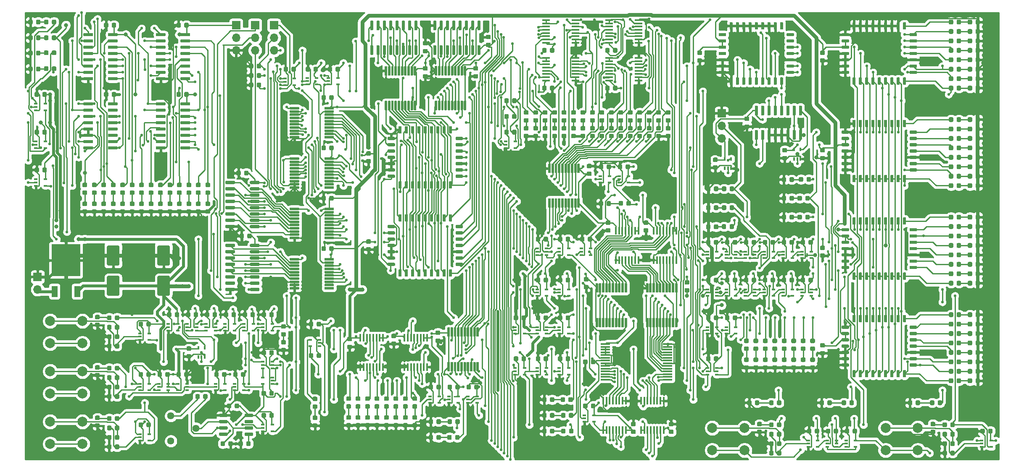
<source format=gbr>
G04 #@! TF.GenerationSoftware,KiCad,Pcbnew,(5.1.5)-3*
G04 #@! TF.CreationDate,2020-06-15T09:36:13+02:00*
G04 #@! TF.ProjectId,StateMachineTest,53746174-654d-4616-9368-696e65546573,rev?*
G04 #@! TF.SameCoordinates,Original*
G04 #@! TF.FileFunction,Copper,L1,Top*
G04 #@! TF.FilePolarity,Positive*
%FSLAX46Y46*%
G04 Gerber Fmt 4.6, Leading zero omitted, Abs format (unit mm)*
G04 Created by KiCad (PCBNEW (5.1.5)-3) date 2020-06-15 09:36:13*
%MOMM*%
%LPD*%
G04 APERTURE LIST*
%ADD10R,0.450000X1.500000*%
%ADD11C,0.100000*%
%ADD12R,0.400000X0.650000*%
%ADD13R,0.650000X0.400000*%
%ADD14O,1.700000X1.700000*%
%ADD15R,1.700000X1.700000*%
%ADD16R,1.500000X0.450000*%
%ADD17R,1.870000X0.380000*%
%ADD18R,5.800000X6.400000*%
%ADD19R,1.200000X2.200000*%
%ADD20C,2.000000*%
%ADD21C,1.440000*%
%ADD22C,0.550000*%
%ADD23C,0.800000*%
%ADD24C,0.250000*%
%ADD25C,0.600000*%
%ADD26C,0.800000*%
%ADD27C,0.254000*%
G04 APERTURE END LIST*
D10*
X108850000Y-126590000D03*
X109500000Y-126590000D03*
X110150000Y-126590000D03*
X110800000Y-126590000D03*
X111450000Y-126590000D03*
X112100000Y-126590000D03*
X112750000Y-126590000D03*
X113400000Y-126590000D03*
X113400000Y-132490000D03*
X112750000Y-132490000D03*
X112100000Y-132490000D03*
X111450000Y-132490000D03*
X110800000Y-132490000D03*
X110150000Y-132490000D03*
X109500000Y-132490000D03*
X108850000Y-132490000D03*
G04 #@! TA.AperFunction,SMDPad,CuDef*
D11*
G36*
X115684703Y-106380722D02*
G01*
X115699264Y-106382882D01*
X115713543Y-106386459D01*
X115727403Y-106391418D01*
X115740710Y-106397712D01*
X115753336Y-106405280D01*
X115765159Y-106414048D01*
X115776066Y-106423934D01*
X115785952Y-106434841D01*
X115794720Y-106446664D01*
X115802288Y-106459290D01*
X115808582Y-106472597D01*
X115813541Y-106486457D01*
X115817118Y-106500736D01*
X115819278Y-106515297D01*
X115820000Y-106530000D01*
X115820000Y-106830000D01*
X115819278Y-106844703D01*
X115817118Y-106859264D01*
X115813541Y-106873543D01*
X115808582Y-106887403D01*
X115802288Y-106900710D01*
X115794720Y-106913336D01*
X115785952Y-106925159D01*
X115776066Y-106936066D01*
X115765159Y-106945952D01*
X115753336Y-106954720D01*
X115740710Y-106962288D01*
X115727403Y-106968582D01*
X115713543Y-106973541D01*
X115699264Y-106977118D01*
X115684703Y-106979278D01*
X115670000Y-106980000D01*
X114495000Y-106980000D01*
X114480297Y-106979278D01*
X114465736Y-106977118D01*
X114451457Y-106973541D01*
X114437597Y-106968582D01*
X114424290Y-106962288D01*
X114411664Y-106954720D01*
X114399841Y-106945952D01*
X114388934Y-106936066D01*
X114379048Y-106925159D01*
X114370280Y-106913336D01*
X114362712Y-106900710D01*
X114356418Y-106887403D01*
X114351459Y-106873543D01*
X114347882Y-106859264D01*
X114345722Y-106844703D01*
X114345000Y-106830000D01*
X114345000Y-106530000D01*
X114345722Y-106515297D01*
X114347882Y-106500736D01*
X114351459Y-106486457D01*
X114356418Y-106472597D01*
X114362712Y-106459290D01*
X114370280Y-106446664D01*
X114379048Y-106434841D01*
X114388934Y-106423934D01*
X114399841Y-106414048D01*
X114411664Y-106405280D01*
X114424290Y-106397712D01*
X114437597Y-106391418D01*
X114451457Y-106386459D01*
X114465736Y-106382882D01*
X114480297Y-106380722D01*
X114495000Y-106380000D01*
X115670000Y-106380000D01*
X115684703Y-106380722D01*
G37*
G04 #@! TD.AperFunction*
G04 #@! TA.AperFunction,SMDPad,CuDef*
G36*
X115684703Y-105110722D02*
G01*
X115699264Y-105112882D01*
X115713543Y-105116459D01*
X115727403Y-105121418D01*
X115740710Y-105127712D01*
X115753336Y-105135280D01*
X115765159Y-105144048D01*
X115776066Y-105153934D01*
X115785952Y-105164841D01*
X115794720Y-105176664D01*
X115802288Y-105189290D01*
X115808582Y-105202597D01*
X115813541Y-105216457D01*
X115817118Y-105230736D01*
X115819278Y-105245297D01*
X115820000Y-105260000D01*
X115820000Y-105560000D01*
X115819278Y-105574703D01*
X115817118Y-105589264D01*
X115813541Y-105603543D01*
X115808582Y-105617403D01*
X115802288Y-105630710D01*
X115794720Y-105643336D01*
X115785952Y-105655159D01*
X115776066Y-105666066D01*
X115765159Y-105675952D01*
X115753336Y-105684720D01*
X115740710Y-105692288D01*
X115727403Y-105698582D01*
X115713543Y-105703541D01*
X115699264Y-105707118D01*
X115684703Y-105709278D01*
X115670000Y-105710000D01*
X114495000Y-105710000D01*
X114480297Y-105709278D01*
X114465736Y-105707118D01*
X114451457Y-105703541D01*
X114437597Y-105698582D01*
X114424290Y-105692288D01*
X114411664Y-105684720D01*
X114399841Y-105675952D01*
X114388934Y-105666066D01*
X114379048Y-105655159D01*
X114370280Y-105643336D01*
X114362712Y-105630710D01*
X114356418Y-105617403D01*
X114351459Y-105603543D01*
X114347882Y-105589264D01*
X114345722Y-105574703D01*
X114345000Y-105560000D01*
X114345000Y-105260000D01*
X114345722Y-105245297D01*
X114347882Y-105230736D01*
X114351459Y-105216457D01*
X114356418Y-105202597D01*
X114362712Y-105189290D01*
X114370280Y-105176664D01*
X114379048Y-105164841D01*
X114388934Y-105153934D01*
X114399841Y-105144048D01*
X114411664Y-105135280D01*
X114424290Y-105127712D01*
X114437597Y-105121418D01*
X114451457Y-105116459D01*
X114465736Y-105112882D01*
X114480297Y-105110722D01*
X114495000Y-105110000D01*
X115670000Y-105110000D01*
X115684703Y-105110722D01*
G37*
G04 #@! TD.AperFunction*
G04 #@! TA.AperFunction,SMDPad,CuDef*
G36*
X115684703Y-103840722D02*
G01*
X115699264Y-103842882D01*
X115713543Y-103846459D01*
X115727403Y-103851418D01*
X115740710Y-103857712D01*
X115753336Y-103865280D01*
X115765159Y-103874048D01*
X115776066Y-103883934D01*
X115785952Y-103894841D01*
X115794720Y-103906664D01*
X115802288Y-103919290D01*
X115808582Y-103932597D01*
X115813541Y-103946457D01*
X115817118Y-103960736D01*
X115819278Y-103975297D01*
X115820000Y-103990000D01*
X115820000Y-104290000D01*
X115819278Y-104304703D01*
X115817118Y-104319264D01*
X115813541Y-104333543D01*
X115808582Y-104347403D01*
X115802288Y-104360710D01*
X115794720Y-104373336D01*
X115785952Y-104385159D01*
X115776066Y-104396066D01*
X115765159Y-104405952D01*
X115753336Y-104414720D01*
X115740710Y-104422288D01*
X115727403Y-104428582D01*
X115713543Y-104433541D01*
X115699264Y-104437118D01*
X115684703Y-104439278D01*
X115670000Y-104440000D01*
X114495000Y-104440000D01*
X114480297Y-104439278D01*
X114465736Y-104437118D01*
X114451457Y-104433541D01*
X114437597Y-104428582D01*
X114424290Y-104422288D01*
X114411664Y-104414720D01*
X114399841Y-104405952D01*
X114388934Y-104396066D01*
X114379048Y-104385159D01*
X114370280Y-104373336D01*
X114362712Y-104360710D01*
X114356418Y-104347403D01*
X114351459Y-104333543D01*
X114347882Y-104319264D01*
X114345722Y-104304703D01*
X114345000Y-104290000D01*
X114345000Y-103990000D01*
X114345722Y-103975297D01*
X114347882Y-103960736D01*
X114351459Y-103946457D01*
X114356418Y-103932597D01*
X114362712Y-103919290D01*
X114370280Y-103906664D01*
X114379048Y-103894841D01*
X114388934Y-103883934D01*
X114399841Y-103874048D01*
X114411664Y-103865280D01*
X114424290Y-103857712D01*
X114437597Y-103851418D01*
X114451457Y-103846459D01*
X114465736Y-103842882D01*
X114480297Y-103840722D01*
X114495000Y-103840000D01*
X115670000Y-103840000D01*
X115684703Y-103840722D01*
G37*
G04 #@! TD.AperFunction*
G04 #@! TA.AperFunction,SMDPad,CuDef*
G36*
X117004703Y-101650722D02*
G01*
X117019264Y-101652882D01*
X117033543Y-101656459D01*
X117047403Y-101661418D01*
X117060710Y-101667712D01*
X117073336Y-101675280D01*
X117085159Y-101684048D01*
X117096066Y-101693934D01*
X117105952Y-101704841D01*
X117114720Y-101716664D01*
X117122288Y-101729290D01*
X117128582Y-101742597D01*
X117133541Y-101756457D01*
X117137118Y-101770736D01*
X117139278Y-101785297D01*
X117140000Y-101800000D01*
X117140000Y-102975000D01*
X117139278Y-102989703D01*
X117137118Y-103004264D01*
X117133541Y-103018543D01*
X117128582Y-103032403D01*
X117122288Y-103045710D01*
X117114720Y-103058336D01*
X117105952Y-103070159D01*
X117096066Y-103081066D01*
X117085159Y-103090952D01*
X117073336Y-103099720D01*
X117060710Y-103107288D01*
X117047403Y-103113582D01*
X117033543Y-103118541D01*
X117019264Y-103122118D01*
X117004703Y-103124278D01*
X116990000Y-103125000D01*
X116690000Y-103125000D01*
X116675297Y-103124278D01*
X116660736Y-103122118D01*
X116646457Y-103118541D01*
X116632597Y-103113582D01*
X116619290Y-103107288D01*
X116606664Y-103099720D01*
X116594841Y-103090952D01*
X116583934Y-103081066D01*
X116574048Y-103070159D01*
X116565280Y-103058336D01*
X116557712Y-103045710D01*
X116551418Y-103032403D01*
X116546459Y-103018543D01*
X116542882Y-103004264D01*
X116540722Y-102989703D01*
X116540000Y-102975000D01*
X116540000Y-101800000D01*
X116540722Y-101785297D01*
X116542882Y-101770736D01*
X116546459Y-101756457D01*
X116551418Y-101742597D01*
X116557712Y-101729290D01*
X116565280Y-101716664D01*
X116574048Y-101704841D01*
X116583934Y-101693934D01*
X116594841Y-101684048D01*
X116606664Y-101675280D01*
X116619290Y-101667712D01*
X116632597Y-101661418D01*
X116646457Y-101656459D01*
X116660736Y-101652882D01*
X116675297Y-101650722D01*
X116690000Y-101650000D01*
X116990000Y-101650000D01*
X117004703Y-101650722D01*
G37*
G04 #@! TD.AperFunction*
G04 #@! TA.AperFunction,SMDPad,CuDef*
G36*
X118274703Y-101650722D02*
G01*
X118289264Y-101652882D01*
X118303543Y-101656459D01*
X118317403Y-101661418D01*
X118330710Y-101667712D01*
X118343336Y-101675280D01*
X118355159Y-101684048D01*
X118366066Y-101693934D01*
X118375952Y-101704841D01*
X118384720Y-101716664D01*
X118392288Y-101729290D01*
X118398582Y-101742597D01*
X118403541Y-101756457D01*
X118407118Y-101770736D01*
X118409278Y-101785297D01*
X118410000Y-101800000D01*
X118410000Y-102975000D01*
X118409278Y-102989703D01*
X118407118Y-103004264D01*
X118403541Y-103018543D01*
X118398582Y-103032403D01*
X118392288Y-103045710D01*
X118384720Y-103058336D01*
X118375952Y-103070159D01*
X118366066Y-103081066D01*
X118355159Y-103090952D01*
X118343336Y-103099720D01*
X118330710Y-103107288D01*
X118317403Y-103113582D01*
X118303543Y-103118541D01*
X118289264Y-103122118D01*
X118274703Y-103124278D01*
X118260000Y-103125000D01*
X117960000Y-103125000D01*
X117945297Y-103124278D01*
X117930736Y-103122118D01*
X117916457Y-103118541D01*
X117902597Y-103113582D01*
X117889290Y-103107288D01*
X117876664Y-103099720D01*
X117864841Y-103090952D01*
X117853934Y-103081066D01*
X117844048Y-103070159D01*
X117835280Y-103058336D01*
X117827712Y-103045710D01*
X117821418Y-103032403D01*
X117816459Y-103018543D01*
X117812882Y-103004264D01*
X117810722Y-102989703D01*
X117810000Y-102975000D01*
X117810000Y-101800000D01*
X117810722Y-101785297D01*
X117812882Y-101770736D01*
X117816459Y-101756457D01*
X117821418Y-101742597D01*
X117827712Y-101729290D01*
X117835280Y-101716664D01*
X117844048Y-101704841D01*
X117853934Y-101693934D01*
X117864841Y-101684048D01*
X117876664Y-101675280D01*
X117889290Y-101667712D01*
X117902597Y-101661418D01*
X117916457Y-101656459D01*
X117930736Y-101652882D01*
X117945297Y-101650722D01*
X117960000Y-101650000D01*
X118260000Y-101650000D01*
X118274703Y-101650722D01*
G37*
G04 #@! TD.AperFunction*
G04 #@! TA.AperFunction,SMDPad,CuDef*
G36*
X119544703Y-101650722D02*
G01*
X119559264Y-101652882D01*
X119573543Y-101656459D01*
X119587403Y-101661418D01*
X119600710Y-101667712D01*
X119613336Y-101675280D01*
X119625159Y-101684048D01*
X119636066Y-101693934D01*
X119645952Y-101704841D01*
X119654720Y-101716664D01*
X119662288Y-101729290D01*
X119668582Y-101742597D01*
X119673541Y-101756457D01*
X119677118Y-101770736D01*
X119679278Y-101785297D01*
X119680000Y-101800000D01*
X119680000Y-102975000D01*
X119679278Y-102989703D01*
X119677118Y-103004264D01*
X119673541Y-103018543D01*
X119668582Y-103032403D01*
X119662288Y-103045710D01*
X119654720Y-103058336D01*
X119645952Y-103070159D01*
X119636066Y-103081066D01*
X119625159Y-103090952D01*
X119613336Y-103099720D01*
X119600710Y-103107288D01*
X119587403Y-103113582D01*
X119573543Y-103118541D01*
X119559264Y-103122118D01*
X119544703Y-103124278D01*
X119530000Y-103125000D01*
X119230000Y-103125000D01*
X119215297Y-103124278D01*
X119200736Y-103122118D01*
X119186457Y-103118541D01*
X119172597Y-103113582D01*
X119159290Y-103107288D01*
X119146664Y-103099720D01*
X119134841Y-103090952D01*
X119123934Y-103081066D01*
X119114048Y-103070159D01*
X119105280Y-103058336D01*
X119097712Y-103045710D01*
X119091418Y-103032403D01*
X119086459Y-103018543D01*
X119082882Y-103004264D01*
X119080722Y-102989703D01*
X119080000Y-102975000D01*
X119080000Y-101800000D01*
X119080722Y-101785297D01*
X119082882Y-101770736D01*
X119086459Y-101756457D01*
X119091418Y-101742597D01*
X119097712Y-101729290D01*
X119105280Y-101716664D01*
X119114048Y-101704841D01*
X119123934Y-101693934D01*
X119134841Y-101684048D01*
X119146664Y-101675280D01*
X119159290Y-101667712D01*
X119172597Y-101661418D01*
X119186457Y-101656459D01*
X119200736Y-101652882D01*
X119215297Y-101650722D01*
X119230000Y-101650000D01*
X119530000Y-101650000D01*
X119544703Y-101650722D01*
G37*
G04 #@! TD.AperFunction*
G04 #@! TA.AperFunction,SMDPad,CuDef*
G36*
X120814703Y-101650722D02*
G01*
X120829264Y-101652882D01*
X120843543Y-101656459D01*
X120857403Y-101661418D01*
X120870710Y-101667712D01*
X120883336Y-101675280D01*
X120895159Y-101684048D01*
X120906066Y-101693934D01*
X120915952Y-101704841D01*
X120924720Y-101716664D01*
X120932288Y-101729290D01*
X120938582Y-101742597D01*
X120943541Y-101756457D01*
X120947118Y-101770736D01*
X120949278Y-101785297D01*
X120950000Y-101800000D01*
X120950000Y-102975000D01*
X120949278Y-102989703D01*
X120947118Y-103004264D01*
X120943541Y-103018543D01*
X120938582Y-103032403D01*
X120932288Y-103045710D01*
X120924720Y-103058336D01*
X120915952Y-103070159D01*
X120906066Y-103081066D01*
X120895159Y-103090952D01*
X120883336Y-103099720D01*
X120870710Y-103107288D01*
X120857403Y-103113582D01*
X120843543Y-103118541D01*
X120829264Y-103122118D01*
X120814703Y-103124278D01*
X120800000Y-103125000D01*
X120500000Y-103125000D01*
X120485297Y-103124278D01*
X120470736Y-103122118D01*
X120456457Y-103118541D01*
X120442597Y-103113582D01*
X120429290Y-103107288D01*
X120416664Y-103099720D01*
X120404841Y-103090952D01*
X120393934Y-103081066D01*
X120384048Y-103070159D01*
X120375280Y-103058336D01*
X120367712Y-103045710D01*
X120361418Y-103032403D01*
X120356459Y-103018543D01*
X120352882Y-103004264D01*
X120350722Y-102989703D01*
X120350000Y-102975000D01*
X120350000Y-101800000D01*
X120350722Y-101785297D01*
X120352882Y-101770736D01*
X120356459Y-101756457D01*
X120361418Y-101742597D01*
X120367712Y-101729290D01*
X120375280Y-101716664D01*
X120384048Y-101704841D01*
X120393934Y-101693934D01*
X120404841Y-101684048D01*
X120416664Y-101675280D01*
X120429290Y-101667712D01*
X120442597Y-101661418D01*
X120456457Y-101656459D01*
X120470736Y-101652882D01*
X120485297Y-101650722D01*
X120500000Y-101650000D01*
X120800000Y-101650000D01*
X120814703Y-101650722D01*
G37*
G04 #@! TD.AperFunction*
G04 #@! TA.AperFunction,SMDPad,CuDef*
G36*
X122084703Y-101650722D02*
G01*
X122099264Y-101652882D01*
X122113543Y-101656459D01*
X122127403Y-101661418D01*
X122140710Y-101667712D01*
X122153336Y-101675280D01*
X122165159Y-101684048D01*
X122176066Y-101693934D01*
X122185952Y-101704841D01*
X122194720Y-101716664D01*
X122202288Y-101729290D01*
X122208582Y-101742597D01*
X122213541Y-101756457D01*
X122217118Y-101770736D01*
X122219278Y-101785297D01*
X122220000Y-101800000D01*
X122220000Y-102975000D01*
X122219278Y-102989703D01*
X122217118Y-103004264D01*
X122213541Y-103018543D01*
X122208582Y-103032403D01*
X122202288Y-103045710D01*
X122194720Y-103058336D01*
X122185952Y-103070159D01*
X122176066Y-103081066D01*
X122165159Y-103090952D01*
X122153336Y-103099720D01*
X122140710Y-103107288D01*
X122127403Y-103113582D01*
X122113543Y-103118541D01*
X122099264Y-103122118D01*
X122084703Y-103124278D01*
X122070000Y-103125000D01*
X121770000Y-103125000D01*
X121755297Y-103124278D01*
X121740736Y-103122118D01*
X121726457Y-103118541D01*
X121712597Y-103113582D01*
X121699290Y-103107288D01*
X121686664Y-103099720D01*
X121674841Y-103090952D01*
X121663934Y-103081066D01*
X121654048Y-103070159D01*
X121645280Y-103058336D01*
X121637712Y-103045710D01*
X121631418Y-103032403D01*
X121626459Y-103018543D01*
X121622882Y-103004264D01*
X121620722Y-102989703D01*
X121620000Y-102975000D01*
X121620000Y-101800000D01*
X121620722Y-101785297D01*
X121622882Y-101770736D01*
X121626459Y-101756457D01*
X121631418Y-101742597D01*
X121637712Y-101729290D01*
X121645280Y-101716664D01*
X121654048Y-101704841D01*
X121663934Y-101693934D01*
X121674841Y-101684048D01*
X121686664Y-101675280D01*
X121699290Y-101667712D01*
X121712597Y-101661418D01*
X121726457Y-101656459D01*
X121740736Y-101652882D01*
X121755297Y-101650722D01*
X121770000Y-101650000D01*
X122070000Y-101650000D01*
X122084703Y-101650722D01*
G37*
G04 #@! TD.AperFunction*
G04 #@! TA.AperFunction,SMDPad,CuDef*
G36*
X123354703Y-101650722D02*
G01*
X123369264Y-101652882D01*
X123383543Y-101656459D01*
X123397403Y-101661418D01*
X123410710Y-101667712D01*
X123423336Y-101675280D01*
X123435159Y-101684048D01*
X123446066Y-101693934D01*
X123455952Y-101704841D01*
X123464720Y-101716664D01*
X123472288Y-101729290D01*
X123478582Y-101742597D01*
X123483541Y-101756457D01*
X123487118Y-101770736D01*
X123489278Y-101785297D01*
X123490000Y-101800000D01*
X123490000Y-102975000D01*
X123489278Y-102989703D01*
X123487118Y-103004264D01*
X123483541Y-103018543D01*
X123478582Y-103032403D01*
X123472288Y-103045710D01*
X123464720Y-103058336D01*
X123455952Y-103070159D01*
X123446066Y-103081066D01*
X123435159Y-103090952D01*
X123423336Y-103099720D01*
X123410710Y-103107288D01*
X123397403Y-103113582D01*
X123383543Y-103118541D01*
X123369264Y-103122118D01*
X123354703Y-103124278D01*
X123340000Y-103125000D01*
X123040000Y-103125000D01*
X123025297Y-103124278D01*
X123010736Y-103122118D01*
X122996457Y-103118541D01*
X122982597Y-103113582D01*
X122969290Y-103107288D01*
X122956664Y-103099720D01*
X122944841Y-103090952D01*
X122933934Y-103081066D01*
X122924048Y-103070159D01*
X122915280Y-103058336D01*
X122907712Y-103045710D01*
X122901418Y-103032403D01*
X122896459Y-103018543D01*
X122892882Y-103004264D01*
X122890722Y-102989703D01*
X122890000Y-102975000D01*
X122890000Y-101800000D01*
X122890722Y-101785297D01*
X122892882Y-101770736D01*
X122896459Y-101756457D01*
X122901418Y-101742597D01*
X122907712Y-101729290D01*
X122915280Y-101716664D01*
X122924048Y-101704841D01*
X122933934Y-101693934D01*
X122944841Y-101684048D01*
X122956664Y-101675280D01*
X122969290Y-101667712D01*
X122982597Y-101661418D01*
X122996457Y-101656459D01*
X123010736Y-101652882D01*
X123025297Y-101650722D01*
X123040000Y-101650000D01*
X123340000Y-101650000D01*
X123354703Y-101650722D01*
G37*
G04 #@! TD.AperFunction*
G04 #@! TA.AperFunction,SMDPad,CuDef*
G36*
X124624703Y-101650722D02*
G01*
X124639264Y-101652882D01*
X124653543Y-101656459D01*
X124667403Y-101661418D01*
X124680710Y-101667712D01*
X124693336Y-101675280D01*
X124705159Y-101684048D01*
X124716066Y-101693934D01*
X124725952Y-101704841D01*
X124734720Y-101716664D01*
X124742288Y-101729290D01*
X124748582Y-101742597D01*
X124753541Y-101756457D01*
X124757118Y-101770736D01*
X124759278Y-101785297D01*
X124760000Y-101800000D01*
X124760000Y-102975000D01*
X124759278Y-102989703D01*
X124757118Y-103004264D01*
X124753541Y-103018543D01*
X124748582Y-103032403D01*
X124742288Y-103045710D01*
X124734720Y-103058336D01*
X124725952Y-103070159D01*
X124716066Y-103081066D01*
X124705159Y-103090952D01*
X124693336Y-103099720D01*
X124680710Y-103107288D01*
X124667403Y-103113582D01*
X124653543Y-103118541D01*
X124639264Y-103122118D01*
X124624703Y-103124278D01*
X124610000Y-103125000D01*
X124310000Y-103125000D01*
X124295297Y-103124278D01*
X124280736Y-103122118D01*
X124266457Y-103118541D01*
X124252597Y-103113582D01*
X124239290Y-103107288D01*
X124226664Y-103099720D01*
X124214841Y-103090952D01*
X124203934Y-103081066D01*
X124194048Y-103070159D01*
X124185280Y-103058336D01*
X124177712Y-103045710D01*
X124171418Y-103032403D01*
X124166459Y-103018543D01*
X124162882Y-103004264D01*
X124160722Y-102989703D01*
X124160000Y-102975000D01*
X124160000Y-101800000D01*
X124160722Y-101785297D01*
X124162882Y-101770736D01*
X124166459Y-101756457D01*
X124171418Y-101742597D01*
X124177712Y-101729290D01*
X124185280Y-101716664D01*
X124194048Y-101704841D01*
X124203934Y-101693934D01*
X124214841Y-101684048D01*
X124226664Y-101675280D01*
X124239290Y-101667712D01*
X124252597Y-101661418D01*
X124266457Y-101656459D01*
X124280736Y-101652882D01*
X124295297Y-101650722D01*
X124310000Y-101650000D01*
X124610000Y-101650000D01*
X124624703Y-101650722D01*
G37*
G04 #@! TD.AperFunction*
G04 #@! TA.AperFunction,SMDPad,CuDef*
G36*
X125894703Y-101650722D02*
G01*
X125909264Y-101652882D01*
X125923543Y-101656459D01*
X125937403Y-101661418D01*
X125950710Y-101667712D01*
X125963336Y-101675280D01*
X125975159Y-101684048D01*
X125986066Y-101693934D01*
X125995952Y-101704841D01*
X126004720Y-101716664D01*
X126012288Y-101729290D01*
X126018582Y-101742597D01*
X126023541Y-101756457D01*
X126027118Y-101770736D01*
X126029278Y-101785297D01*
X126030000Y-101800000D01*
X126030000Y-102975000D01*
X126029278Y-102989703D01*
X126027118Y-103004264D01*
X126023541Y-103018543D01*
X126018582Y-103032403D01*
X126012288Y-103045710D01*
X126004720Y-103058336D01*
X125995952Y-103070159D01*
X125986066Y-103081066D01*
X125975159Y-103090952D01*
X125963336Y-103099720D01*
X125950710Y-103107288D01*
X125937403Y-103113582D01*
X125923543Y-103118541D01*
X125909264Y-103122118D01*
X125894703Y-103124278D01*
X125880000Y-103125000D01*
X125580000Y-103125000D01*
X125565297Y-103124278D01*
X125550736Y-103122118D01*
X125536457Y-103118541D01*
X125522597Y-103113582D01*
X125509290Y-103107288D01*
X125496664Y-103099720D01*
X125484841Y-103090952D01*
X125473934Y-103081066D01*
X125464048Y-103070159D01*
X125455280Y-103058336D01*
X125447712Y-103045710D01*
X125441418Y-103032403D01*
X125436459Y-103018543D01*
X125432882Y-103004264D01*
X125430722Y-102989703D01*
X125430000Y-102975000D01*
X125430000Y-101800000D01*
X125430722Y-101785297D01*
X125432882Y-101770736D01*
X125436459Y-101756457D01*
X125441418Y-101742597D01*
X125447712Y-101729290D01*
X125455280Y-101716664D01*
X125464048Y-101704841D01*
X125473934Y-101693934D01*
X125484841Y-101684048D01*
X125496664Y-101675280D01*
X125509290Y-101667712D01*
X125522597Y-101661418D01*
X125536457Y-101656459D01*
X125550736Y-101652882D01*
X125565297Y-101650722D01*
X125580000Y-101650000D01*
X125880000Y-101650000D01*
X125894703Y-101650722D01*
G37*
G04 #@! TD.AperFunction*
G04 #@! TA.AperFunction,SMDPad,CuDef*
G36*
X127164703Y-101650722D02*
G01*
X127179264Y-101652882D01*
X127193543Y-101656459D01*
X127207403Y-101661418D01*
X127220710Y-101667712D01*
X127233336Y-101675280D01*
X127245159Y-101684048D01*
X127256066Y-101693934D01*
X127265952Y-101704841D01*
X127274720Y-101716664D01*
X127282288Y-101729290D01*
X127288582Y-101742597D01*
X127293541Y-101756457D01*
X127297118Y-101770736D01*
X127299278Y-101785297D01*
X127300000Y-101800000D01*
X127300000Y-102975000D01*
X127299278Y-102989703D01*
X127297118Y-103004264D01*
X127293541Y-103018543D01*
X127288582Y-103032403D01*
X127282288Y-103045710D01*
X127274720Y-103058336D01*
X127265952Y-103070159D01*
X127256066Y-103081066D01*
X127245159Y-103090952D01*
X127233336Y-103099720D01*
X127220710Y-103107288D01*
X127207403Y-103113582D01*
X127193543Y-103118541D01*
X127179264Y-103122118D01*
X127164703Y-103124278D01*
X127150000Y-103125000D01*
X126850000Y-103125000D01*
X126835297Y-103124278D01*
X126820736Y-103122118D01*
X126806457Y-103118541D01*
X126792597Y-103113582D01*
X126779290Y-103107288D01*
X126766664Y-103099720D01*
X126754841Y-103090952D01*
X126743934Y-103081066D01*
X126734048Y-103070159D01*
X126725280Y-103058336D01*
X126717712Y-103045710D01*
X126711418Y-103032403D01*
X126706459Y-103018543D01*
X126702882Y-103004264D01*
X126700722Y-102989703D01*
X126700000Y-102975000D01*
X126700000Y-101800000D01*
X126700722Y-101785297D01*
X126702882Y-101770736D01*
X126706459Y-101756457D01*
X126711418Y-101742597D01*
X126717712Y-101729290D01*
X126725280Y-101716664D01*
X126734048Y-101704841D01*
X126743934Y-101693934D01*
X126754841Y-101684048D01*
X126766664Y-101675280D01*
X126779290Y-101667712D01*
X126792597Y-101661418D01*
X126806457Y-101656459D01*
X126820736Y-101652882D01*
X126835297Y-101650722D01*
X126850000Y-101650000D01*
X127150000Y-101650000D01*
X127164703Y-101650722D01*
G37*
G04 #@! TD.AperFunction*
G04 #@! TA.AperFunction,SMDPad,CuDef*
G36*
X129359703Y-103840722D02*
G01*
X129374264Y-103842882D01*
X129388543Y-103846459D01*
X129402403Y-103851418D01*
X129415710Y-103857712D01*
X129428336Y-103865280D01*
X129440159Y-103874048D01*
X129451066Y-103883934D01*
X129460952Y-103894841D01*
X129469720Y-103906664D01*
X129477288Y-103919290D01*
X129483582Y-103932597D01*
X129488541Y-103946457D01*
X129492118Y-103960736D01*
X129494278Y-103975297D01*
X129495000Y-103990000D01*
X129495000Y-104290000D01*
X129494278Y-104304703D01*
X129492118Y-104319264D01*
X129488541Y-104333543D01*
X129483582Y-104347403D01*
X129477288Y-104360710D01*
X129469720Y-104373336D01*
X129460952Y-104385159D01*
X129451066Y-104396066D01*
X129440159Y-104405952D01*
X129428336Y-104414720D01*
X129415710Y-104422288D01*
X129402403Y-104428582D01*
X129388543Y-104433541D01*
X129374264Y-104437118D01*
X129359703Y-104439278D01*
X129345000Y-104440000D01*
X128170000Y-104440000D01*
X128155297Y-104439278D01*
X128140736Y-104437118D01*
X128126457Y-104433541D01*
X128112597Y-104428582D01*
X128099290Y-104422288D01*
X128086664Y-104414720D01*
X128074841Y-104405952D01*
X128063934Y-104396066D01*
X128054048Y-104385159D01*
X128045280Y-104373336D01*
X128037712Y-104360710D01*
X128031418Y-104347403D01*
X128026459Y-104333543D01*
X128022882Y-104319264D01*
X128020722Y-104304703D01*
X128020000Y-104290000D01*
X128020000Y-103990000D01*
X128020722Y-103975297D01*
X128022882Y-103960736D01*
X128026459Y-103946457D01*
X128031418Y-103932597D01*
X128037712Y-103919290D01*
X128045280Y-103906664D01*
X128054048Y-103894841D01*
X128063934Y-103883934D01*
X128074841Y-103874048D01*
X128086664Y-103865280D01*
X128099290Y-103857712D01*
X128112597Y-103851418D01*
X128126457Y-103846459D01*
X128140736Y-103842882D01*
X128155297Y-103840722D01*
X128170000Y-103840000D01*
X129345000Y-103840000D01*
X129359703Y-103840722D01*
G37*
G04 #@! TD.AperFunction*
G04 #@! TA.AperFunction,SMDPad,CuDef*
G36*
X129359703Y-105110722D02*
G01*
X129374264Y-105112882D01*
X129388543Y-105116459D01*
X129402403Y-105121418D01*
X129415710Y-105127712D01*
X129428336Y-105135280D01*
X129440159Y-105144048D01*
X129451066Y-105153934D01*
X129460952Y-105164841D01*
X129469720Y-105176664D01*
X129477288Y-105189290D01*
X129483582Y-105202597D01*
X129488541Y-105216457D01*
X129492118Y-105230736D01*
X129494278Y-105245297D01*
X129495000Y-105260000D01*
X129495000Y-105560000D01*
X129494278Y-105574703D01*
X129492118Y-105589264D01*
X129488541Y-105603543D01*
X129483582Y-105617403D01*
X129477288Y-105630710D01*
X129469720Y-105643336D01*
X129460952Y-105655159D01*
X129451066Y-105666066D01*
X129440159Y-105675952D01*
X129428336Y-105684720D01*
X129415710Y-105692288D01*
X129402403Y-105698582D01*
X129388543Y-105703541D01*
X129374264Y-105707118D01*
X129359703Y-105709278D01*
X129345000Y-105710000D01*
X128170000Y-105710000D01*
X128155297Y-105709278D01*
X128140736Y-105707118D01*
X128126457Y-105703541D01*
X128112597Y-105698582D01*
X128099290Y-105692288D01*
X128086664Y-105684720D01*
X128074841Y-105675952D01*
X128063934Y-105666066D01*
X128054048Y-105655159D01*
X128045280Y-105643336D01*
X128037712Y-105630710D01*
X128031418Y-105617403D01*
X128026459Y-105603543D01*
X128022882Y-105589264D01*
X128020722Y-105574703D01*
X128020000Y-105560000D01*
X128020000Y-105260000D01*
X128020722Y-105245297D01*
X128022882Y-105230736D01*
X128026459Y-105216457D01*
X128031418Y-105202597D01*
X128037712Y-105189290D01*
X128045280Y-105176664D01*
X128054048Y-105164841D01*
X128063934Y-105153934D01*
X128074841Y-105144048D01*
X128086664Y-105135280D01*
X128099290Y-105127712D01*
X128112597Y-105121418D01*
X128126457Y-105116459D01*
X128140736Y-105112882D01*
X128155297Y-105110722D01*
X128170000Y-105110000D01*
X129345000Y-105110000D01*
X129359703Y-105110722D01*
G37*
G04 #@! TD.AperFunction*
G04 #@! TA.AperFunction,SMDPad,CuDef*
G36*
X129359703Y-106380722D02*
G01*
X129374264Y-106382882D01*
X129388543Y-106386459D01*
X129402403Y-106391418D01*
X129415710Y-106397712D01*
X129428336Y-106405280D01*
X129440159Y-106414048D01*
X129451066Y-106423934D01*
X129460952Y-106434841D01*
X129469720Y-106446664D01*
X129477288Y-106459290D01*
X129483582Y-106472597D01*
X129488541Y-106486457D01*
X129492118Y-106500736D01*
X129494278Y-106515297D01*
X129495000Y-106530000D01*
X129495000Y-106830000D01*
X129494278Y-106844703D01*
X129492118Y-106859264D01*
X129488541Y-106873543D01*
X129483582Y-106887403D01*
X129477288Y-106900710D01*
X129469720Y-106913336D01*
X129460952Y-106925159D01*
X129451066Y-106936066D01*
X129440159Y-106945952D01*
X129428336Y-106954720D01*
X129415710Y-106962288D01*
X129402403Y-106968582D01*
X129388543Y-106973541D01*
X129374264Y-106977118D01*
X129359703Y-106979278D01*
X129345000Y-106980000D01*
X128170000Y-106980000D01*
X128155297Y-106979278D01*
X128140736Y-106977118D01*
X128126457Y-106973541D01*
X128112597Y-106968582D01*
X128099290Y-106962288D01*
X128086664Y-106954720D01*
X128074841Y-106945952D01*
X128063934Y-106936066D01*
X128054048Y-106925159D01*
X128045280Y-106913336D01*
X128037712Y-106900710D01*
X128031418Y-106887403D01*
X128026459Y-106873543D01*
X128022882Y-106859264D01*
X128020722Y-106844703D01*
X128020000Y-106830000D01*
X128020000Y-106530000D01*
X128020722Y-106515297D01*
X128022882Y-106500736D01*
X128026459Y-106486457D01*
X128031418Y-106472597D01*
X128037712Y-106459290D01*
X128045280Y-106446664D01*
X128054048Y-106434841D01*
X128063934Y-106423934D01*
X128074841Y-106414048D01*
X128086664Y-106405280D01*
X128099290Y-106397712D01*
X128112597Y-106391418D01*
X128126457Y-106386459D01*
X128140736Y-106382882D01*
X128155297Y-106380722D01*
X128170000Y-106380000D01*
X129345000Y-106380000D01*
X129359703Y-106380722D01*
G37*
G04 #@! TD.AperFunction*
G04 #@! TA.AperFunction,SMDPad,CuDef*
G36*
X129359703Y-107650722D02*
G01*
X129374264Y-107652882D01*
X129388543Y-107656459D01*
X129402403Y-107661418D01*
X129415710Y-107667712D01*
X129428336Y-107675280D01*
X129440159Y-107684048D01*
X129451066Y-107693934D01*
X129460952Y-107704841D01*
X129469720Y-107716664D01*
X129477288Y-107729290D01*
X129483582Y-107742597D01*
X129488541Y-107756457D01*
X129492118Y-107770736D01*
X129494278Y-107785297D01*
X129495000Y-107800000D01*
X129495000Y-108100000D01*
X129494278Y-108114703D01*
X129492118Y-108129264D01*
X129488541Y-108143543D01*
X129483582Y-108157403D01*
X129477288Y-108170710D01*
X129469720Y-108183336D01*
X129460952Y-108195159D01*
X129451066Y-108206066D01*
X129440159Y-108215952D01*
X129428336Y-108224720D01*
X129415710Y-108232288D01*
X129402403Y-108238582D01*
X129388543Y-108243541D01*
X129374264Y-108247118D01*
X129359703Y-108249278D01*
X129345000Y-108250000D01*
X128170000Y-108250000D01*
X128155297Y-108249278D01*
X128140736Y-108247118D01*
X128126457Y-108243541D01*
X128112597Y-108238582D01*
X128099290Y-108232288D01*
X128086664Y-108224720D01*
X128074841Y-108215952D01*
X128063934Y-108206066D01*
X128054048Y-108195159D01*
X128045280Y-108183336D01*
X128037712Y-108170710D01*
X128031418Y-108157403D01*
X128026459Y-108143543D01*
X128022882Y-108129264D01*
X128020722Y-108114703D01*
X128020000Y-108100000D01*
X128020000Y-107800000D01*
X128020722Y-107785297D01*
X128022882Y-107770736D01*
X128026459Y-107756457D01*
X128031418Y-107742597D01*
X128037712Y-107729290D01*
X128045280Y-107716664D01*
X128054048Y-107704841D01*
X128063934Y-107693934D01*
X128074841Y-107684048D01*
X128086664Y-107675280D01*
X128099290Y-107667712D01*
X128112597Y-107661418D01*
X128126457Y-107656459D01*
X128140736Y-107652882D01*
X128155297Y-107650722D01*
X128170000Y-107650000D01*
X129345000Y-107650000D01*
X129359703Y-107650722D01*
G37*
G04 #@! TD.AperFunction*
G04 #@! TA.AperFunction,SMDPad,CuDef*
G36*
X129359703Y-108920722D02*
G01*
X129374264Y-108922882D01*
X129388543Y-108926459D01*
X129402403Y-108931418D01*
X129415710Y-108937712D01*
X129428336Y-108945280D01*
X129440159Y-108954048D01*
X129451066Y-108963934D01*
X129460952Y-108974841D01*
X129469720Y-108986664D01*
X129477288Y-108999290D01*
X129483582Y-109012597D01*
X129488541Y-109026457D01*
X129492118Y-109040736D01*
X129494278Y-109055297D01*
X129495000Y-109070000D01*
X129495000Y-109370000D01*
X129494278Y-109384703D01*
X129492118Y-109399264D01*
X129488541Y-109413543D01*
X129483582Y-109427403D01*
X129477288Y-109440710D01*
X129469720Y-109453336D01*
X129460952Y-109465159D01*
X129451066Y-109476066D01*
X129440159Y-109485952D01*
X129428336Y-109494720D01*
X129415710Y-109502288D01*
X129402403Y-109508582D01*
X129388543Y-109513541D01*
X129374264Y-109517118D01*
X129359703Y-109519278D01*
X129345000Y-109520000D01*
X128170000Y-109520000D01*
X128155297Y-109519278D01*
X128140736Y-109517118D01*
X128126457Y-109513541D01*
X128112597Y-109508582D01*
X128099290Y-109502288D01*
X128086664Y-109494720D01*
X128074841Y-109485952D01*
X128063934Y-109476066D01*
X128054048Y-109465159D01*
X128045280Y-109453336D01*
X128037712Y-109440710D01*
X128031418Y-109427403D01*
X128026459Y-109413543D01*
X128022882Y-109399264D01*
X128020722Y-109384703D01*
X128020000Y-109370000D01*
X128020000Y-109070000D01*
X128020722Y-109055297D01*
X128022882Y-109040736D01*
X128026459Y-109026457D01*
X128031418Y-109012597D01*
X128037712Y-108999290D01*
X128045280Y-108986664D01*
X128054048Y-108974841D01*
X128063934Y-108963934D01*
X128074841Y-108954048D01*
X128086664Y-108945280D01*
X128099290Y-108937712D01*
X128112597Y-108931418D01*
X128126457Y-108926459D01*
X128140736Y-108922882D01*
X128155297Y-108920722D01*
X128170000Y-108920000D01*
X129345000Y-108920000D01*
X129359703Y-108920722D01*
G37*
G04 #@! TD.AperFunction*
G04 #@! TA.AperFunction,SMDPad,CuDef*
G36*
X129359703Y-110190722D02*
G01*
X129374264Y-110192882D01*
X129388543Y-110196459D01*
X129402403Y-110201418D01*
X129415710Y-110207712D01*
X129428336Y-110215280D01*
X129440159Y-110224048D01*
X129451066Y-110233934D01*
X129460952Y-110244841D01*
X129469720Y-110256664D01*
X129477288Y-110269290D01*
X129483582Y-110282597D01*
X129488541Y-110296457D01*
X129492118Y-110310736D01*
X129494278Y-110325297D01*
X129495000Y-110340000D01*
X129495000Y-110640000D01*
X129494278Y-110654703D01*
X129492118Y-110669264D01*
X129488541Y-110683543D01*
X129483582Y-110697403D01*
X129477288Y-110710710D01*
X129469720Y-110723336D01*
X129460952Y-110735159D01*
X129451066Y-110746066D01*
X129440159Y-110755952D01*
X129428336Y-110764720D01*
X129415710Y-110772288D01*
X129402403Y-110778582D01*
X129388543Y-110783541D01*
X129374264Y-110787118D01*
X129359703Y-110789278D01*
X129345000Y-110790000D01*
X128170000Y-110790000D01*
X128155297Y-110789278D01*
X128140736Y-110787118D01*
X128126457Y-110783541D01*
X128112597Y-110778582D01*
X128099290Y-110772288D01*
X128086664Y-110764720D01*
X128074841Y-110755952D01*
X128063934Y-110746066D01*
X128054048Y-110735159D01*
X128045280Y-110723336D01*
X128037712Y-110710710D01*
X128031418Y-110697403D01*
X128026459Y-110683543D01*
X128022882Y-110669264D01*
X128020722Y-110654703D01*
X128020000Y-110640000D01*
X128020000Y-110340000D01*
X128020722Y-110325297D01*
X128022882Y-110310736D01*
X128026459Y-110296457D01*
X128031418Y-110282597D01*
X128037712Y-110269290D01*
X128045280Y-110256664D01*
X128054048Y-110244841D01*
X128063934Y-110233934D01*
X128074841Y-110224048D01*
X128086664Y-110215280D01*
X128099290Y-110207712D01*
X128112597Y-110201418D01*
X128126457Y-110196459D01*
X128140736Y-110192882D01*
X128155297Y-110190722D01*
X128170000Y-110190000D01*
X129345000Y-110190000D01*
X129359703Y-110190722D01*
G37*
G04 #@! TD.AperFunction*
G04 #@! TA.AperFunction,SMDPad,CuDef*
G36*
X129359703Y-111460722D02*
G01*
X129374264Y-111462882D01*
X129388543Y-111466459D01*
X129402403Y-111471418D01*
X129415710Y-111477712D01*
X129428336Y-111485280D01*
X129440159Y-111494048D01*
X129451066Y-111503934D01*
X129460952Y-111514841D01*
X129469720Y-111526664D01*
X129477288Y-111539290D01*
X129483582Y-111552597D01*
X129488541Y-111566457D01*
X129492118Y-111580736D01*
X129494278Y-111595297D01*
X129495000Y-111610000D01*
X129495000Y-111910000D01*
X129494278Y-111924703D01*
X129492118Y-111939264D01*
X129488541Y-111953543D01*
X129483582Y-111967403D01*
X129477288Y-111980710D01*
X129469720Y-111993336D01*
X129460952Y-112005159D01*
X129451066Y-112016066D01*
X129440159Y-112025952D01*
X129428336Y-112034720D01*
X129415710Y-112042288D01*
X129402403Y-112048582D01*
X129388543Y-112053541D01*
X129374264Y-112057118D01*
X129359703Y-112059278D01*
X129345000Y-112060000D01*
X128170000Y-112060000D01*
X128155297Y-112059278D01*
X128140736Y-112057118D01*
X128126457Y-112053541D01*
X128112597Y-112048582D01*
X128099290Y-112042288D01*
X128086664Y-112034720D01*
X128074841Y-112025952D01*
X128063934Y-112016066D01*
X128054048Y-112005159D01*
X128045280Y-111993336D01*
X128037712Y-111980710D01*
X128031418Y-111967403D01*
X128026459Y-111953543D01*
X128022882Y-111939264D01*
X128020722Y-111924703D01*
X128020000Y-111910000D01*
X128020000Y-111610000D01*
X128020722Y-111595297D01*
X128022882Y-111580736D01*
X128026459Y-111566457D01*
X128031418Y-111552597D01*
X128037712Y-111539290D01*
X128045280Y-111526664D01*
X128054048Y-111514841D01*
X128063934Y-111503934D01*
X128074841Y-111494048D01*
X128086664Y-111485280D01*
X128099290Y-111477712D01*
X128112597Y-111471418D01*
X128126457Y-111466459D01*
X128140736Y-111462882D01*
X128155297Y-111460722D01*
X128170000Y-111460000D01*
X129345000Y-111460000D01*
X129359703Y-111460722D01*
G37*
G04 #@! TD.AperFunction*
G04 #@! TA.AperFunction,SMDPad,CuDef*
G36*
X127164703Y-112775722D02*
G01*
X127179264Y-112777882D01*
X127193543Y-112781459D01*
X127207403Y-112786418D01*
X127220710Y-112792712D01*
X127233336Y-112800280D01*
X127245159Y-112809048D01*
X127256066Y-112818934D01*
X127265952Y-112829841D01*
X127274720Y-112841664D01*
X127282288Y-112854290D01*
X127288582Y-112867597D01*
X127293541Y-112881457D01*
X127297118Y-112895736D01*
X127299278Y-112910297D01*
X127300000Y-112925000D01*
X127300000Y-114100000D01*
X127299278Y-114114703D01*
X127297118Y-114129264D01*
X127293541Y-114143543D01*
X127288582Y-114157403D01*
X127282288Y-114170710D01*
X127274720Y-114183336D01*
X127265952Y-114195159D01*
X127256066Y-114206066D01*
X127245159Y-114215952D01*
X127233336Y-114224720D01*
X127220710Y-114232288D01*
X127207403Y-114238582D01*
X127193543Y-114243541D01*
X127179264Y-114247118D01*
X127164703Y-114249278D01*
X127150000Y-114250000D01*
X126850000Y-114250000D01*
X126835297Y-114249278D01*
X126820736Y-114247118D01*
X126806457Y-114243541D01*
X126792597Y-114238582D01*
X126779290Y-114232288D01*
X126766664Y-114224720D01*
X126754841Y-114215952D01*
X126743934Y-114206066D01*
X126734048Y-114195159D01*
X126725280Y-114183336D01*
X126717712Y-114170710D01*
X126711418Y-114157403D01*
X126706459Y-114143543D01*
X126702882Y-114129264D01*
X126700722Y-114114703D01*
X126700000Y-114100000D01*
X126700000Y-112925000D01*
X126700722Y-112910297D01*
X126702882Y-112895736D01*
X126706459Y-112881457D01*
X126711418Y-112867597D01*
X126717712Y-112854290D01*
X126725280Y-112841664D01*
X126734048Y-112829841D01*
X126743934Y-112818934D01*
X126754841Y-112809048D01*
X126766664Y-112800280D01*
X126779290Y-112792712D01*
X126792597Y-112786418D01*
X126806457Y-112781459D01*
X126820736Y-112777882D01*
X126835297Y-112775722D01*
X126850000Y-112775000D01*
X127150000Y-112775000D01*
X127164703Y-112775722D01*
G37*
G04 #@! TD.AperFunction*
G04 #@! TA.AperFunction,SMDPad,CuDef*
G36*
X125894703Y-112775722D02*
G01*
X125909264Y-112777882D01*
X125923543Y-112781459D01*
X125937403Y-112786418D01*
X125950710Y-112792712D01*
X125963336Y-112800280D01*
X125975159Y-112809048D01*
X125986066Y-112818934D01*
X125995952Y-112829841D01*
X126004720Y-112841664D01*
X126012288Y-112854290D01*
X126018582Y-112867597D01*
X126023541Y-112881457D01*
X126027118Y-112895736D01*
X126029278Y-112910297D01*
X126030000Y-112925000D01*
X126030000Y-114100000D01*
X126029278Y-114114703D01*
X126027118Y-114129264D01*
X126023541Y-114143543D01*
X126018582Y-114157403D01*
X126012288Y-114170710D01*
X126004720Y-114183336D01*
X125995952Y-114195159D01*
X125986066Y-114206066D01*
X125975159Y-114215952D01*
X125963336Y-114224720D01*
X125950710Y-114232288D01*
X125937403Y-114238582D01*
X125923543Y-114243541D01*
X125909264Y-114247118D01*
X125894703Y-114249278D01*
X125880000Y-114250000D01*
X125580000Y-114250000D01*
X125565297Y-114249278D01*
X125550736Y-114247118D01*
X125536457Y-114243541D01*
X125522597Y-114238582D01*
X125509290Y-114232288D01*
X125496664Y-114224720D01*
X125484841Y-114215952D01*
X125473934Y-114206066D01*
X125464048Y-114195159D01*
X125455280Y-114183336D01*
X125447712Y-114170710D01*
X125441418Y-114157403D01*
X125436459Y-114143543D01*
X125432882Y-114129264D01*
X125430722Y-114114703D01*
X125430000Y-114100000D01*
X125430000Y-112925000D01*
X125430722Y-112910297D01*
X125432882Y-112895736D01*
X125436459Y-112881457D01*
X125441418Y-112867597D01*
X125447712Y-112854290D01*
X125455280Y-112841664D01*
X125464048Y-112829841D01*
X125473934Y-112818934D01*
X125484841Y-112809048D01*
X125496664Y-112800280D01*
X125509290Y-112792712D01*
X125522597Y-112786418D01*
X125536457Y-112781459D01*
X125550736Y-112777882D01*
X125565297Y-112775722D01*
X125580000Y-112775000D01*
X125880000Y-112775000D01*
X125894703Y-112775722D01*
G37*
G04 #@! TD.AperFunction*
G04 #@! TA.AperFunction,SMDPad,CuDef*
G36*
X124624703Y-112775722D02*
G01*
X124639264Y-112777882D01*
X124653543Y-112781459D01*
X124667403Y-112786418D01*
X124680710Y-112792712D01*
X124693336Y-112800280D01*
X124705159Y-112809048D01*
X124716066Y-112818934D01*
X124725952Y-112829841D01*
X124734720Y-112841664D01*
X124742288Y-112854290D01*
X124748582Y-112867597D01*
X124753541Y-112881457D01*
X124757118Y-112895736D01*
X124759278Y-112910297D01*
X124760000Y-112925000D01*
X124760000Y-114100000D01*
X124759278Y-114114703D01*
X124757118Y-114129264D01*
X124753541Y-114143543D01*
X124748582Y-114157403D01*
X124742288Y-114170710D01*
X124734720Y-114183336D01*
X124725952Y-114195159D01*
X124716066Y-114206066D01*
X124705159Y-114215952D01*
X124693336Y-114224720D01*
X124680710Y-114232288D01*
X124667403Y-114238582D01*
X124653543Y-114243541D01*
X124639264Y-114247118D01*
X124624703Y-114249278D01*
X124610000Y-114250000D01*
X124310000Y-114250000D01*
X124295297Y-114249278D01*
X124280736Y-114247118D01*
X124266457Y-114243541D01*
X124252597Y-114238582D01*
X124239290Y-114232288D01*
X124226664Y-114224720D01*
X124214841Y-114215952D01*
X124203934Y-114206066D01*
X124194048Y-114195159D01*
X124185280Y-114183336D01*
X124177712Y-114170710D01*
X124171418Y-114157403D01*
X124166459Y-114143543D01*
X124162882Y-114129264D01*
X124160722Y-114114703D01*
X124160000Y-114100000D01*
X124160000Y-112925000D01*
X124160722Y-112910297D01*
X124162882Y-112895736D01*
X124166459Y-112881457D01*
X124171418Y-112867597D01*
X124177712Y-112854290D01*
X124185280Y-112841664D01*
X124194048Y-112829841D01*
X124203934Y-112818934D01*
X124214841Y-112809048D01*
X124226664Y-112800280D01*
X124239290Y-112792712D01*
X124252597Y-112786418D01*
X124266457Y-112781459D01*
X124280736Y-112777882D01*
X124295297Y-112775722D01*
X124310000Y-112775000D01*
X124610000Y-112775000D01*
X124624703Y-112775722D01*
G37*
G04 #@! TD.AperFunction*
G04 #@! TA.AperFunction,SMDPad,CuDef*
G36*
X123354703Y-112775722D02*
G01*
X123369264Y-112777882D01*
X123383543Y-112781459D01*
X123397403Y-112786418D01*
X123410710Y-112792712D01*
X123423336Y-112800280D01*
X123435159Y-112809048D01*
X123446066Y-112818934D01*
X123455952Y-112829841D01*
X123464720Y-112841664D01*
X123472288Y-112854290D01*
X123478582Y-112867597D01*
X123483541Y-112881457D01*
X123487118Y-112895736D01*
X123489278Y-112910297D01*
X123490000Y-112925000D01*
X123490000Y-114100000D01*
X123489278Y-114114703D01*
X123487118Y-114129264D01*
X123483541Y-114143543D01*
X123478582Y-114157403D01*
X123472288Y-114170710D01*
X123464720Y-114183336D01*
X123455952Y-114195159D01*
X123446066Y-114206066D01*
X123435159Y-114215952D01*
X123423336Y-114224720D01*
X123410710Y-114232288D01*
X123397403Y-114238582D01*
X123383543Y-114243541D01*
X123369264Y-114247118D01*
X123354703Y-114249278D01*
X123340000Y-114250000D01*
X123040000Y-114250000D01*
X123025297Y-114249278D01*
X123010736Y-114247118D01*
X122996457Y-114243541D01*
X122982597Y-114238582D01*
X122969290Y-114232288D01*
X122956664Y-114224720D01*
X122944841Y-114215952D01*
X122933934Y-114206066D01*
X122924048Y-114195159D01*
X122915280Y-114183336D01*
X122907712Y-114170710D01*
X122901418Y-114157403D01*
X122896459Y-114143543D01*
X122892882Y-114129264D01*
X122890722Y-114114703D01*
X122890000Y-114100000D01*
X122890000Y-112925000D01*
X122890722Y-112910297D01*
X122892882Y-112895736D01*
X122896459Y-112881457D01*
X122901418Y-112867597D01*
X122907712Y-112854290D01*
X122915280Y-112841664D01*
X122924048Y-112829841D01*
X122933934Y-112818934D01*
X122944841Y-112809048D01*
X122956664Y-112800280D01*
X122969290Y-112792712D01*
X122982597Y-112786418D01*
X122996457Y-112781459D01*
X123010736Y-112777882D01*
X123025297Y-112775722D01*
X123040000Y-112775000D01*
X123340000Y-112775000D01*
X123354703Y-112775722D01*
G37*
G04 #@! TD.AperFunction*
G04 #@! TA.AperFunction,SMDPad,CuDef*
G36*
X122084703Y-112775722D02*
G01*
X122099264Y-112777882D01*
X122113543Y-112781459D01*
X122127403Y-112786418D01*
X122140710Y-112792712D01*
X122153336Y-112800280D01*
X122165159Y-112809048D01*
X122176066Y-112818934D01*
X122185952Y-112829841D01*
X122194720Y-112841664D01*
X122202288Y-112854290D01*
X122208582Y-112867597D01*
X122213541Y-112881457D01*
X122217118Y-112895736D01*
X122219278Y-112910297D01*
X122220000Y-112925000D01*
X122220000Y-114100000D01*
X122219278Y-114114703D01*
X122217118Y-114129264D01*
X122213541Y-114143543D01*
X122208582Y-114157403D01*
X122202288Y-114170710D01*
X122194720Y-114183336D01*
X122185952Y-114195159D01*
X122176066Y-114206066D01*
X122165159Y-114215952D01*
X122153336Y-114224720D01*
X122140710Y-114232288D01*
X122127403Y-114238582D01*
X122113543Y-114243541D01*
X122099264Y-114247118D01*
X122084703Y-114249278D01*
X122070000Y-114250000D01*
X121770000Y-114250000D01*
X121755297Y-114249278D01*
X121740736Y-114247118D01*
X121726457Y-114243541D01*
X121712597Y-114238582D01*
X121699290Y-114232288D01*
X121686664Y-114224720D01*
X121674841Y-114215952D01*
X121663934Y-114206066D01*
X121654048Y-114195159D01*
X121645280Y-114183336D01*
X121637712Y-114170710D01*
X121631418Y-114157403D01*
X121626459Y-114143543D01*
X121622882Y-114129264D01*
X121620722Y-114114703D01*
X121620000Y-114100000D01*
X121620000Y-112925000D01*
X121620722Y-112910297D01*
X121622882Y-112895736D01*
X121626459Y-112881457D01*
X121631418Y-112867597D01*
X121637712Y-112854290D01*
X121645280Y-112841664D01*
X121654048Y-112829841D01*
X121663934Y-112818934D01*
X121674841Y-112809048D01*
X121686664Y-112800280D01*
X121699290Y-112792712D01*
X121712597Y-112786418D01*
X121726457Y-112781459D01*
X121740736Y-112777882D01*
X121755297Y-112775722D01*
X121770000Y-112775000D01*
X122070000Y-112775000D01*
X122084703Y-112775722D01*
G37*
G04 #@! TD.AperFunction*
G04 #@! TA.AperFunction,SMDPad,CuDef*
G36*
X120814703Y-112775722D02*
G01*
X120829264Y-112777882D01*
X120843543Y-112781459D01*
X120857403Y-112786418D01*
X120870710Y-112792712D01*
X120883336Y-112800280D01*
X120895159Y-112809048D01*
X120906066Y-112818934D01*
X120915952Y-112829841D01*
X120924720Y-112841664D01*
X120932288Y-112854290D01*
X120938582Y-112867597D01*
X120943541Y-112881457D01*
X120947118Y-112895736D01*
X120949278Y-112910297D01*
X120950000Y-112925000D01*
X120950000Y-114100000D01*
X120949278Y-114114703D01*
X120947118Y-114129264D01*
X120943541Y-114143543D01*
X120938582Y-114157403D01*
X120932288Y-114170710D01*
X120924720Y-114183336D01*
X120915952Y-114195159D01*
X120906066Y-114206066D01*
X120895159Y-114215952D01*
X120883336Y-114224720D01*
X120870710Y-114232288D01*
X120857403Y-114238582D01*
X120843543Y-114243541D01*
X120829264Y-114247118D01*
X120814703Y-114249278D01*
X120800000Y-114250000D01*
X120500000Y-114250000D01*
X120485297Y-114249278D01*
X120470736Y-114247118D01*
X120456457Y-114243541D01*
X120442597Y-114238582D01*
X120429290Y-114232288D01*
X120416664Y-114224720D01*
X120404841Y-114215952D01*
X120393934Y-114206066D01*
X120384048Y-114195159D01*
X120375280Y-114183336D01*
X120367712Y-114170710D01*
X120361418Y-114157403D01*
X120356459Y-114143543D01*
X120352882Y-114129264D01*
X120350722Y-114114703D01*
X120350000Y-114100000D01*
X120350000Y-112925000D01*
X120350722Y-112910297D01*
X120352882Y-112895736D01*
X120356459Y-112881457D01*
X120361418Y-112867597D01*
X120367712Y-112854290D01*
X120375280Y-112841664D01*
X120384048Y-112829841D01*
X120393934Y-112818934D01*
X120404841Y-112809048D01*
X120416664Y-112800280D01*
X120429290Y-112792712D01*
X120442597Y-112786418D01*
X120456457Y-112781459D01*
X120470736Y-112777882D01*
X120485297Y-112775722D01*
X120500000Y-112775000D01*
X120800000Y-112775000D01*
X120814703Y-112775722D01*
G37*
G04 #@! TD.AperFunction*
G04 #@! TA.AperFunction,SMDPad,CuDef*
G36*
X119544703Y-112775722D02*
G01*
X119559264Y-112777882D01*
X119573543Y-112781459D01*
X119587403Y-112786418D01*
X119600710Y-112792712D01*
X119613336Y-112800280D01*
X119625159Y-112809048D01*
X119636066Y-112818934D01*
X119645952Y-112829841D01*
X119654720Y-112841664D01*
X119662288Y-112854290D01*
X119668582Y-112867597D01*
X119673541Y-112881457D01*
X119677118Y-112895736D01*
X119679278Y-112910297D01*
X119680000Y-112925000D01*
X119680000Y-114100000D01*
X119679278Y-114114703D01*
X119677118Y-114129264D01*
X119673541Y-114143543D01*
X119668582Y-114157403D01*
X119662288Y-114170710D01*
X119654720Y-114183336D01*
X119645952Y-114195159D01*
X119636066Y-114206066D01*
X119625159Y-114215952D01*
X119613336Y-114224720D01*
X119600710Y-114232288D01*
X119587403Y-114238582D01*
X119573543Y-114243541D01*
X119559264Y-114247118D01*
X119544703Y-114249278D01*
X119530000Y-114250000D01*
X119230000Y-114250000D01*
X119215297Y-114249278D01*
X119200736Y-114247118D01*
X119186457Y-114243541D01*
X119172597Y-114238582D01*
X119159290Y-114232288D01*
X119146664Y-114224720D01*
X119134841Y-114215952D01*
X119123934Y-114206066D01*
X119114048Y-114195159D01*
X119105280Y-114183336D01*
X119097712Y-114170710D01*
X119091418Y-114157403D01*
X119086459Y-114143543D01*
X119082882Y-114129264D01*
X119080722Y-114114703D01*
X119080000Y-114100000D01*
X119080000Y-112925000D01*
X119080722Y-112910297D01*
X119082882Y-112895736D01*
X119086459Y-112881457D01*
X119091418Y-112867597D01*
X119097712Y-112854290D01*
X119105280Y-112841664D01*
X119114048Y-112829841D01*
X119123934Y-112818934D01*
X119134841Y-112809048D01*
X119146664Y-112800280D01*
X119159290Y-112792712D01*
X119172597Y-112786418D01*
X119186457Y-112781459D01*
X119200736Y-112777882D01*
X119215297Y-112775722D01*
X119230000Y-112775000D01*
X119530000Y-112775000D01*
X119544703Y-112775722D01*
G37*
G04 #@! TD.AperFunction*
G04 #@! TA.AperFunction,SMDPad,CuDef*
G36*
X118274703Y-112775722D02*
G01*
X118289264Y-112777882D01*
X118303543Y-112781459D01*
X118317403Y-112786418D01*
X118330710Y-112792712D01*
X118343336Y-112800280D01*
X118355159Y-112809048D01*
X118366066Y-112818934D01*
X118375952Y-112829841D01*
X118384720Y-112841664D01*
X118392288Y-112854290D01*
X118398582Y-112867597D01*
X118403541Y-112881457D01*
X118407118Y-112895736D01*
X118409278Y-112910297D01*
X118410000Y-112925000D01*
X118410000Y-114100000D01*
X118409278Y-114114703D01*
X118407118Y-114129264D01*
X118403541Y-114143543D01*
X118398582Y-114157403D01*
X118392288Y-114170710D01*
X118384720Y-114183336D01*
X118375952Y-114195159D01*
X118366066Y-114206066D01*
X118355159Y-114215952D01*
X118343336Y-114224720D01*
X118330710Y-114232288D01*
X118317403Y-114238582D01*
X118303543Y-114243541D01*
X118289264Y-114247118D01*
X118274703Y-114249278D01*
X118260000Y-114250000D01*
X117960000Y-114250000D01*
X117945297Y-114249278D01*
X117930736Y-114247118D01*
X117916457Y-114243541D01*
X117902597Y-114238582D01*
X117889290Y-114232288D01*
X117876664Y-114224720D01*
X117864841Y-114215952D01*
X117853934Y-114206066D01*
X117844048Y-114195159D01*
X117835280Y-114183336D01*
X117827712Y-114170710D01*
X117821418Y-114157403D01*
X117816459Y-114143543D01*
X117812882Y-114129264D01*
X117810722Y-114114703D01*
X117810000Y-114100000D01*
X117810000Y-112925000D01*
X117810722Y-112910297D01*
X117812882Y-112895736D01*
X117816459Y-112881457D01*
X117821418Y-112867597D01*
X117827712Y-112854290D01*
X117835280Y-112841664D01*
X117844048Y-112829841D01*
X117853934Y-112818934D01*
X117864841Y-112809048D01*
X117876664Y-112800280D01*
X117889290Y-112792712D01*
X117902597Y-112786418D01*
X117916457Y-112781459D01*
X117930736Y-112777882D01*
X117945297Y-112775722D01*
X117960000Y-112775000D01*
X118260000Y-112775000D01*
X118274703Y-112775722D01*
G37*
G04 #@! TD.AperFunction*
G04 #@! TA.AperFunction,SMDPad,CuDef*
G36*
X117004703Y-112775722D02*
G01*
X117019264Y-112777882D01*
X117033543Y-112781459D01*
X117047403Y-112786418D01*
X117060710Y-112792712D01*
X117073336Y-112800280D01*
X117085159Y-112809048D01*
X117096066Y-112818934D01*
X117105952Y-112829841D01*
X117114720Y-112841664D01*
X117122288Y-112854290D01*
X117128582Y-112867597D01*
X117133541Y-112881457D01*
X117137118Y-112895736D01*
X117139278Y-112910297D01*
X117140000Y-112925000D01*
X117140000Y-114100000D01*
X117139278Y-114114703D01*
X117137118Y-114129264D01*
X117133541Y-114143543D01*
X117128582Y-114157403D01*
X117122288Y-114170710D01*
X117114720Y-114183336D01*
X117105952Y-114195159D01*
X117096066Y-114206066D01*
X117085159Y-114215952D01*
X117073336Y-114224720D01*
X117060710Y-114232288D01*
X117047403Y-114238582D01*
X117033543Y-114243541D01*
X117019264Y-114247118D01*
X117004703Y-114249278D01*
X116990000Y-114250000D01*
X116690000Y-114250000D01*
X116675297Y-114249278D01*
X116660736Y-114247118D01*
X116646457Y-114243541D01*
X116632597Y-114238582D01*
X116619290Y-114232288D01*
X116606664Y-114224720D01*
X116594841Y-114215952D01*
X116583934Y-114206066D01*
X116574048Y-114195159D01*
X116565280Y-114183336D01*
X116557712Y-114170710D01*
X116551418Y-114157403D01*
X116546459Y-114143543D01*
X116542882Y-114129264D01*
X116540722Y-114114703D01*
X116540000Y-114100000D01*
X116540000Y-112925000D01*
X116540722Y-112910297D01*
X116542882Y-112895736D01*
X116546459Y-112881457D01*
X116551418Y-112867597D01*
X116557712Y-112854290D01*
X116565280Y-112841664D01*
X116574048Y-112829841D01*
X116583934Y-112818934D01*
X116594841Y-112809048D01*
X116606664Y-112800280D01*
X116619290Y-112792712D01*
X116632597Y-112786418D01*
X116646457Y-112781459D01*
X116660736Y-112777882D01*
X116675297Y-112775722D01*
X116690000Y-112775000D01*
X116990000Y-112775000D01*
X117004703Y-112775722D01*
G37*
G04 #@! TD.AperFunction*
G04 #@! TA.AperFunction,SMDPad,CuDef*
G36*
X115684703Y-111460722D02*
G01*
X115699264Y-111462882D01*
X115713543Y-111466459D01*
X115727403Y-111471418D01*
X115740710Y-111477712D01*
X115753336Y-111485280D01*
X115765159Y-111494048D01*
X115776066Y-111503934D01*
X115785952Y-111514841D01*
X115794720Y-111526664D01*
X115802288Y-111539290D01*
X115808582Y-111552597D01*
X115813541Y-111566457D01*
X115817118Y-111580736D01*
X115819278Y-111595297D01*
X115820000Y-111610000D01*
X115820000Y-111910000D01*
X115819278Y-111924703D01*
X115817118Y-111939264D01*
X115813541Y-111953543D01*
X115808582Y-111967403D01*
X115802288Y-111980710D01*
X115794720Y-111993336D01*
X115785952Y-112005159D01*
X115776066Y-112016066D01*
X115765159Y-112025952D01*
X115753336Y-112034720D01*
X115740710Y-112042288D01*
X115727403Y-112048582D01*
X115713543Y-112053541D01*
X115699264Y-112057118D01*
X115684703Y-112059278D01*
X115670000Y-112060000D01*
X114495000Y-112060000D01*
X114480297Y-112059278D01*
X114465736Y-112057118D01*
X114451457Y-112053541D01*
X114437597Y-112048582D01*
X114424290Y-112042288D01*
X114411664Y-112034720D01*
X114399841Y-112025952D01*
X114388934Y-112016066D01*
X114379048Y-112005159D01*
X114370280Y-111993336D01*
X114362712Y-111980710D01*
X114356418Y-111967403D01*
X114351459Y-111953543D01*
X114347882Y-111939264D01*
X114345722Y-111924703D01*
X114345000Y-111910000D01*
X114345000Y-111610000D01*
X114345722Y-111595297D01*
X114347882Y-111580736D01*
X114351459Y-111566457D01*
X114356418Y-111552597D01*
X114362712Y-111539290D01*
X114370280Y-111526664D01*
X114379048Y-111514841D01*
X114388934Y-111503934D01*
X114399841Y-111494048D01*
X114411664Y-111485280D01*
X114424290Y-111477712D01*
X114437597Y-111471418D01*
X114451457Y-111466459D01*
X114465736Y-111462882D01*
X114480297Y-111460722D01*
X114495000Y-111460000D01*
X115670000Y-111460000D01*
X115684703Y-111460722D01*
G37*
G04 #@! TD.AperFunction*
G04 #@! TA.AperFunction,SMDPad,CuDef*
G36*
X115684703Y-110190722D02*
G01*
X115699264Y-110192882D01*
X115713543Y-110196459D01*
X115727403Y-110201418D01*
X115740710Y-110207712D01*
X115753336Y-110215280D01*
X115765159Y-110224048D01*
X115776066Y-110233934D01*
X115785952Y-110244841D01*
X115794720Y-110256664D01*
X115802288Y-110269290D01*
X115808582Y-110282597D01*
X115813541Y-110296457D01*
X115817118Y-110310736D01*
X115819278Y-110325297D01*
X115820000Y-110340000D01*
X115820000Y-110640000D01*
X115819278Y-110654703D01*
X115817118Y-110669264D01*
X115813541Y-110683543D01*
X115808582Y-110697403D01*
X115802288Y-110710710D01*
X115794720Y-110723336D01*
X115785952Y-110735159D01*
X115776066Y-110746066D01*
X115765159Y-110755952D01*
X115753336Y-110764720D01*
X115740710Y-110772288D01*
X115727403Y-110778582D01*
X115713543Y-110783541D01*
X115699264Y-110787118D01*
X115684703Y-110789278D01*
X115670000Y-110790000D01*
X114495000Y-110790000D01*
X114480297Y-110789278D01*
X114465736Y-110787118D01*
X114451457Y-110783541D01*
X114437597Y-110778582D01*
X114424290Y-110772288D01*
X114411664Y-110764720D01*
X114399841Y-110755952D01*
X114388934Y-110746066D01*
X114379048Y-110735159D01*
X114370280Y-110723336D01*
X114362712Y-110710710D01*
X114356418Y-110697403D01*
X114351459Y-110683543D01*
X114347882Y-110669264D01*
X114345722Y-110654703D01*
X114345000Y-110640000D01*
X114345000Y-110340000D01*
X114345722Y-110325297D01*
X114347882Y-110310736D01*
X114351459Y-110296457D01*
X114356418Y-110282597D01*
X114362712Y-110269290D01*
X114370280Y-110256664D01*
X114379048Y-110244841D01*
X114388934Y-110233934D01*
X114399841Y-110224048D01*
X114411664Y-110215280D01*
X114424290Y-110207712D01*
X114437597Y-110201418D01*
X114451457Y-110196459D01*
X114465736Y-110192882D01*
X114480297Y-110190722D01*
X114495000Y-110190000D01*
X115670000Y-110190000D01*
X115684703Y-110190722D01*
G37*
G04 #@! TD.AperFunction*
G04 #@! TA.AperFunction,SMDPad,CuDef*
G36*
X115684703Y-108920722D02*
G01*
X115699264Y-108922882D01*
X115713543Y-108926459D01*
X115727403Y-108931418D01*
X115740710Y-108937712D01*
X115753336Y-108945280D01*
X115765159Y-108954048D01*
X115776066Y-108963934D01*
X115785952Y-108974841D01*
X115794720Y-108986664D01*
X115802288Y-108999290D01*
X115808582Y-109012597D01*
X115813541Y-109026457D01*
X115817118Y-109040736D01*
X115819278Y-109055297D01*
X115820000Y-109070000D01*
X115820000Y-109370000D01*
X115819278Y-109384703D01*
X115817118Y-109399264D01*
X115813541Y-109413543D01*
X115808582Y-109427403D01*
X115802288Y-109440710D01*
X115794720Y-109453336D01*
X115785952Y-109465159D01*
X115776066Y-109476066D01*
X115765159Y-109485952D01*
X115753336Y-109494720D01*
X115740710Y-109502288D01*
X115727403Y-109508582D01*
X115713543Y-109513541D01*
X115699264Y-109517118D01*
X115684703Y-109519278D01*
X115670000Y-109520000D01*
X114495000Y-109520000D01*
X114480297Y-109519278D01*
X114465736Y-109517118D01*
X114451457Y-109513541D01*
X114437597Y-109508582D01*
X114424290Y-109502288D01*
X114411664Y-109494720D01*
X114399841Y-109485952D01*
X114388934Y-109476066D01*
X114379048Y-109465159D01*
X114370280Y-109453336D01*
X114362712Y-109440710D01*
X114356418Y-109427403D01*
X114351459Y-109413543D01*
X114347882Y-109399264D01*
X114345722Y-109384703D01*
X114345000Y-109370000D01*
X114345000Y-109070000D01*
X114345722Y-109055297D01*
X114347882Y-109040736D01*
X114351459Y-109026457D01*
X114356418Y-109012597D01*
X114362712Y-108999290D01*
X114370280Y-108986664D01*
X114379048Y-108974841D01*
X114388934Y-108963934D01*
X114399841Y-108954048D01*
X114411664Y-108945280D01*
X114424290Y-108937712D01*
X114437597Y-108931418D01*
X114451457Y-108926459D01*
X114465736Y-108922882D01*
X114480297Y-108920722D01*
X114495000Y-108920000D01*
X115670000Y-108920000D01*
X115684703Y-108920722D01*
G37*
G04 #@! TD.AperFunction*
G04 #@! TA.AperFunction,SMDPad,CuDef*
G36*
X115684703Y-107650722D02*
G01*
X115699264Y-107652882D01*
X115713543Y-107656459D01*
X115727403Y-107661418D01*
X115740710Y-107667712D01*
X115753336Y-107675280D01*
X115765159Y-107684048D01*
X115776066Y-107693934D01*
X115785952Y-107704841D01*
X115794720Y-107716664D01*
X115802288Y-107729290D01*
X115808582Y-107742597D01*
X115813541Y-107756457D01*
X115817118Y-107770736D01*
X115819278Y-107785297D01*
X115820000Y-107800000D01*
X115820000Y-108100000D01*
X115819278Y-108114703D01*
X115817118Y-108129264D01*
X115813541Y-108143543D01*
X115808582Y-108157403D01*
X115802288Y-108170710D01*
X115794720Y-108183336D01*
X115785952Y-108195159D01*
X115776066Y-108206066D01*
X115765159Y-108215952D01*
X115753336Y-108224720D01*
X115740710Y-108232288D01*
X115727403Y-108238582D01*
X115713543Y-108243541D01*
X115699264Y-108247118D01*
X115684703Y-108249278D01*
X115670000Y-108250000D01*
X114495000Y-108250000D01*
X114480297Y-108249278D01*
X114465736Y-108247118D01*
X114451457Y-108243541D01*
X114437597Y-108238582D01*
X114424290Y-108232288D01*
X114411664Y-108224720D01*
X114399841Y-108215952D01*
X114388934Y-108206066D01*
X114379048Y-108195159D01*
X114370280Y-108183336D01*
X114362712Y-108170710D01*
X114356418Y-108157403D01*
X114351459Y-108143543D01*
X114347882Y-108129264D01*
X114345722Y-108114703D01*
X114345000Y-108100000D01*
X114345000Y-107800000D01*
X114345722Y-107785297D01*
X114347882Y-107770736D01*
X114351459Y-107756457D01*
X114356418Y-107742597D01*
X114362712Y-107729290D01*
X114370280Y-107716664D01*
X114379048Y-107704841D01*
X114388934Y-107693934D01*
X114399841Y-107684048D01*
X114411664Y-107675280D01*
X114424290Y-107667712D01*
X114437597Y-107661418D01*
X114451457Y-107656459D01*
X114465736Y-107652882D01*
X114480297Y-107650722D01*
X114495000Y-107650000D01*
X115670000Y-107650000D01*
X115684703Y-107650722D01*
G37*
G04 #@! TD.AperFunction*
D12*
X182230000Y-90490000D03*
X183530000Y-90490000D03*
X182880000Y-92390000D03*
X183530000Y-92390000D03*
X182230000Y-92390000D03*
G04 #@! TA.AperFunction,SMDPad,CuDef*
D11*
G36*
X180617691Y-90216053D02*
G01*
X180638926Y-90219203D01*
X180659750Y-90224419D01*
X180679962Y-90231651D01*
X180699368Y-90240830D01*
X180717781Y-90251866D01*
X180735024Y-90264654D01*
X180750930Y-90279070D01*
X180765346Y-90294976D01*
X180778134Y-90312219D01*
X180789170Y-90330632D01*
X180798349Y-90350038D01*
X180805581Y-90370250D01*
X180810797Y-90391074D01*
X180813947Y-90412309D01*
X180815000Y-90433750D01*
X180815000Y-90871250D01*
X180813947Y-90892691D01*
X180810797Y-90913926D01*
X180805581Y-90934750D01*
X180798349Y-90954962D01*
X180789170Y-90974368D01*
X180778134Y-90992781D01*
X180765346Y-91010024D01*
X180750930Y-91025930D01*
X180735024Y-91040346D01*
X180717781Y-91053134D01*
X180699368Y-91064170D01*
X180679962Y-91073349D01*
X180659750Y-91080581D01*
X180638926Y-91085797D01*
X180617691Y-91088947D01*
X180596250Y-91090000D01*
X180083750Y-91090000D01*
X180062309Y-91088947D01*
X180041074Y-91085797D01*
X180020250Y-91080581D01*
X180000038Y-91073349D01*
X179980632Y-91064170D01*
X179962219Y-91053134D01*
X179944976Y-91040346D01*
X179929070Y-91025930D01*
X179914654Y-91010024D01*
X179901866Y-90992781D01*
X179890830Y-90974368D01*
X179881651Y-90954962D01*
X179874419Y-90934750D01*
X179869203Y-90913926D01*
X179866053Y-90892691D01*
X179865000Y-90871250D01*
X179865000Y-90433750D01*
X179866053Y-90412309D01*
X179869203Y-90391074D01*
X179874419Y-90370250D01*
X179881651Y-90350038D01*
X179890830Y-90330632D01*
X179901866Y-90312219D01*
X179914654Y-90294976D01*
X179929070Y-90279070D01*
X179944976Y-90264654D01*
X179962219Y-90251866D01*
X179980632Y-90240830D01*
X180000038Y-90231651D01*
X180020250Y-90224419D01*
X180041074Y-90219203D01*
X180062309Y-90216053D01*
X180083750Y-90215000D01*
X180596250Y-90215000D01*
X180617691Y-90216053D01*
G37*
G04 #@! TD.AperFunction*
G04 #@! TA.AperFunction,SMDPad,CuDef*
G36*
X180617691Y-91791053D02*
G01*
X180638926Y-91794203D01*
X180659750Y-91799419D01*
X180679962Y-91806651D01*
X180699368Y-91815830D01*
X180717781Y-91826866D01*
X180735024Y-91839654D01*
X180750930Y-91854070D01*
X180765346Y-91869976D01*
X180778134Y-91887219D01*
X180789170Y-91905632D01*
X180798349Y-91925038D01*
X180805581Y-91945250D01*
X180810797Y-91966074D01*
X180813947Y-91987309D01*
X180815000Y-92008750D01*
X180815000Y-92446250D01*
X180813947Y-92467691D01*
X180810797Y-92488926D01*
X180805581Y-92509750D01*
X180798349Y-92529962D01*
X180789170Y-92549368D01*
X180778134Y-92567781D01*
X180765346Y-92585024D01*
X180750930Y-92600930D01*
X180735024Y-92615346D01*
X180717781Y-92628134D01*
X180699368Y-92639170D01*
X180679962Y-92648349D01*
X180659750Y-92655581D01*
X180638926Y-92660797D01*
X180617691Y-92663947D01*
X180596250Y-92665000D01*
X180083750Y-92665000D01*
X180062309Y-92663947D01*
X180041074Y-92660797D01*
X180020250Y-92655581D01*
X180000038Y-92648349D01*
X179980632Y-92639170D01*
X179962219Y-92628134D01*
X179944976Y-92615346D01*
X179929070Y-92600930D01*
X179914654Y-92585024D01*
X179901866Y-92567781D01*
X179890830Y-92549368D01*
X179881651Y-92529962D01*
X179874419Y-92509750D01*
X179869203Y-92488926D01*
X179866053Y-92467691D01*
X179865000Y-92446250D01*
X179865000Y-92008750D01*
X179866053Y-91987309D01*
X179869203Y-91966074D01*
X179874419Y-91945250D01*
X179881651Y-91925038D01*
X179890830Y-91905632D01*
X179901866Y-91887219D01*
X179914654Y-91869976D01*
X179929070Y-91854070D01*
X179944976Y-91839654D01*
X179962219Y-91826866D01*
X179980632Y-91815830D01*
X180000038Y-91806651D01*
X180020250Y-91799419D01*
X180041074Y-91794203D01*
X180062309Y-91791053D01*
X180083750Y-91790000D01*
X180596250Y-91790000D01*
X180617691Y-91791053D01*
G37*
G04 #@! TD.AperFunction*
D13*
X146365000Y-124445000D03*
X146365000Y-125745000D03*
X144465000Y-125095000D03*
X146365000Y-125095000D03*
X144465000Y-125745000D03*
X144465000Y-124445000D03*
G04 #@! TA.AperFunction,SMDPad,CuDef*
D11*
G36*
X146442691Y-122081053D02*
G01*
X146463926Y-122084203D01*
X146484750Y-122089419D01*
X146504962Y-122096651D01*
X146524368Y-122105830D01*
X146542781Y-122116866D01*
X146560024Y-122129654D01*
X146575930Y-122144070D01*
X146590346Y-122159976D01*
X146603134Y-122177219D01*
X146614170Y-122195632D01*
X146623349Y-122215038D01*
X146630581Y-122235250D01*
X146635797Y-122256074D01*
X146638947Y-122277309D01*
X146640000Y-122298750D01*
X146640000Y-122811250D01*
X146638947Y-122832691D01*
X146635797Y-122853926D01*
X146630581Y-122874750D01*
X146623349Y-122894962D01*
X146614170Y-122914368D01*
X146603134Y-122932781D01*
X146590346Y-122950024D01*
X146575930Y-122965930D01*
X146560024Y-122980346D01*
X146542781Y-122993134D01*
X146524368Y-123004170D01*
X146504962Y-123013349D01*
X146484750Y-123020581D01*
X146463926Y-123025797D01*
X146442691Y-123028947D01*
X146421250Y-123030000D01*
X145983750Y-123030000D01*
X145962309Y-123028947D01*
X145941074Y-123025797D01*
X145920250Y-123020581D01*
X145900038Y-123013349D01*
X145880632Y-123004170D01*
X145862219Y-122993134D01*
X145844976Y-122980346D01*
X145829070Y-122965930D01*
X145814654Y-122950024D01*
X145801866Y-122932781D01*
X145790830Y-122914368D01*
X145781651Y-122894962D01*
X145774419Y-122874750D01*
X145769203Y-122853926D01*
X145766053Y-122832691D01*
X145765000Y-122811250D01*
X145765000Y-122298750D01*
X145766053Y-122277309D01*
X145769203Y-122256074D01*
X145774419Y-122235250D01*
X145781651Y-122215038D01*
X145790830Y-122195632D01*
X145801866Y-122177219D01*
X145814654Y-122159976D01*
X145829070Y-122144070D01*
X145844976Y-122129654D01*
X145862219Y-122116866D01*
X145880632Y-122105830D01*
X145900038Y-122096651D01*
X145920250Y-122089419D01*
X145941074Y-122084203D01*
X145962309Y-122081053D01*
X145983750Y-122080000D01*
X146421250Y-122080000D01*
X146442691Y-122081053D01*
G37*
G04 #@! TD.AperFunction*
G04 #@! TA.AperFunction,SMDPad,CuDef*
G36*
X144867691Y-122081053D02*
G01*
X144888926Y-122084203D01*
X144909750Y-122089419D01*
X144929962Y-122096651D01*
X144949368Y-122105830D01*
X144967781Y-122116866D01*
X144985024Y-122129654D01*
X145000930Y-122144070D01*
X145015346Y-122159976D01*
X145028134Y-122177219D01*
X145039170Y-122195632D01*
X145048349Y-122215038D01*
X145055581Y-122235250D01*
X145060797Y-122256074D01*
X145063947Y-122277309D01*
X145065000Y-122298750D01*
X145065000Y-122811250D01*
X145063947Y-122832691D01*
X145060797Y-122853926D01*
X145055581Y-122874750D01*
X145048349Y-122894962D01*
X145039170Y-122914368D01*
X145028134Y-122932781D01*
X145015346Y-122950024D01*
X145000930Y-122965930D01*
X144985024Y-122980346D01*
X144967781Y-122993134D01*
X144949368Y-123004170D01*
X144929962Y-123013349D01*
X144909750Y-123020581D01*
X144888926Y-123025797D01*
X144867691Y-123028947D01*
X144846250Y-123030000D01*
X144408750Y-123030000D01*
X144387309Y-123028947D01*
X144366074Y-123025797D01*
X144345250Y-123020581D01*
X144325038Y-123013349D01*
X144305632Y-123004170D01*
X144287219Y-122993134D01*
X144269976Y-122980346D01*
X144254070Y-122965930D01*
X144239654Y-122950024D01*
X144226866Y-122932781D01*
X144215830Y-122914368D01*
X144206651Y-122894962D01*
X144199419Y-122874750D01*
X144194203Y-122853926D01*
X144191053Y-122832691D01*
X144190000Y-122811250D01*
X144190000Y-122298750D01*
X144191053Y-122277309D01*
X144194203Y-122256074D01*
X144199419Y-122235250D01*
X144206651Y-122215038D01*
X144215830Y-122195632D01*
X144226866Y-122177219D01*
X144239654Y-122159976D01*
X144254070Y-122144070D01*
X144269976Y-122129654D01*
X144287219Y-122116866D01*
X144305632Y-122105830D01*
X144325038Y-122096651D01*
X144345250Y-122089419D01*
X144366074Y-122084203D01*
X144387309Y-122081053D01*
X144408750Y-122080000D01*
X144846250Y-122080000D01*
X144867691Y-122081053D01*
G37*
G04 #@! TD.AperFunction*
D14*
X181610000Y-86360000D03*
X181610000Y-83820000D03*
D15*
X181610000Y-81280000D03*
G04 #@! TA.AperFunction,SMDPad,CuDef*
D11*
G36*
X132879703Y-67540722D02*
G01*
X132894264Y-67542882D01*
X132908543Y-67546459D01*
X132922403Y-67551418D01*
X132935710Y-67557712D01*
X132948336Y-67565280D01*
X132960159Y-67574048D01*
X132971066Y-67583934D01*
X132980952Y-67594841D01*
X132989720Y-67606664D01*
X132997288Y-67619290D01*
X133003582Y-67632597D01*
X133008541Y-67646457D01*
X133012118Y-67660736D01*
X133014278Y-67675297D01*
X133015000Y-67690000D01*
X133015000Y-69340000D01*
X133014278Y-69354703D01*
X133012118Y-69369264D01*
X133008541Y-69383543D01*
X133003582Y-69397403D01*
X132997288Y-69410710D01*
X132989720Y-69423336D01*
X132980952Y-69435159D01*
X132971066Y-69446066D01*
X132960159Y-69455952D01*
X132948336Y-69464720D01*
X132935710Y-69472288D01*
X132922403Y-69478582D01*
X132908543Y-69483541D01*
X132894264Y-69487118D01*
X132879703Y-69489278D01*
X132865000Y-69490000D01*
X132565000Y-69490000D01*
X132550297Y-69489278D01*
X132535736Y-69487118D01*
X132521457Y-69483541D01*
X132507597Y-69478582D01*
X132494290Y-69472288D01*
X132481664Y-69464720D01*
X132469841Y-69455952D01*
X132458934Y-69446066D01*
X132449048Y-69435159D01*
X132440280Y-69423336D01*
X132432712Y-69410710D01*
X132426418Y-69397403D01*
X132421459Y-69383543D01*
X132417882Y-69369264D01*
X132415722Y-69354703D01*
X132415000Y-69340000D01*
X132415000Y-67690000D01*
X132415722Y-67675297D01*
X132417882Y-67660736D01*
X132421459Y-67646457D01*
X132426418Y-67632597D01*
X132432712Y-67619290D01*
X132440280Y-67606664D01*
X132449048Y-67594841D01*
X132458934Y-67583934D01*
X132469841Y-67574048D01*
X132481664Y-67565280D01*
X132494290Y-67557712D01*
X132507597Y-67551418D01*
X132521457Y-67546459D01*
X132535736Y-67542882D01*
X132550297Y-67540722D01*
X132565000Y-67540000D01*
X132865000Y-67540000D01*
X132879703Y-67540722D01*
G37*
G04 #@! TD.AperFunction*
G04 #@! TA.AperFunction,SMDPad,CuDef*
G36*
X131609703Y-67540722D02*
G01*
X131624264Y-67542882D01*
X131638543Y-67546459D01*
X131652403Y-67551418D01*
X131665710Y-67557712D01*
X131678336Y-67565280D01*
X131690159Y-67574048D01*
X131701066Y-67583934D01*
X131710952Y-67594841D01*
X131719720Y-67606664D01*
X131727288Y-67619290D01*
X131733582Y-67632597D01*
X131738541Y-67646457D01*
X131742118Y-67660736D01*
X131744278Y-67675297D01*
X131745000Y-67690000D01*
X131745000Y-69340000D01*
X131744278Y-69354703D01*
X131742118Y-69369264D01*
X131738541Y-69383543D01*
X131733582Y-69397403D01*
X131727288Y-69410710D01*
X131719720Y-69423336D01*
X131710952Y-69435159D01*
X131701066Y-69446066D01*
X131690159Y-69455952D01*
X131678336Y-69464720D01*
X131665710Y-69472288D01*
X131652403Y-69478582D01*
X131638543Y-69483541D01*
X131624264Y-69487118D01*
X131609703Y-69489278D01*
X131595000Y-69490000D01*
X131295000Y-69490000D01*
X131280297Y-69489278D01*
X131265736Y-69487118D01*
X131251457Y-69483541D01*
X131237597Y-69478582D01*
X131224290Y-69472288D01*
X131211664Y-69464720D01*
X131199841Y-69455952D01*
X131188934Y-69446066D01*
X131179048Y-69435159D01*
X131170280Y-69423336D01*
X131162712Y-69410710D01*
X131156418Y-69397403D01*
X131151459Y-69383543D01*
X131147882Y-69369264D01*
X131145722Y-69354703D01*
X131145000Y-69340000D01*
X131145000Y-67690000D01*
X131145722Y-67675297D01*
X131147882Y-67660736D01*
X131151459Y-67646457D01*
X131156418Y-67632597D01*
X131162712Y-67619290D01*
X131170280Y-67606664D01*
X131179048Y-67594841D01*
X131188934Y-67583934D01*
X131199841Y-67574048D01*
X131211664Y-67565280D01*
X131224290Y-67557712D01*
X131237597Y-67551418D01*
X131251457Y-67546459D01*
X131265736Y-67542882D01*
X131280297Y-67540722D01*
X131295000Y-67540000D01*
X131595000Y-67540000D01*
X131609703Y-67540722D01*
G37*
G04 #@! TD.AperFunction*
G04 #@! TA.AperFunction,SMDPad,CuDef*
G36*
X130339703Y-67540722D02*
G01*
X130354264Y-67542882D01*
X130368543Y-67546459D01*
X130382403Y-67551418D01*
X130395710Y-67557712D01*
X130408336Y-67565280D01*
X130420159Y-67574048D01*
X130431066Y-67583934D01*
X130440952Y-67594841D01*
X130449720Y-67606664D01*
X130457288Y-67619290D01*
X130463582Y-67632597D01*
X130468541Y-67646457D01*
X130472118Y-67660736D01*
X130474278Y-67675297D01*
X130475000Y-67690000D01*
X130475000Y-69340000D01*
X130474278Y-69354703D01*
X130472118Y-69369264D01*
X130468541Y-69383543D01*
X130463582Y-69397403D01*
X130457288Y-69410710D01*
X130449720Y-69423336D01*
X130440952Y-69435159D01*
X130431066Y-69446066D01*
X130420159Y-69455952D01*
X130408336Y-69464720D01*
X130395710Y-69472288D01*
X130382403Y-69478582D01*
X130368543Y-69483541D01*
X130354264Y-69487118D01*
X130339703Y-69489278D01*
X130325000Y-69490000D01*
X130025000Y-69490000D01*
X130010297Y-69489278D01*
X129995736Y-69487118D01*
X129981457Y-69483541D01*
X129967597Y-69478582D01*
X129954290Y-69472288D01*
X129941664Y-69464720D01*
X129929841Y-69455952D01*
X129918934Y-69446066D01*
X129909048Y-69435159D01*
X129900280Y-69423336D01*
X129892712Y-69410710D01*
X129886418Y-69397403D01*
X129881459Y-69383543D01*
X129877882Y-69369264D01*
X129875722Y-69354703D01*
X129875000Y-69340000D01*
X129875000Y-67690000D01*
X129875722Y-67675297D01*
X129877882Y-67660736D01*
X129881459Y-67646457D01*
X129886418Y-67632597D01*
X129892712Y-67619290D01*
X129900280Y-67606664D01*
X129909048Y-67594841D01*
X129918934Y-67583934D01*
X129929841Y-67574048D01*
X129941664Y-67565280D01*
X129954290Y-67557712D01*
X129967597Y-67551418D01*
X129981457Y-67546459D01*
X129995736Y-67542882D01*
X130010297Y-67540722D01*
X130025000Y-67540000D01*
X130325000Y-67540000D01*
X130339703Y-67540722D01*
G37*
G04 #@! TD.AperFunction*
G04 #@! TA.AperFunction,SMDPad,CuDef*
G36*
X129069703Y-67540722D02*
G01*
X129084264Y-67542882D01*
X129098543Y-67546459D01*
X129112403Y-67551418D01*
X129125710Y-67557712D01*
X129138336Y-67565280D01*
X129150159Y-67574048D01*
X129161066Y-67583934D01*
X129170952Y-67594841D01*
X129179720Y-67606664D01*
X129187288Y-67619290D01*
X129193582Y-67632597D01*
X129198541Y-67646457D01*
X129202118Y-67660736D01*
X129204278Y-67675297D01*
X129205000Y-67690000D01*
X129205000Y-69340000D01*
X129204278Y-69354703D01*
X129202118Y-69369264D01*
X129198541Y-69383543D01*
X129193582Y-69397403D01*
X129187288Y-69410710D01*
X129179720Y-69423336D01*
X129170952Y-69435159D01*
X129161066Y-69446066D01*
X129150159Y-69455952D01*
X129138336Y-69464720D01*
X129125710Y-69472288D01*
X129112403Y-69478582D01*
X129098543Y-69483541D01*
X129084264Y-69487118D01*
X129069703Y-69489278D01*
X129055000Y-69490000D01*
X128755000Y-69490000D01*
X128740297Y-69489278D01*
X128725736Y-69487118D01*
X128711457Y-69483541D01*
X128697597Y-69478582D01*
X128684290Y-69472288D01*
X128671664Y-69464720D01*
X128659841Y-69455952D01*
X128648934Y-69446066D01*
X128639048Y-69435159D01*
X128630280Y-69423336D01*
X128622712Y-69410710D01*
X128616418Y-69397403D01*
X128611459Y-69383543D01*
X128607882Y-69369264D01*
X128605722Y-69354703D01*
X128605000Y-69340000D01*
X128605000Y-67690000D01*
X128605722Y-67675297D01*
X128607882Y-67660736D01*
X128611459Y-67646457D01*
X128616418Y-67632597D01*
X128622712Y-67619290D01*
X128630280Y-67606664D01*
X128639048Y-67594841D01*
X128648934Y-67583934D01*
X128659841Y-67574048D01*
X128671664Y-67565280D01*
X128684290Y-67557712D01*
X128697597Y-67551418D01*
X128711457Y-67546459D01*
X128725736Y-67542882D01*
X128740297Y-67540722D01*
X128755000Y-67540000D01*
X129055000Y-67540000D01*
X129069703Y-67540722D01*
G37*
G04 #@! TD.AperFunction*
G04 #@! TA.AperFunction,SMDPad,CuDef*
G36*
X127799703Y-67540722D02*
G01*
X127814264Y-67542882D01*
X127828543Y-67546459D01*
X127842403Y-67551418D01*
X127855710Y-67557712D01*
X127868336Y-67565280D01*
X127880159Y-67574048D01*
X127891066Y-67583934D01*
X127900952Y-67594841D01*
X127909720Y-67606664D01*
X127917288Y-67619290D01*
X127923582Y-67632597D01*
X127928541Y-67646457D01*
X127932118Y-67660736D01*
X127934278Y-67675297D01*
X127935000Y-67690000D01*
X127935000Y-69340000D01*
X127934278Y-69354703D01*
X127932118Y-69369264D01*
X127928541Y-69383543D01*
X127923582Y-69397403D01*
X127917288Y-69410710D01*
X127909720Y-69423336D01*
X127900952Y-69435159D01*
X127891066Y-69446066D01*
X127880159Y-69455952D01*
X127868336Y-69464720D01*
X127855710Y-69472288D01*
X127842403Y-69478582D01*
X127828543Y-69483541D01*
X127814264Y-69487118D01*
X127799703Y-69489278D01*
X127785000Y-69490000D01*
X127485000Y-69490000D01*
X127470297Y-69489278D01*
X127455736Y-69487118D01*
X127441457Y-69483541D01*
X127427597Y-69478582D01*
X127414290Y-69472288D01*
X127401664Y-69464720D01*
X127389841Y-69455952D01*
X127378934Y-69446066D01*
X127369048Y-69435159D01*
X127360280Y-69423336D01*
X127352712Y-69410710D01*
X127346418Y-69397403D01*
X127341459Y-69383543D01*
X127337882Y-69369264D01*
X127335722Y-69354703D01*
X127335000Y-69340000D01*
X127335000Y-67690000D01*
X127335722Y-67675297D01*
X127337882Y-67660736D01*
X127341459Y-67646457D01*
X127346418Y-67632597D01*
X127352712Y-67619290D01*
X127360280Y-67606664D01*
X127369048Y-67594841D01*
X127378934Y-67583934D01*
X127389841Y-67574048D01*
X127401664Y-67565280D01*
X127414290Y-67557712D01*
X127427597Y-67551418D01*
X127441457Y-67546459D01*
X127455736Y-67542882D01*
X127470297Y-67540722D01*
X127485000Y-67540000D01*
X127785000Y-67540000D01*
X127799703Y-67540722D01*
G37*
G04 #@! TD.AperFunction*
G04 #@! TA.AperFunction,SMDPad,CuDef*
G36*
X126529703Y-67540722D02*
G01*
X126544264Y-67542882D01*
X126558543Y-67546459D01*
X126572403Y-67551418D01*
X126585710Y-67557712D01*
X126598336Y-67565280D01*
X126610159Y-67574048D01*
X126621066Y-67583934D01*
X126630952Y-67594841D01*
X126639720Y-67606664D01*
X126647288Y-67619290D01*
X126653582Y-67632597D01*
X126658541Y-67646457D01*
X126662118Y-67660736D01*
X126664278Y-67675297D01*
X126665000Y-67690000D01*
X126665000Y-69340000D01*
X126664278Y-69354703D01*
X126662118Y-69369264D01*
X126658541Y-69383543D01*
X126653582Y-69397403D01*
X126647288Y-69410710D01*
X126639720Y-69423336D01*
X126630952Y-69435159D01*
X126621066Y-69446066D01*
X126610159Y-69455952D01*
X126598336Y-69464720D01*
X126585710Y-69472288D01*
X126572403Y-69478582D01*
X126558543Y-69483541D01*
X126544264Y-69487118D01*
X126529703Y-69489278D01*
X126515000Y-69490000D01*
X126215000Y-69490000D01*
X126200297Y-69489278D01*
X126185736Y-69487118D01*
X126171457Y-69483541D01*
X126157597Y-69478582D01*
X126144290Y-69472288D01*
X126131664Y-69464720D01*
X126119841Y-69455952D01*
X126108934Y-69446066D01*
X126099048Y-69435159D01*
X126090280Y-69423336D01*
X126082712Y-69410710D01*
X126076418Y-69397403D01*
X126071459Y-69383543D01*
X126067882Y-69369264D01*
X126065722Y-69354703D01*
X126065000Y-69340000D01*
X126065000Y-67690000D01*
X126065722Y-67675297D01*
X126067882Y-67660736D01*
X126071459Y-67646457D01*
X126076418Y-67632597D01*
X126082712Y-67619290D01*
X126090280Y-67606664D01*
X126099048Y-67594841D01*
X126108934Y-67583934D01*
X126119841Y-67574048D01*
X126131664Y-67565280D01*
X126144290Y-67557712D01*
X126157597Y-67551418D01*
X126171457Y-67546459D01*
X126185736Y-67542882D01*
X126200297Y-67540722D01*
X126215000Y-67540000D01*
X126515000Y-67540000D01*
X126529703Y-67540722D01*
G37*
G04 #@! TD.AperFunction*
G04 #@! TA.AperFunction,SMDPad,CuDef*
G36*
X125259703Y-67540722D02*
G01*
X125274264Y-67542882D01*
X125288543Y-67546459D01*
X125302403Y-67551418D01*
X125315710Y-67557712D01*
X125328336Y-67565280D01*
X125340159Y-67574048D01*
X125351066Y-67583934D01*
X125360952Y-67594841D01*
X125369720Y-67606664D01*
X125377288Y-67619290D01*
X125383582Y-67632597D01*
X125388541Y-67646457D01*
X125392118Y-67660736D01*
X125394278Y-67675297D01*
X125395000Y-67690000D01*
X125395000Y-69340000D01*
X125394278Y-69354703D01*
X125392118Y-69369264D01*
X125388541Y-69383543D01*
X125383582Y-69397403D01*
X125377288Y-69410710D01*
X125369720Y-69423336D01*
X125360952Y-69435159D01*
X125351066Y-69446066D01*
X125340159Y-69455952D01*
X125328336Y-69464720D01*
X125315710Y-69472288D01*
X125302403Y-69478582D01*
X125288543Y-69483541D01*
X125274264Y-69487118D01*
X125259703Y-69489278D01*
X125245000Y-69490000D01*
X124945000Y-69490000D01*
X124930297Y-69489278D01*
X124915736Y-69487118D01*
X124901457Y-69483541D01*
X124887597Y-69478582D01*
X124874290Y-69472288D01*
X124861664Y-69464720D01*
X124849841Y-69455952D01*
X124838934Y-69446066D01*
X124829048Y-69435159D01*
X124820280Y-69423336D01*
X124812712Y-69410710D01*
X124806418Y-69397403D01*
X124801459Y-69383543D01*
X124797882Y-69369264D01*
X124795722Y-69354703D01*
X124795000Y-69340000D01*
X124795000Y-67690000D01*
X124795722Y-67675297D01*
X124797882Y-67660736D01*
X124801459Y-67646457D01*
X124806418Y-67632597D01*
X124812712Y-67619290D01*
X124820280Y-67606664D01*
X124829048Y-67594841D01*
X124838934Y-67583934D01*
X124849841Y-67574048D01*
X124861664Y-67565280D01*
X124874290Y-67557712D01*
X124887597Y-67551418D01*
X124901457Y-67546459D01*
X124915736Y-67542882D01*
X124930297Y-67540722D01*
X124945000Y-67540000D01*
X125245000Y-67540000D01*
X125259703Y-67540722D01*
G37*
G04 #@! TD.AperFunction*
G04 #@! TA.AperFunction,SMDPad,CuDef*
G36*
X123989703Y-67540722D02*
G01*
X124004264Y-67542882D01*
X124018543Y-67546459D01*
X124032403Y-67551418D01*
X124045710Y-67557712D01*
X124058336Y-67565280D01*
X124070159Y-67574048D01*
X124081066Y-67583934D01*
X124090952Y-67594841D01*
X124099720Y-67606664D01*
X124107288Y-67619290D01*
X124113582Y-67632597D01*
X124118541Y-67646457D01*
X124122118Y-67660736D01*
X124124278Y-67675297D01*
X124125000Y-67690000D01*
X124125000Y-69340000D01*
X124124278Y-69354703D01*
X124122118Y-69369264D01*
X124118541Y-69383543D01*
X124113582Y-69397403D01*
X124107288Y-69410710D01*
X124099720Y-69423336D01*
X124090952Y-69435159D01*
X124081066Y-69446066D01*
X124070159Y-69455952D01*
X124058336Y-69464720D01*
X124045710Y-69472288D01*
X124032403Y-69478582D01*
X124018543Y-69483541D01*
X124004264Y-69487118D01*
X123989703Y-69489278D01*
X123975000Y-69490000D01*
X123675000Y-69490000D01*
X123660297Y-69489278D01*
X123645736Y-69487118D01*
X123631457Y-69483541D01*
X123617597Y-69478582D01*
X123604290Y-69472288D01*
X123591664Y-69464720D01*
X123579841Y-69455952D01*
X123568934Y-69446066D01*
X123559048Y-69435159D01*
X123550280Y-69423336D01*
X123542712Y-69410710D01*
X123536418Y-69397403D01*
X123531459Y-69383543D01*
X123527882Y-69369264D01*
X123525722Y-69354703D01*
X123525000Y-69340000D01*
X123525000Y-67690000D01*
X123525722Y-67675297D01*
X123527882Y-67660736D01*
X123531459Y-67646457D01*
X123536418Y-67632597D01*
X123542712Y-67619290D01*
X123550280Y-67606664D01*
X123559048Y-67594841D01*
X123568934Y-67583934D01*
X123579841Y-67574048D01*
X123591664Y-67565280D01*
X123604290Y-67557712D01*
X123617597Y-67551418D01*
X123631457Y-67546459D01*
X123645736Y-67542882D01*
X123660297Y-67540722D01*
X123675000Y-67540000D01*
X123975000Y-67540000D01*
X123989703Y-67540722D01*
G37*
G04 #@! TD.AperFunction*
G04 #@! TA.AperFunction,SMDPad,CuDef*
G36*
X123989703Y-62590722D02*
G01*
X124004264Y-62592882D01*
X124018543Y-62596459D01*
X124032403Y-62601418D01*
X124045710Y-62607712D01*
X124058336Y-62615280D01*
X124070159Y-62624048D01*
X124081066Y-62633934D01*
X124090952Y-62644841D01*
X124099720Y-62656664D01*
X124107288Y-62669290D01*
X124113582Y-62682597D01*
X124118541Y-62696457D01*
X124122118Y-62710736D01*
X124124278Y-62725297D01*
X124125000Y-62740000D01*
X124125000Y-64390000D01*
X124124278Y-64404703D01*
X124122118Y-64419264D01*
X124118541Y-64433543D01*
X124113582Y-64447403D01*
X124107288Y-64460710D01*
X124099720Y-64473336D01*
X124090952Y-64485159D01*
X124081066Y-64496066D01*
X124070159Y-64505952D01*
X124058336Y-64514720D01*
X124045710Y-64522288D01*
X124032403Y-64528582D01*
X124018543Y-64533541D01*
X124004264Y-64537118D01*
X123989703Y-64539278D01*
X123975000Y-64540000D01*
X123675000Y-64540000D01*
X123660297Y-64539278D01*
X123645736Y-64537118D01*
X123631457Y-64533541D01*
X123617597Y-64528582D01*
X123604290Y-64522288D01*
X123591664Y-64514720D01*
X123579841Y-64505952D01*
X123568934Y-64496066D01*
X123559048Y-64485159D01*
X123550280Y-64473336D01*
X123542712Y-64460710D01*
X123536418Y-64447403D01*
X123531459Y-64433543D01*
X123527882Y-64419264D01*
X123525722Y-64404703D01*
X123525000Y-64390000D01*
X123525000Y-62740000D01*
X123525722Y-62725297D01*
X123527882Y-62710736D01*
X123531459Y-62696457D01*
X123536418Y-62682597D01*
X123542712Y-62669290D01*
X123550280Y-62656664D01*
X123559048Y-62644841D01*
X123568934Y-62633934D01*
X123579841Y-62624048D01*
X123591664Y-62615280D01*
X123604290Y-62607712D01*
X123617597Y-62601418D01*
X123631457Y-62596459D01*
X123645736Y-62592882D01*
X123660297Y-62590722D01*
X123675000Y-62590000D01*
X123975000Y-62590000D01*
X123989703Y-62590722D01*
G37*
G04 #@! TD.AperFunction*
G04 #@! TA.AperFunction,SMDPad,CuDef*
G36*
X125259703Y-62590722D02*
G01*
X125274264Y-62592882D01*
X125288543Y-62596459D01*
X125302403Y-62601418D01*
X125315710Y-62607712D01*
X125328336Y-62615280D01*
X125340159Y-62624048D01*
X125351066Y-62633934D01*
X125360952Y-62644841D01*
X125369720Y-62656664D01*
X125377288Y-62669290D01*
X125383582Y-62682597D01*
X125388541Y-62696457D01*
X125392118Y-62710736D01*
X125394278Y-62725297D01*
X125395000Y-62740000D01*
X125395000Y-64390000D01*
X125394278Y-64404703D01*
X125392118Y-64419264D01*
X125388541Y-64433543D01*
X125383582Y-64447403D01*
X125377288Y-64460710D01*
X125369720Y-64473336D01*
X125360952Y-64485159D01*
X125351066Y-64496066D01*
X125340159Y-64505952D01*
X125328336Y-64514720D01*
X125315710Y-64522288D01*
X125302403Y-64528582D01*
X125288543Y-64533541D01*
X125274264Y-64537118D01*
X125259703Y-64539278D01*
X125245000Y-64540000D01*
X124945000Y-64540000D01*
X124930297Y-64539278D01*
X124915736Y-64537118D01*
X124901457Y-64533541D01*
X124887597Y-64528582D01*
X124874290Y-64522288D01*
X124861664Y-64514720D01*
X124849841Y-64505952D01*
X124838934Y-64496066D01*
X124829048Y-64485159D01*
X124820280Y-64473336D01*
X124812712Y-64460710D01*
X124806418Y-64447403D01*
X124801459Y-64433543D01*
X124797882Y-64419264D01*
X124795722Y-64404703D01*
X124795000Y-64390000D01*
X124795000Y-62740000D01*
X124795722Y-62725297D01*
X124797882Y-62710736D01*
X124801459Y-62696457D01*
X124806418Y-62682597D01*
X124812712Y-62669290D01*
X124820280Y-62656664D01*
X124829048Y-62644841D01*
X124838934Y-62633934D01*
X124849841Y-62624048D01*
X124861664Y-62615280D01*
X124874290Y-62607712D01*
X124887597Y-62601418D01*
X124901457Y-62596459D01*
X124915736Y-62592882D01*
X124930297Y-62590722D01*
X124945000Y-62590000D01*
X125245000Y-62590000D01*
X125259703Y-62590722D01*
G37*
G04 #@! TD.AperFunction*
G04 #@! TA.AperFunction,SMDPad,CuDef*
G36*
X126529703Y-62590722D02*
G01*
X126544264Y-62592882D01*
X126558543Y-62596459D01*
X126572403Y-62601418D01*
X126585710Y-62607712D01*
X126598336Y-62615280D01*
X126610159Y-62624048D01*
X126621066Y-62633934D01*
X126630952Y-62644841D01*
X126639720Y-62656664D01*
X126647288Y-62669290D01*
X126653582Y-62682597D01*
X126658541Y-62696457D01*
X126662118Y-62710736D01*
X126664278Y-62725297D01*
X126665000Y-62740000D01*
X126665000Y-64390000D01*
X126664278Y-64404703D01*
X126662118Y-64419264D01*
X126658541Y-64433543D01*
X126653582Y-64447403D01*
X126647288Y-64460710D01*
X126639720Y-64473336D01*
X126630952Y-64485159D01*
X126621066Y-64496066D01*
X126610159Y-64505952D01*
X126598336Y-64514720D01*
X126585710Y-64522288D01*
X126572403Y-64528582D01*
X126558543Y-64533541D01*
X126544264Y-64537118D01*
X126529703Y-64539278D01*
X126515000Y-64540000D01*
X126215000Y-64540000D01*
X126200297Y-64539278D01*
X126185736Y-64537118D01*
X126171457Y-64533541D01*
X126157597Y-64528582D01*
X126144290Y-64522288D01*
X126131664Y-64514720D01*
X126119841Y-64505952D01*
X126108934Y-64496066D01*
X126099048Y-64485159D01*
X126090280Y-64473336D01*
X126082712Y-64460710D01*
X126076418Y-64447403D01*
X126071459Y-64433543D01*
X126067882Y-64419264D01*
X126065722Y-64404703D01*
X126065000Y-64390000D01*
X126065000Y-62740000D01*
X126065722Y-62725297D01*
X126067882Y-62710736D01*
X126071459Y-62696457D01*
X126076418Y-62682597D01*
X126082712Y-62669290D01*
X126090280Y-62656664D01*
X126099048Y-62644841D01*
X126108934Y-62633934D01*
X126119841Y-62624048D01*
X126131664Y-62615280D01*
X126144290Y-62607712D01*
X126157597Y-62601418D01*
X126171457Y-62596459D01*
X126185736Y-62592882D01*
X126200297Y-62590722D01*
X126215000Y-62590000D01*
X126515000Y-62590000D01*
X126529703Y-62590722D01*
G37*
G04 #@! TD.AperFunction*
G04 #@! TA.AperFunction,SMDPad,CuDef*
G36*
X127799703Y-62590722D02*
G01*
X127814264Y-62592882D01*
X127828543Y-62596459D01*
X127842403Y-62601418D01*
X127855710Y-62607712D01*
X127868336Y-62615280D01*
X127880159Y-62624048D01*
X127891066Y-62633934D01*
X127900952Y-62644841D01*
X127909720Y-62656664D01*
X127917288Y-62669290D01*
X127923582Y-62682597D01*
X127928541Y-62696457D01*
X127932118Y-62710736D01*
X127934278Y-62725297D01*
X127935000Y-62740000D01*
X127935000Y-64390000D01*
X127934278Y-64404703D01*
X127932118Y-64419264D01*
X127928541Y-64433543D01*
X127923582Y-64447403D01*
X127917288Y-64460710D01*
X127909720Y-64473336D01*
X127900952Y-64485159D01*
X127891066Y-64496066D01*
X127880159Y-64505952D01*
X127868336Y-64514720D01*
X127855710Y-64522288D01*
X127842403Y-64528582D01*
X127828543Y-64533541D01*
X127814264Y-64537118D01*
X127799703Y-64539278D01*
X127785000Y-64540000D01*
X127485000Y-64540000D01*
X127470297Y-64539278D01*
X127455736Y-64537118D01*
X127441457Y-64533541D01*
X127427597Y-64528582D01*
X127414290Y-64522288D01*
X127401664Y-64514720D01*
X127389841Y-64505952D01*
X127378934Y-64496066D01*
X127369048Y-64485159D01*
X127360280Y-64473336D01*
X127352712Y-64460710D01*
X127346418Y-64447403D01*
X127341459Y-64433543D01*
X127337882Y-64419264D01*
X127335722Y-64404703D01*
X127335000Y-64390000D01*
X127335000Y-62740000D01*
X127335722Y-62725297D01*
X127337882Y-62710736D01*
X127341459Y-62696457D01*
X127346418Y-62682597D01*
X127352712Y-62669290D01*
X127360280Y-62656664D01*
X127369048Y-62644841D01*
X127378934Y-62633934D01*
X127389841Y-62624048D01*
X127401664Y-62615280D01*
X127414290Y-62607712D01*
X127427597Y-62601418D01*
X127441457Y-62596459D01*
X127455736Y-62592882D01*
X127470297Y-62590722D01*
X127485000Y-62590000D01*
X127785000Y-62590000D01*
X127799703Y-62590722D01*
G37*
G04 #@! TD.AperFunction*
G04 #@! TA.AperFunction,SMDPad,CuDef*
G36*
X129069703Y-62590722D02*
G01*
X129084264Y-62592882D01*
X129098543Y-62596459D01*
X129112403Y-62601418D01*
X129125710Y-62607712D01*
X129138336Y-62615280D01*
X129150159Y-62624048D01*
X129161066Y-62633934D01*
X129170952Y-62644841D01*
X129179720Y-62656664D01*
X129187288Y-62669290D01*
X129193582Y-62682597D01*
X129198541Y-62696457D01*
X129202118Y-62710736D01*
X129204278Y-62725297D01*
X129205000Y-62740000D01*
X129205000Y-64390000D01*
X129204278Y-64404703D01*
X129202118Y-64419264D01*
X129198541Y-64433543D01*
X129193582Y-64447403D01*
X129187288Y-64460710D01*
X129179720Y-64473336D01*
X129170952Y-64485159D01*
X129161066Y-64496066D01*
X129150159Y-64505952D01*
X129138336Y-64514720D01*
X129125710Y-64522288D01*
X129112403Y-64528582D01*
X129098543Y-64533541D01*
X129084264Y-64537118D01*
X129069703Y-64539278D01*
X129055000Y-64540000D01*
X128755000Y-64540000D01*
X128740297Y-64539278D01*
X128725736Y-64537118D01*
X128711457Y-64533541D01*
X128697597Y-64528582D01*
X128684290Y-64522288D01*
X128671664Y-64514720D01*
X128659841Y-64505952D01*
X128648934Y-64496066D01*
X128639048Y-64485159D01*
X128630280Y-64473336D01*
X128622712Y-64460710D01*
X128616418Y-64447403D01*
X128611459Y-64433543D01*
X128607882Y-64419264D01*
X128605722Y-64404703D01*
X128605000Y-64390000D01*
X128605000Y-62740000D01*
X128605722Y-62725297D01*
X128607882Y-62710736D01*
X128611459Y-62696457D01*
X128616418Y-62682597D01*
X128622712Y-62669290D01*
X128630280Y-62656664D01*
X128639048Y-62644841D01*
X128648934Y-62633934D01*
X128659841Y-62624048D01*
X128671664Y-62615280D01*
X128684290Y-62607712D01*
X128697597Y-62601418D01*
X128711457Y-62596459D01*
X128725736Y-62592882D01*
X128740297Y-62590722D01*
X128755000Y-62590000D01*
X129055000Y-62590000D01*
X129069703Y-62590722D01*
G37*
G04 #@! TD.AperFunction*
G04 #@! TA.AperFunction,SMDPad,CuDef*
G36*
X130339703Y-62590722D02*
G01*
X130354264Y-62592882D01*
X130368543Y-62596459D01*
X130382403Y-62601418D01*
X130395710Y-62607712D01*
X130408336Y-62615280D01*
X130420159Y-62624048D01*
X130431066Y-62633934D01*
X130440952Y-62644841D01*
X130449720Y-62656664D01*
X130457288Y-62669290D01*
X130463582Y-62682597D01*
X130468541Y-62696457D01*
X130472118Y-62710736D01*
X130474278Y-62725297D01*
X130475000Y-62740000D01*
X130475000Y-64390000D01*
X130474278Y-64404703D01*
X130472118Y-64419264D01*
X130468541Y-64433543D01*
X130463582Y-64447403D01*
X130457288Y-64460710D01*
X130449720Y-64473336D01*
X130440952Y-64485159D01*
X130431066Y-64496066D01*
X130420159Y-64505952D01*
X130408336Y-64514720D01*
X130395710Y-64522288D01*
X130382403Y-64528582D01*
X130368543Y-64533541D01*
X130354264Y-64537118D01*
X130339703Y-64539278D01*
X130325000Y-64540000D01*
X130025000Y-64540000D01*
X130010297Y-64539278D01*
X129995736Y-64537118D01*
X129981457Y-64533541D01*
X129967597Y-64528582D01*
X129954290Y-64522288D01*
X129941664Y-64514720D01*
X129929841Y-64505952D01*
X129918934Y-64496066D01*
X129909048Y-64485159D01*
X129900280Y-64473336D01*
X129892712Y-64460710D01*
X129886418Y-64447403D01*
X129881459Y-64433543D01*
X129877882Y-64419264D01*
X129875722Y-64404703D01*
X129875000Y-64390000D01*
X129875000Y-62740000D01*
X129875722Y-62725297D01*
X129877882Y-62710736D01*
X129881459Y-62696457D01*
X129886418Y-62682597D01*
X129892712Y-62669290D01*
X129900280Y-62656664D01*
X129909048Y-62644841D01*
X129918934Y-62633934D01*
X129929841Y-62624048D01*
X129941664Y-62615280D01*
X129954290Y-62607712D01*
X129967597Y-62601418D01*
X129981457Y-62596459D01*
X129995736Y-62592882D01*
X130010297Y-62590722D01*
X130025000Y-62590000D01*
X130325000Y-62590000D01*
X130339703Y-62590722D01*
G37*
G04 #@! TD.AperFunction*
G04 #@! TA.AperFunction,SMDPad,CuDef*
G36*
X131609703Y-62590722D02*
G01*
X131624264Y-62592882D01*
X131638543Y-62596459D01*
X131652403Y-62601418D01*
X131665710Y-62607712D01*
X131678336Y-62615280D01*
X131690159Y-62624048D01*
X131701066Y-62633934D01*
X131710952Y-62644841D01*
X131719720Y-62656664D01*
X131727288Y-62669290D01*
X131733582Y-62682597D01*
X131738541Y-62696457D01*
X131742118Y-62710736D01*
X131744278Y-62725297D01*
X131745000Y-62740000D01*
X131745000Y-64390000D01*
X131744278Y-64404703D01*
X131742118Y-64419264D01*
X131738541Y-64433543D01*
X131733582Y-64447403D01*
X131727288Y-64460710D01*
X131719720Y-64473336D01*
X131710952Y-64485159D01*
X131701066Y-64496066D01*
X131690159Y-64505952D01*
X131678336Y-64514720D01*
X131665710Y-64522288D01*
X131652403Y-64528582D01*
X131638543Y-64533541D01*
X131624264Y-64537118D01*
X131609703Y-64539278D01*
X131595000Y-64540000D01*
X131295000Y-64540000D01*
X131280297Y-64539278D01*
X131265736Y-64537118D01*
X131251457Y-64533541D01*
X131237597Y-64528582D01*
X131224290Y-64522288D01*
X131211664Y-64514720D01*
X131199841Y-64505952D01*
X131188934Y-64496066D01*
X131179048Y-64485159D01*
X131170280Y-64473336D01*
X131162712Y-64460710D01*
X131156418Y-64447403D01*
X131151459Y-64433543D01*
X131147882Y-64419264D01*
X131145722Y-64404703D01*
X131145000Y-64390000D01*
X131145000Y-62740000D01*
X131145722Y-62725297D01*
X131147882Y-62710736D01*
X131151459Y-62696457D01*
X131156418Y-62682597D01*
X131162712Y-62669290D01*
X131170280Y-62656664D01*
X131179048Y-62644841D01*
X131188934Y-62633934D01*
X131199841Y-62624048D01*
X131211664Y-62615280D01*
X131224290Y-62607712D01*
X131237597Y-62601418D01*
X131251457Y-62596459D01*
X131265736Y-62592882D01*
X131280297Y-62590722D01*
X131295000Y-62590000D01*
X131595000Y-62590000D01*
X131609703Y-62590722D01*
G37*
G04 #@! TD.AperFunction*
G04 #@! TA.AperFunction,SMDPad,CuDef*
G36*
X132879703Y-62590722D02*
G01*
X132894264Y-62592882D01*
X132908543Y-62596459D01*
X132922403Y-62601418D01*
X132935710Y-62607712D01*
X132948336Y-62615280D01*
X132960159Y-62624048D01*
X132971066Y-62633934D01*
X132980952Y-62644841D01*
X132989720Y-62656664D01*
X132997288Y-62669290D01*
X133003582Y-62682597D01*
X133008541Y-62696457D01*
X133012118Y-62710736D01*
X133014278Y-62725297D01*
X133015000Y-62740000D01*
X133015000Y-64390000D01*
X133014278Y-64404703D01*
X133012118Y-64419264D01*
X133008541Y-64433543D01*
X133003582Y-64447403D01*
X132997288Y-64460710D01*
X132989720Y-64473336D01*
X132980952Y-64485159D01*
X132971066Y-64496066D01*
X132960159Y-64505952D01*
X132948336Y-64514720D01*
X132935710Y-64522288D01*
X132922403Y-64528582D01*
X132908543Y-64533541D01*
X132894264Y-64537118D01*
X132879703Y-64539278D01*
X132865000Y-64540000D01*
X132565000Y-64540000D01*
X132550297Y-64539278D01*
X132535736Y-64537118D01*
X132521457Y-64533541D01*
X132507597Y-64528582D01*
X132494290Y-64522288D01*
X132481664Y-64514720D01*
X132469841Y-64505952D01*
X132458934Y-64496066D01*
X132449048Y-64485159D01*
X132440280Y-64473336D01*
X132432712Y-64460710D01*
X132426418Y-64447403D01*
X132421459Y-64433543D01*
X132417882Y-64419264D01*
X132415722Y-64404703D01*
X132415000Y-64390000D01*
X132415000Y-62740000D01*
X132415722Y-62725297D01*
X132417882Y-62710736D01*
X132421459Y-62696457D01*
X132426418Y-62682597D01*
X132432712Y-62669290D01*
X132440280Y-62656664D01*
X132449048Y-62644841D01*
X132458934Y-62633934D01*
X132469841Y-62624048D01*
X132481664Y-62615280D01*
X132494290Y-62607712D01*
X132507597Y-62601418D01*
X132521457Y-62596459D01*
X132535736Y-62592882D01*
X132550297Y-62590722D01*
X132565000Y-62590000D01*
X132865000Y-62590000D01*
X132879703Y-62590722D01*
G37*
G04 #@! TD.AperFunction*
G04 #@! TA.AperFunction,SMDPad,CuDef*
G36*
X120179703Y-67540722D02*
G01*
X120194264Y-67542882D01*
X120208543Y-67546459D01*
X120222403Y-67551418D01*
X120235710Y-67557712D01*
X120248336Y-67565280D01*
X120260159Y-67574048D01*
X120271066Y-67583934D01*
X120280952Y-67594841D01*
X120289720Y-67606664D01*
X120297288Y-67619290D01*
X120303582Y-67632597D01*
X120308541Y-67646457D01*
X120312118Y-67660736D01*
X120314278Y-67675297D01*
X120315000Y-67690000D01*
X120315000Y-69340000D01*
X120314278Y-69354703D01*
X120312118Y-69369264D01*
X120308541Y-69383543D01*
X120303582Y-69397403D01*
X120297288Y-69410710D01*
X120289720Y-69423336D01*
X120280952Y-69435159D01*
X120271066Y-69446066D01*
X120260159Y-69455952D01*
X120248336Y-69464720D01*
X120235710Y-69472288D01*
X120222403Y-69478582D01*
X120208543Y-69483541D01*
X120194264Y-69487118D01*
X120179703Y-69489278D01*
X120165000Y-69490000D01*
X119865000Y-69490000D01*
X119850297Y-69489278D01*
X119835736Y-69487118D01*
X119821457Y-69483541D01*
X119807597Y-69478582D01*
X119794290Y-69472288D01*
X119781664Y-69464720D01*
X119769841Y-69455952D01*
X119758934Y-69446066D01*
X119749048Y-69435159D01*
X119740280Y-69423336D01*
X119732712Y-69410710D01*
X119726418Y-69397403D01*
X119721459Y-69383543D01*
X119717882Y-69369264D01*
X119715722Y-69354703D01*
X119715000Y-69340000D01*
X119715000Y-67690000D01*
X119715722Y-67675297D01*
X119717882Y-67660736D01*
X119721459Y-67646457D01*
X119726418Y-67632597D01*
X119732712Y-67619290D01*
X119740280Y-67606664D01*
X119749048Y-67594841D01*
X119758934Y-67583934D01*
X119769841Y-67574048D01*
X119781664Y-67565280D01*
X119794290Y-67557712D01*
X119807597Y-67551418D01*
X119821457Y-67546459D01*
X119835736Y-67542882D01*
X119850297Y-67540722D01*
X119865000Y-67540000D01*
X120165000Y-67540000D01*
X120179703Y-67540722D01*
G37*
G04 #@! TD.AperFunction*
G04 #@! TA.AperFunction,SMDPad,CuDef*
G36*
X118909703Y-67540722D02*
G01*
X118924264Y-67542882D01*
X118938543Y-67546459D01*
X118952403Y-67551418D01*
X118965710Y-67557712D01*
X118978336Y-67565280D01*
X118990159Y-67574048D01*
X119001066Y-67583934D01*
X119010952Y-67594841D01*
X119019720Y-67606664D01*
X119027288Y-67619290D01*
X119033582Y-67632597D01*
X119038541Y-67646457D01*
X119042118Y-67660736D01*
X119044278Y-67675297D01*
X119045000Y-67690000D01*
X119045000Y-69340000D01*
X119044278Y-69354703D01*
X119042118Y-69369264D01*
X119038541Y-69383543D01*
X119033582Y-69397403D01*
X119027288Y-69410710D01*
X119019720Y-69423336D01*
X119010952Y-69435159D01*
X119001066Y-69446066D01*
X118990159Y-69455952D01*
X118978336Y-69464720D01*
X118965710Y-69472288D01*
X118952403Y-69478582D01*
X118938543Y-69483541D01*
X118924264Y-69487118D01*
X118909703Y-69489278D01*
X118895000Y-69490000D01*
X118595000Y-69490000D01*
X118580297Y-69489278D01*
X118565736Y-69487118D01*
X118551457Y-69483541D01*
X118537597Y-69478582D01*
X118524290Y-69472288D01*
X118511664Y-69464720D01*
X118499841Y-69455952D01*
X118488934Y-69446066D01*
X118479048Y-69435159D01*
X118470280Y-69423336D01*
X118462712Y-69410710D01*
X118456418Y-69397403D01*
X118451459Y-69383543D01*
X118447882Y-69369264D01*
X118445722Y-69354703D01*
X118445000Y-69340000D01*
X118445000Y-67690000D01*
X118445722Y-67675297D01*
X118447882Y-67660736D01*
X118451459Y-67646457D01*
X118456418Y-67632597D01*
X118462712Y-67619290D01*
X118470280Y-67606664D01*
X118479048Y-67594841D01*
X118488934Y-67583934D01*
X118499841Y-67574048D01*
X118511664Y-67565280D01*
X118524290Y-67557712D01*
X118537597Y-67551418D01*
X118551457Y-67546459D01*
X118565736Y-67542882D01*
X118580297Y-67540722D01*
X118595000Y-67540000D01*
X118895000Y-67540000D01*
X118909703Y-67540722D01*
G37*
G04 #@! TD.AperFunction*
G04 #@! TA.AperFunction,SMDPad,CuDef*
G36*
X117639703Y-67540722D02*
G01*
X117654264Y-67542882D01*
X117668543Y-67546459D01*
X117682403Y-67551418D01*
X117695710Y-67557712D01*
X117708336Y-67565280D01*
X117720159Y-67574048D01*
X117731066Y-67583934D01*
X117740952Y-67594841D01*
X117749720Y-67606664D01*
X117757288Y-67619290D01*
X117763582Y-67632597D01*
X117768541Y-67646457D01*
X117772118Y-67660736D01*
X117774278Y-67675297D01*
X117775000Y-67690000D01*
X117775000Y-69340000D01*
X117774278Y-69354703D01*
X117772118Y-69369264D01*
X117768541Y-69383543D01*
X117763582Y-69397403D01*
X117757288Y-69410710D01*
X117749720Y-69423336D01*
X117740952Y-69435159D01*
X117731066Y-69446066D01*
X117720159Y-69455952D01*
X117708336Y-69464720D01*
X117695710Y-69472288D01*
X117682403Y-69478582D01*
X117668543Y-69483541D01*
X117654264Y-69487118D01*
X117639703Y-69489278D01*
X117625000Y-69490000D01*
X117325000Y-69490000D01*
X117310297Y-69489278D01*
X117295736Y-69487118D01*
X117281457Y-69483541D01*
X117267597Y-69478582D01*
X117254290Y-69472288D01*
X117241664Y-69464720D01*
X117229841Y-69455952D01*
X117218934Y-69446066D01*
X117209048Y-69435159D01*
X117200280Y-69423336D01*
X117192712Y-69410710D01*
X117186418Y-69397403D01*
X117181459Y-69383543D01*
X117177882Y-69369264D01*
X117175722Y-69354703D01*
X117175000Y-69340000D01*
X117175000Y-67690000D01*
X117175722Y-67675297D01*
X117177882Y-67660736D01*
X117181459Y-67646457D01*
X117186418Y-67632597D01*
X117192712Y-67619290D01*
X117200280Y-67606664D01*
X117209048Y-67594841D01*
X117218934Y-67583934D01*
X117229841Y-67574048D01*
X117241664Y-67565280D01*
X117254290Y-67557712D01*
X117267597Y-67551418D01*
X117281457Y-67546459D01*
X117295736Y-67542882D01*
X117310297Y-67540722D01*
X117325000Y-67540000D01*
X117625000Y-67540000D01*
X117639703Y-67540722D01*
G37*
G04 #@! TD.AperFunction*
G04 #@! TA.AperFunction,SMDPad,CuDef*
G36*
X116369703Y-67540722D02*
G01*
X116384264Y-67542882D01*
X116398543Y-67546459D01*
X116412403Y-67551418D01*
X116425710Y-67557712D01*
X116438336Y-67565280D01*
X116450159Y-67574048D01*
X116461066Y-67583934D01*
X116470952Y-67594841D01*
X116479720Y-67606664D01*
X116487288Y-67619290D01*
X116493582Y-67632597D01*
X116498541Y-67646457D01*
X116502118Y-67660736D01*
X116504278Y-67675297D01*
X116505000Y-67690000D01*
X116505000Y-69340000D01*
X116504278Y-69354703D01*
X116502118Y-69369264D01*
X116498541Y-69383543D01*
X116493582Y-69397403D01*
X116487288Y-69410710D01*
X116479720Y-69423336D01*
X116470952Y-69435159D01*
X116461066Y-69446066D01*
X116450159Y-69455952D01*
X116438336Y-69464720D01*
X116425710Y-69472288D01*
X116412403Y-69478582D01*
X116398543Y-69483541D01*
X116384264Y-69487118D01*
X116369703Y-69489278D01*
X116355000Y-69490000D01*
X116055000Y-69490000D01*
X116040297Y-69489278D01*
X116025736Y-69487118D01*
X116011457Y-69483541D01*
X115997597Y-69478582D01*
X115984290Y-69472288D01*
X115971664Y-69464720D01*
X115959841Y-69455952D01*
X115948934Y-69446066D01*
X115939048Y-69435159D01*
X115930280Y-69423336D01*
X115922712Y-69410710D01*
X115916418Y-69397403D01*
X115911459Y-69383543D01*
X115907882Y-69369264D01*
X115905722Y-69354703D01*
X115905000Y-69340000D01*
X115905000Y-67690000D01*
X115905722Y-67675297D01*
X115907882Y-67660736D01*
X115911459Y-67646457D01*
X115916418Y-67632597D01*
X115922712Y-67619290D01*
X115930280Y-67606664D01*
X115939048Y-67594841D01*
X115948934Y-67583934D01*
X115959841Y-67574048D01*
X115971664Y-67565280D01*
X115984290Y-67557712D01*
X115997597Y-67551418D01*
X116011457Y-67546459D01*
X116025736Y-67542882D01*
X116040297Y-67540722D01*
X116055000Y-67540000D01*
X116355000Y-67540000D01*
X116369703Y-67540722D01*
G37*
G04 #@! TD.AperFunction*
G04 #@! TA.AperFunction,SMDPad,CuDef*
G36*
X115099703Y-67540722D02*
G01*
X115114264Y-67542882D01*
X115128543Y-67546459D01*
X115142403Y-67551418D01*
X115155710Y-67557712D01*
X115168336Y-67565280D01*
X115180159Y-67574048D01*
X115191066Y-67583934D01*
X115200952Y-67594841D01*
X115209720Y-67606664D01*
X115217288Y-67619290D01*
X115223582Y-67632597D01*
X115228541Y-67646457D01*
X115232118Y-67660736D01*
X115234278Y-67675297D01*
X115235000Y-67690000D01*
X115235000Y-69340000D01*
X115234278Y-69354703D01*
X115232118Y-69369264D01*
X115228541Y-69383543D01*
X115223582Y-69397403D01*
X115217288Y-69410710D01*
X115209720Y-69423336D01*
X115200952Y-69435159D01*
X115191066Y-69446066D01*
X115180159Y-69455952D01*
X115168336Y-69464720D01*
X115155710Y-69472288D01*
X115142403Y-69478582D01*
X115128543Y-69483541D01*
X115114264Y-69487118D01*
X115099703Y-69489278D01*
X115085000Y-69490000D01*
X114785000Y-69490000D01*
X114770297Y-69489278D01*
X114755736Y-69487118D01*
X114741457Y-69483541D01*
X114727597Y-69478582D01*
X114714290Y-69472288D01*
X114701664Y-69464720D01*
X114689841Y-69455952D01*
X114678934Y-69446066D01*
X114669048Y-69435159D01*
X114660280Y-69423336D01*
X114652712Y-69410710D01*
X114646418Y-69397403D01*
X114641459Y-69383543D01*
X114637882Y-69369264D01*
X114635722Y-69354703D01*
X114635000Y-69340000D01*
X114635000Y-67690000D01*
X114635722Y-67675297D01*
X114637882Y-67660736D01*
X114641459Y-67646457D01*
X114646418Y-67632597D01*
X114652712Y-67619290D01*
X114660280Y-67606664D01*
X114669048Y-67594841D01*
X114678934Y-67583934D01*
X114689841Y-67574048D01*
X114701664Y-67565280D01*
X114714290Y-67557712D01*
X114727597Y-67551418D01*
X114741457Y-67546459D01*
X114755736Y-67542882D01*
X114770297Y-67540722D01*
X114785000Y-67540000D01*
X115085000Y-67540000D01*
X115099703Y-67540722D01*
G37*
G04 #@! TD.AperFunction*
G04 #@! TA.AperFunction,SMDPad,CuDef*
G36*
X113829703Y-67540722D02*
G01*
X113844264Y-67542882D01*
X113858543Y-67546459D01*
X113872403Y-67551418D01*
X113885710Y-67557712D01*
X113898336Y-67565280D01*
X113910159Y-67574048D01*
X113921066Y-67583934D01*
X113930952Y-67594841D01*
X113939720Y-67606664D01*
X113947288Y-67619290D01*
X113953582Y-67632597D01*
X113958541Y-67646457D01*
X113962118Y-67660736D01*
X113964278Y-67675297D01*
X113965000Y-67690000D01*
X113965000Y-69340000D01*
X113964278Y-69354703D01*
X113962118Y-69369264D01*
X113958541Y-69383543D01*
X113953582Y-69397403D01*
X113947288Y-69410710D01*
X113939720Y-69423336D01*
X113930952Y-69435159D01*
X113921066Y-69446066D01*
X113910159Y-69455952D01*
X113898336Y-69464720D01*
X113885710Y-69472288D01*
X113872403Y-69478582D01*
X113858543Y-69483541D01*
X113844264Y-69487118D01*
X113829703Y-69489278D01*
X113815000Y-69490000D01*
X113515000Y-69490000D01*
X113500297Y-69489278D01*
X113485736Y-69487118D01*
X113471457Y-69483541D01*
X113457597Y-69478582D01*
X113444290Y-69472288D01*
X113431664Y-69464720D01*
X113419841Y-69455952D01*
X113408934Y-69446066D01*
X113399048Y-69435159D01*
X113390280Y-69423336D01*
X113382712Y-69410710D01*
X113376418Y-69397403D01*
X113371459Y-69383543D01*
X113367882Y-69369264D01*
X113365722Y-69354703D01*
X113365000Y-69340000D01*
X113365000Y-67690000D01*
X113365722Y-67675297D01*
X113367882Y-67660736D01*
X113371459Y-67646457D01*
X113376418Y-67632597D01*
X113382712Y-67619290D01*
X113390280Y-67606664D01*
X113399048Y-67594841D01*
X113408934Y-67583934D01*
X113419841Y-67574048D01*
X113431664Y-67565280D01*
X113444290Y-67557712D01*
X113457597Y-67551418D01*
X113471457Y-67546459D01*
X113485736Y-67542882D01*
X113500297Y-67540722D01*
X113515000Y-67540000D01*
X113815000Y-67540000D01*
X113829703Y-67540722D01*
G37*
G04 #@! TD.AperFunction*
G04 #@! TA.AperFunction,SMDPad,CuDef*
G36*
X112559703Y-67540722D02*
G01*
X112574264Y-67542882D01*
X112588543Y-67546459D01*
X112602403Y-67551418D01*
X112615710Y-67557712D01*
X112628336Y-67565280D01*
X112640159Y-67574048D01*
X112651066Y-67583934D01*
X112660952Y-67594841D01*
X112669720Y-67606664D01*
X112677288Y-67619290D01*
X112683582Y-67632597D01*
X112688541Y-67646457D01*
X112692118Y-67660736D01*
X112694278Y-67675297D01*
X112695000Y-67690000D01*
X112695000Y-69340000D01*
X112694278Y-69354703D01*
X112692118Y-69369264D01*
X112688541Y-69383543D01*
X112683582Y-69397403D01*
X112677288Y-69410710D01*
X112669720Y-69423336D01*
X112660952Y-69435159D01*
X112651066Y-69446066D01*
X112640159Y-69455952D01*
X112628336Y-69464720D01*
X112615710Y-69472288D01*
X112602403Y-69478582D01*
X112588543Y-69483541D01*
X112574264Y-69487118D01*
X112559703Y-69489278D01*
X112545000Y-69490000D01*
X112245000Y-69490000D01*
X112230297Y-69489278D01*
X112215736Y-69487118D01*
X112201457Y-69483541D01*
X112187597Y-69478582D01*
X112174290Y-69472288D01*
X112161664Y-69464720D01*
X112149841Y-69455952D01*
X112138934Y-69446066D01*
X112129048Y-69435159D01*
X112120280Y-69423336D01*
X112112712Y-69410710D01*
X112106418Y-69397403D01*
X112101459Y-69383543D01*
X112097882Y-69369264D01*
X112095722Y-69354703D01*
X112095000Y-69340000D01*
X112095000Y-67690000D01*
X112095722Y-67675297D01*
X112097882Y-67660736D01*
X112101459Y-67646457D01*
X112106418Y-67632597D01*
X112112712Y-67619290D01*
X112120280Y-67606664D01*
X112129048Y-67594841D01*
X112138934Y-67583934D01*
X112149841Y-67574048D01*
X112161664Y-67565280D01*
X112174290Y-67557712D01*
X112187597Y-67551418D01*
X112201457Y-67546459D01*
X112215736Y-67542882D01*
X112230297Y-67540722D01*
X112245000Y-67540000D01*
X112545000Y-67540000D01*
X112559703Y-67540722D01*
G37*
G04 #@! TD.AperFunction*
G04 #@! TA.AperFunction,SMDPad,CuDef*
G36*
X111289703Y-67540722D02*
G01*
X111304264Y-67542882D01*
X111318543Y-67546459D01*
X111332403Y-67551418D01*
X111345710Y-67557712D01*
X111358336Y-67565280D01*
X111370159Y-67574048D01*
X111381066Y-67583934D01*
X111390952Y-67594841D01*
X111399720Y-67606664D01*
X111407288Y-67619290D01*
X111413582Y-67632597D01*
X111418541Y-67646457D01*
X111422118Y-67660736D01*
X111424278Y-67675297D01*
X111425000Y-67690000D01*
X111425000Y-69340000D01*
X111424278Y-69354703D01*
X111422118Y-69369264D01*
X111418541Y-69383543D01*
X111413582Y-69397403D01*
X111407288Y-69410710D01*
X111399720Y-69423336D01*
X111390952Y-69435159D01*
X111381066Y-69446066D01*
X111370159Y-69455952D01*
X111358336Y-69464720D01*
X111345710Y-69472288D01*
X111332403Y-69478582D01*
X111318543Y-69483541D01*
X111304264Y-69487118D01*
X111289703Y-69489278D01*
X111275000Y-69490000D01*
X110975000Y-69490000D01*
X110960297Y-69489278D01*
X110945736Y-69487118D01*
X110931457Y-69483541D01*
X110917597Y-69478582D01*
X110904290Y-69472288D01*
X110891664Y-69464720D01*
X110879841Y-69455952D01*
X110868934Y-69446066D01*
X110859048Y-69435159D01*
X110850280Y-69423336D01*
X110842712Y-69410710D01*
X110836418Y-69397403D01*
X110831459Y-69383543D01*
X110827882Y-69369264D01*
X110825722Y-69354703D01*
X110825000Y-69340000D01*
X110825000Y-67690000D01*
X110825722Y-67675297D01*
X110827882Y-67660736D01*
X110831459Y-67646457D01*
X110836418Y-67632597D01*
X110842712Y-67619290D01*
X110850280Y-67606664D01*
X110859048Y-67594841D01*
X110868934Y-67583934D01*
X110879841Y-67574048D01*
X110891664Y-67565280D01*
X110904290Y-67557712D01*
X110917597Y-67551418D01*
X110931457Y-67546459D01*
X110945736Y-67542882D01*
X110960297Y-67540722D01*
X110975000Y-67540000D01*
X111275000Y-67540000D01*
X111289703Y-67540722D01*
G37*
G04 #@! TD.AperFunction*
G04 #@! TA.AperFunction,SMDPad,CuDef*
G36*
X111289703Y-62590722D02*
G01*
X111304264Y-62592882D01*
X111318543Y-62596459D01*
X111332403Y-62601418D01*
X111345710Y-62607712D01*
X111358336Y-62615280D01*
X111370159Y-62624048D01*
X111381066Y-62633934D01*
X111390952Y-62644841D01*
X111399720Y-62656664D01*
X111407288Y-62669290D01*
X111413582Y-62682597D01*
X111418541Y-62696457D01*
X111422118Y-62710736D01*
X111424278Y-62725297D01*
X111425000Y-62740000D01*
X111425000Y-64390000D01*
X111424278Y-64404703D01*
X111422118Y-64419264D01*
X111418541Y-64433543D01*
X111413582Y-64447403D01*
X111407288Y-64460710D01*
X111399720Y-64473336D01*
X111390952Y-64485159D01*
X111381066Y-64496066D01*
X111370159Y-64505952D01*
X111358336Y-64514720D01*
X111345710Y-64522288D01*
X111332403Y-64528582D01*
X111318543Y-64533541D01*
X111304264Y-64537118D01*
X111289703Y-64539278D01*
X111275000Y-64540000D01*
X110975000Y-64540000D01*
X110960297Y-64539278D01*
X110945736Y-64537118D01*
X110931457Y-64533541D01*
X110917597Y-64528582D01*
X110904290Y-64522288D01*
X110891664Y-64514720D01*
X110879841Y-64505952D01*
X110868934Y-64496066D01*
X110859048Y-64485159D01*
X110850280Y-64473336D01*
X110842712Y-64460710D01*
X110836418Y-64447403D01*
X110831459Y-64433543D01*
X110827882Y-64419264D01*
X110825722Y-64404703D01*
X110825000Y-64390000D01*
X110825000Y-62740000D01*
X110825722Y-62725297D01*
X110827882Y-62710736D01*
X110831459Y-62696457D01*
X110836418Y-62682597D01*
X110842712Y-62669290D01*
X110850280Y-62656664D01*
X110859048Y-62644841D01*
X110868934Y-62633934D01*
X110879841Y-62624048D01*
X110891664Y-62615280D01*
X110904290Y-62607712D01*
X110917597Y-62601418D01*
X110931457Y-62596459D01*
X110945736Y-62592882D01*
X110960297Y-62590722D01*
X110975000Y-62590000D01*
X111275000Y-62590000D01*
X111289703Y-62590722D01*
G37*
G04 #@! TD.AperFunction*
G04 #@! TA.AperFunction,SMDPad,CuDef*
G36*
X112559703Y-62590722D02*
G01*
X112574264Y-62592882D01*
X112588543Y-62596459D01*
X112602403Y-62601418D01*
X112615710Y-62607712D01*
X112628336Y-62615280D01*
X112640159Y-62624048D01*
X112651066Y-62633934D01*
X112660952Y-62644841D01*
X112669720Y-62656664D01*
X112677288Y-62669290D01*
X112683582Y-62682597D01*
X112688541Y-62696457D01*
X112692118Y-62710736D01*
X112694278Y-62725297D01*
X112695000Y-62740000D01*
X112695000Y-64390000D01*
X112694278Y-64404703D01*
X112692118Y-64419264D01*
X112688541Y-64433543D01*
X112683582Y-64447403D01*
X112677288Y-64460710D01*
X112669720Y-64473336D01*
X112660952Y-64485159D01*
X112651066Y-64496066D01*
X112640159Y-64505952D01*
X112628336Y-64514720D01*
X112615710Y-64522288D01*
X112602403Y-64528582D01*
X112588543Y-64533541D01*
X112574264Y-64537118D01*
X112559703Y-64539278D01*
X112545000Y-64540000D01*
X112245000Y-64540000D01*
X112230297Y-64539278D01*
X112215736Y-64537118D01*
X112201457Y-64533541D01*
X112187597Y-64528582D01*
X112174290Y-64522288D01*
X112161664Y-64514720D01*
X112149841Y-64505952D01*
X112138934Y-64496066D01*
X112129048Y-64485159D01*
X112120280Y-64473336D01*
X112112712Y-64460710D01*
X112106418Y-64447403D01*
X112101459Y-64433543D01*
X112097882Y-64419264D01*
X112095722Y-64404703D01*
X112095000Y-64390000D01*
X112095000Y-62740000D01*
X112095722Y-62725297D01*
X112097882Y-62710736D01*
X112101459Y-62696457D01*
X112106418Y-62682597D01*
X112112712Y-62669290D01*
X112120280Y-62656664D01*
X112129048Y-62644841D01*
X112138934Y-62633934D01*
X112149841Y-62624048D01*
X112161664Y-62615280D01*
X112174290Y-62607712D01*
X112187597Y-62601418D01*
X112201457Y-62596459D01*
X112215736Y-62592882D01*
X112230297Y-62590722D01*
X112245000Y-62590000D01*
X112545000Y-62590000D01*
X112559703Y-62590722D01*
G37*
G04 #@! TD.AperFunction*
G04 #@! TA.AperFunction,SMDPad,CuDef*
G36*
X113829703Y-62590722D02*
G01*
X113844264Y-62592882D01*
X113858543Y-62596459D01*
X113872403Y-62601418D01*
X113885710Y-62607712D01*
X113898336Y-62615280D01*
X113910159Y-62624048D01*
X113921066Y-62633934D01*
X113930952Y-62644841D01*
X113939720Y-62656664D01*
X113947288Y-62669290D01*
X113953582Y-62682597D01*
X113958541Y-62696457D01*
X113962118Y-62710736D01*
X113964278Y-62725297D01*
X113965000Y-62740000D01*
X113965000Y-64390000D01*
X113964278Y-64404703D01*
X113962118Y-64419264D01*
X113958541Y-64433543D01*
X113953582Y-64447403D01*
X113947288Y-64460710D01*
X113939720Y-64473336D01*
X113930952Y-64485159D01*
X113921066Y-64496066D01*
X113910159Y-64505952D01*
X113898336Y-64514720D01*
X113885710Y-64522288D01*
X113872403Y-64528582D01*
X113858543Y-64533541D01*
X113844264Y-64537118D01*
X113829703Y-64539278D01*
X113815000Y-64540000D01*
X113515000Y-64540000D01*
X113500297Y-64539278D01*
X113485736Y-64537118D01*
X113471457Y-64533541D01*
X113457597Y-64528582D01*
X113444290Y-64522288D01*
X113431664Y-64514720D01*
X113419841Y-64505952D01*
X113408934Y-64496066D01*
X113399048Y-64485159D01*
X113390280Y-64473336D01*
X113382712Y-64460710D01*
X113376418Y-64447403D01*
X113371459Y-64433543D01*
X113367882Y-64419264D01*
X113365722Y-64404703D01*
X113365000Y-64390000D01*
X113365000Y-62740000D01*
X113365722Y-62725297D01*
X113367882Y-62710736D01*
X113371459Y-62696457D01*
X113376418Y-62682597D01*
X113382712Y-62669290D01*
X113390280Y-62656664D01*
X113399048Y-62644841D01*
X113408934Y-62633934D01*
X113419841Y-62624048D01*
X113431664Y-62615280D01*
X113444290Y-62607712D01*
X113457597Y-62601418D01*
X113471457Y-62596459D01*
X113485736Y-62592882D01*
X113500297Y-62590722D01*
X113515000Y-62590000D01*
X113815000Y-62590000D01*
X113829703Y-62590722D01*
G37*
G04 #@! TD.AperFunction*
G04 #@! TA.AperFunction,SMDPad,CuDef*
G36*
X115099703Y-62590722D02*
G01*
X115114264Y-62592882D01*
X115128543Y-62596459D01*
X115142403Y-62601418D01*
X115155710Y-62607712D01*
X115168336Y-62615280D01*
X115180159Y-62624048D01*
X115191066Y-62633934D01*
X115200952Y-62644841D01*
X115209720Y-62656664D01*
X115217288Y-62669290D01*
X115223582Y-62682597D01*
X115228541Y-62696457D01*
X115232118Y-62710736D01*
X115234278Y-62725297D01*
X115235000Y-62740000D01*
X115235000Y-64390000D01*
X115234278Y-64404703D01*
X115232118Y-64419264D01*
X115228541Y-64433543D01*
X115223582Y-64447403D01*
X115217288Y-64460710D01*
X115209720Y-64473336D01*
X115200952Y-64485159D01*
X115191066Y-64496066D01*
X115180159Y-64505952D01*
X115168336Y-64514720D01*
X115155710Y-64522288D01*
X115142403Y-64528582D01*
X115128543Y-64533541D01*
X115114264Y-64537118D01*
X115099703Y-64539278D01*
X115085000Y-64540000D01*
X114785000Y-64540000D01*
X114770297Y-64539278D01*
X114755736Y-64537118D01*
X114741457Y-64533541D01*
X114727597Y-64528582D01*
X114714290Y-64522288D01*
X114701664Y-64514720D01*
X114689841Y-64505952D01*
X114678934Y-64496066D01*
X114669048Y-64485159D01*
X114660280Y-64473336D01*
X114652712Y-64460710D01*
X114646418Y-64447403D01*
X114641459Y-64433543D01*
X114637882Y-64419264D01*
X114635722Y-64404703D01*
X114635000Y-64390000D01*
X114635000Y-62740000D01*
X114635722Y-62725297D01*
X114637882Y-62710736D01*
X114641459Y-62696457D01*
X114646418Y-62682597D01*
X114652712Y-62669290D01*
X114660280Y-62656664D01*
X114669048Y-62644841D01*
X114678934Y-62633934D01*
X114689841Y-62624048D01*
X114701664Y-62615280D01*
X114714290Y-62607712D01*
X114727597Y-62601418D01*
X114741457Y-62596459D01*
X114755736Y-62592882D01*
X114770297Y-62590722D01*
X114785000Y-62590000D01*
X115085000Y-62590000D01*
X115099703Y-62590722D01*
G37*
G04 #@! TD.AperFunction*
G04 #@! TA.AperFunction,SMDPad,CuDef*
G36*
X116369703Y-62590722D02*
G01*
X116384264Y-62592882D01*
X116398543Y-62596459D01*
X116412403Y-62601418D01*
X116425710Y-62607712D01*
X116438336Y-62615280D01*
X116450159Y-62624048D01*
X116461066Y-62633934D01*
X116470952Y-62644841D01*
X116479720Y-62656664D01*
X116487288Y-62669290D01*
X116493582Y-62682597D01*
X116498541Y-62696457D01*
X116502118Y-62710736D01*
X116504278Y-62725297D01*
X116505000Y-62740000D01*
X116505000Y-64390000D01*
X116504278Y-64404703D01*
X116502118Y-64419264D01*
X116498541Y-64433543D01*
X116493582Y-64447403D01*
X116487288Y-64460710D01*
X116479720Y-64473336D01*
X116470952Y-64485159D01*
X116461066Y-64496066D01*
X116450159Y-64505952D01*
X116438336Y-64514720D01*
X116425710Y-64522288D01*
X116412403Y-64528582D01*
X116398543Y-64533541D01*
X116384264Y-64537118D01*
X116369703Y-64539278D01*
X116355000Y-64540000D01*
X116055000Y-64540000D01*
X116040297Y-64539278D01*
X116025736Y-64537118D01*
X116011457Y-64533541D01*
X115997597Y-64528582D01*
X115984290Y-64522288D01*
X115971664Y-64514720D01*
X115959841Y-64505952D01*
X115948934Y-64496066D01*
X115939048Y-64485159D01*
X115930280Y-64473336D01*
X115922712Y-64460710D01*
X115916418Y-64447403D01*
X115911459Y-64433543D01*
X115907882Y-64419264D01*
X115905722Y-64404703D01*
X115905000Y-64390000D01*
X115905000Y-62740000D01*
X115905722Y-62725297D01*
X115907882Y-62710736D01*
X115911459Y-62696457D01*
X115916418Y-62682597D01*
X115922712Y-62669290D01*
X115930280Y-62656664D01*
X115939048Y-62644841D01*
X115948934Y-62633934D01*
X115959841Y-62624048D01*
X115971664Y-62615280D01*
X115984290Y-62607712D01*
X115997597Y-62601418D01*
X116011457Y-62596459D01*
X116025736Y-62592882D01*
X116040297Y-62590722D01*
X116055000Y-62590000D01*
X116355000Y-62590000D01*
X116369703Y-62590722D01*
G37*
G04 #@! TD.AperFunction*
G04 #@! TA.AperFunction,SMDPad,CuDef*
G36*
X117639703Y-62590722D02*
G01*
X117654264Y-62592882D01*
X117668543Y-62596459D01*
X117682403Y-62601418D01*
X117695710Y-62607712D01*
X117708336Y-62615280D01*
X117720159Y-62624048D01*
X117731066Y-62633934D01*
X117740952Y-62644841D01*
X117749720Y-62656664D01*
X117757288Y-62669290D01*
X117763582Y-62682597D01*
X117768541Y-62696457D01*
X117772118Y-62710736D01*
X117774278Y-62725297D01*
X117775000Y-62740000D01*
X117775000Y-64390000D01*
X117774278Y-64404703D01*
X117772118Y-64419264D01*
X117768541Y-64433543D01*
X117763582Y-64447403D01*
X117757288Y-64460710D01*
X117749720Y-64473336D01*
X117740952Y-64485159D01*
X117731066Y-64496066D01*
X117720159Y-64505952D01*
X117708336Y-64514720D01*
X117695710Y-64522288D01*
X117682403Y-64528582D01*
X117668543Y-64533541D01*
X117654264Y-64537118D01*
X117639703Y-64539278D01*
X117625000Y-64540000D01*
X117325000Y-64540000D01*
X117310297Y-64539278D01*
X117295736Y-64537118D01*
X117281457Y-64533541D01*
X117267597Y-64528582D01*
X117254290Y-64522288D01*
X117241664Y-64514720D01*
X117229841Y-64505952D01*
X117218934Y-64496066D01*
X117209048Y-64485159D01*
X117200280Y-64473336D01*
X117192712Y-64460710D01*
X117186418Y-64447403D01*
X117181459Y-64433543D01*
X117177882Y-64419264D01*
X117175722Y-64404703D01*
X117175000Y-64390000D01*
X117175000Y-62740000D01*
X117175722Y-62725297D01*
X117177882Y-62710736D01*
X117181459Y-62696457D01*
X117186418Y-62682597D01*
X117192712Y-62669290D01*
X117200280Y-62656664D01*
X117209048Y-62644841D01*
X117218934Y-62633934D01*
X117229841Y-62624048D01*
X117241664Y-62615280D01*
X117254290Y-62607712D01*
X117267597Y-62601418D01*
X117281457Y-62596459D01*
X117295736Y-62592882D01*
X117310297Y-62590722D01*
X117325000Y-62590000D01*
X117625000Y-62590000D01*
X117639703Y-62590722D01*
G37*
G04 #@! TD.AperFunction*
G04 #@! TA.AperFunction,SMDPad,CuDef*
G36*
X118909703Y-62590722D02*
G01*
X118924264Y-62592882D01*
X118938543Y-62596459D01*
X118952403Y-62601418D01*
X118965710Y-62607712D01*
X118978336Y-62615280D01*
X118990159Y-62624048D01*
X119001066Y-62633934D01*
X119010952Y-62644841D01*
X119019720Y-62656664D01*
X119027288Y-62669290D01*
X119033582Y-62682597D01*
X119038541Y-62696457D01*
X119042118Y-62710736D01*
X119044278Y-62725297D01*
X119045000Y-62740000D01*
X119045000Y-64390000D01*
X119044278Y-64404703D01*
X119042118Y-64419264D01*
X119038541Y-64433543D01*
X119033582Y-64447403D01*
X119027288Y-64460710D01*
X119019720Y-64473336D01*
X119010952Y-64485159D01*
X119001066Y-64496066D01*
X118990159Y-64505952D01*
X118978336Y-64514720D01*
X118965710Y-64522288D01*
X118952403Y-64528582D01*
X118938543Y-64533541D01*
X118924264Y-64537118D01*
X118909703Y-64539278D01*
X118895000Y-64540000D01*
X118595000Y-64540000D01*
X118580297Y-64539278D01*
X118565736Y-64537118D01*
X118551457Y-64533541D01*
X118537597Y-64528582D01*
X118524290Y-64522288D01*
X118511664Y-64514720D01*
X118499841Y-64505952D01*
X118488934Y-64496066D01*
X118479048Y-64485159D01*
X118470280Y-64473336D01*
X118462712Y-64460710D01*
X118456418Y-64447403D01*
X118451459Y-64433543D01*
X118447882Y-64419264D01*
X118445722Y-64404703D01*
X118445000Y-64390000D01*
X118445000Y-62740000D01*
X118445722Y-62725297D01*
X118447882Y-62710736D01*
X118451459Y-62696457D01*
X118456418Y-62682597D01*
X118462712Y-62669290D01*
X118470280Y-62656664D01*
X118479048Y-62644841D01*
X118488934Y-62633934D01*
X118499841Y-62624048D01*
X118511664Y-62615280D01*
X118524290Y-62607712D01*
X118537597Y-62601418D01*
X118551457Y-62596459D01*
X118565736Y-62592882D01*
X118580297Y-62590722D01*
X118595000Y-62590000D01*
X118895000Y-62590000D01*
X118909703Y-62590722D01*
G37*
G04 #@! TD.AperFunction*
G04 #@! TA.AperFunction,SMDPad,CuDef*
G36*
X120179703Y-62590722D02*
G01*
X120194264Y-62592882D01*
X120208543Y-62596459D01*
X120222403Y-62601418D01*
X120235710Y-62607712D01*
X120248336Y-62615280D01*
X120260159Y-62624048D01*
X120271066Y-62633934D01*
X120280952Y-62644841D01*
X120289720Y-62656664D01*
X120297288Y-62669290D01*
X120303582Y-62682597D01*
X120308541Y-62696457D01*
X120312118Y-62710736D01*
X120314278Y-62725297D01*
X120315000Y-62740000D01*
X120315000Y-64390000D01*
X120314278Y-64404703D01*
X120312118Y-64419264D01*
X120308541Y-64433543D01*
X120303582Y-64447403D01*
X120297288Y-64460710D01*
X120289720Y-64473336D01*
X120280952Y-64485159D01*
X120271066Y-64496066D01*
X120260159Y-64505952D01*
X120248336Y-64514720D01*
X120235710Y-64522288D01*
X120222403Y-64528582D01*
X120208543Y-64533541D01*
X120194264Y-64537118D01*
X120179703Y-64539278D01*
X120165000Y-64540000D01*
X119865000Y-64540000D01*
X119850297Y-64539278D01*
X119835736Y-64537118D01*
X119821457Y-64533541D01*
X119807597Y-64528582D01*
X119794290Y-64522288D01*
X119781664Y-64514720D01*
X119769841Y-64505952D01*
X119758934Y-64496066D01*
X119749048Y-64485159D01*
X119740280Y-64473336D01*
X119732712Y-64460710D01*
X119726418Y-64447403D01*
X119721459Y-64433543D01*
X119717882Y-64419264D01*
X119715722Y-64404703D01*
X119715000Y-64390000D01*
X119715000Y-62740000D01*
X119715722Y-62725297D01*
X119717882Y-62710736D01*
X119721459Y-62696457D01*
X119726418Y-62682597D01*
X119732712Y-62669290D01*
X119740280Y-62656664D01*
X119749048Y-62644841D01*
X119758934Y-62633934D01*
X119769841Y-62624048D01*
X119781664Y-62615280D01*
X119794290Y-62607712D01*
X119807597Y-62601418D01*
X119821457Y-62596459D01*
X119835736Y-62592882D01*
X119850297Y-62590722D01*
X119865000Y-62590000D01*
X120165000Y-62590000D01*
X120179703Y-62590722D01*
G37*
G04 #@! TD.AperFunction*
G04 #@! TA.AperFunction,SMDPad,CuDef*
G36*
X88404703Y-107650722D02*
G01*
X88419264Y-107652882D01*
X88433543Y-107656459D01*
X88447403Y-107661418D01*
X88460710Y-107667712D01*
X88473336Y-107675280D01*
X88485159Y-107684048D01*
X88496066Y-107693934D01*
X88505952Y-107704841D01*
X88514720Y-107716664D01*
X88522288Y-107729290D01*
X88528582Y-107742597D01*
X88533541Y-107756457D01*
X88537118Y-107770736D01*
X88539278Y-107785297D01*
X88540000Y-107800000D01*
X88540000Y-108100000D01*
X88539278Y-108114703D01*
X88537118Y-108129264D01*
X88533541Y-108143543D01*
X88528582Y-108157403D01*
X88522288Y-108170710D01*
X88514720Y-108183336D01*
X88505952Y-108195159D01*
X88496066Y-108206066D01*
X88485159Y-108215952D01*
X88473336Y-108224720D01*
X88460710Y-108232288D01*
X88447403Y-108238582D01*
X88433543Y-108243541D01*
X88419264Y-108247118D01*
X88404703Y-108249278D01*
X88390000Y-108250000D01*
X86740000Y-108250000D01*
X86725297Y-108249278D01*
X86710736Y-108247118D01*
X86696457Y-108243541D01*
X86682597Y-108238582D01*
X86669290Y-108232288D01*
X86656664Y-108224720D01*
X86644841Y-108215952D01*
X86633934Y-108206066D01*
X86624048Y-108195159D01*
X86615280Y-108183336D01*
X86607712Y-108170710D01*
X86601418Y-108157403D01*
X86596459Y-108143543D01*
X86592882Y-108129264D01*
X86590722Y-108114703D01*
X86590000Y-108100000D01*
X86590000Y-107800000D01*
X86590722Y-107785297D01*
X86592882Y-107770736D01*
X86596459Y-107756457D01*
X86601418Y-107742597D01*
X86607712Y-107729290D01*
X86615280Y-107716664D01*
X86624048Y-107704841D01*
X86633934Y-107693934D01*
X86644841Y-107684048D01*
X86656664Y-107675280D01*
X86669290Y-107667712D01*
X86682597Y-107661418D01*
X86696457Y-107656459D01*
X86710736Y-107652882D01*
X86725297Y-107650722D01*
X86740000Y-107650000D01*
X88390000Y-107650000D01*
X88404703Y-107650722D01*
G37*
G04 #@! TD.AperFunction*
G04 #@! TA.AperFunction,SMDPad,CuDef*
G36*
X88404703Y-108920722D02*
G01*
X88419264Y-108922882D01*
X88433543Y-108926459D01*
X88447403Y-108931418D01*
X88460710Y-108937712D01*
X88473336Y-108945280D01*
X88485159Y-108954048D01*
X88496066Y-108963934D01*
X88505952Y-108974841D01*
X88514720Y-108986664D01*
X88522288Y-108999290D01*
X88528582Y-109012597D01*
X88533541Y-109026457D01*
X88537118Y-109040736D01*
X88539278Y-109055297D01*
X88540000Y-109070000D01*
X88540000Y-109370000D01*
X88539278Y-109384703D01*
X88537118Y-109399264D01*
X88533541Y-109413543D01*
X88528582Y-109427403D01*
X88522288Y-109440710D01*
X88514720Y-109453336D01*
X88505952Y-109465159D01*
X88496066Y-109476066D01*
X88485159Y-109485952D01*
X88473336Y-109494720D01*
X88460710Y-109502288D01*
X88447403Y-109508582D01*
X88433543Y-109513541D01*
X88419264Y-109517118D01*
X88404703Y-109519278D01*
X88390000Y-109520000D01*
X86740000Y-109520000D01*
X86725297Y-109519278D01*
X86710736Y-109517118D01*
X86696457Y-109513541D01*
X86682597Y-109508582D01*
X86669290Y-109502288D01*
X86656664Y-109494720D01*
X86644841Y-109485952D01*
X86633934Y-109476066D01*
X86624048Y-109465159D01*
X86615280Y-109453336D01*
X86607712Y-109440710D01*
X86601418Y-109427403D01*
X86596459Y-109413543D01*
X86592882Y-109399264D01*
X86590722Y-109384703D01*
X86590000Y-109370000D01*
X86590000Y-109070000D01*
X86590722Y-109055297D01*
X86592882Y-109040736D01*
X86596459Y-109026457D01*
X86601418Y-109012597D01*
X86607712Y-108999290D01*
X86615280Y-108986664D01*
X86624048Y-108974841D01*
X86633934Y-108963934D01*
X86644841Y-108954048D01*
X86656664Y-108945280D01*
X86669290Y-108937712D01*
X86682597Y-108931418D01*
X86696457Y-108926459D01*
X86710736Y-108922882D01*
X86725297Y-108920722D01*
X86740000Y-108920000D01*
X88390000Y-108920000D01*
X88404703Y-108920722D01*
G37*
G04 #@! TD.AperFunction*
G04 #@! TA.AperFunction,SMDPad,CuDef*
G36*
X88404703Y-110190722D02*
G01*
X88419264Y-110192882D01*
X88433543Y-110196459D01*
X88447403Y-110201418D01*
X88460710Y-110207712D01*
X88473336Y-110215280D01*
X88485159Y-110224048D01*
X88496066Y-110233934D01*
X88505952Y-110244841D01*
X88514720Y-110256664D01*
X88522288Y-110269290D01*
X88528582Y-110282597D01*
X88533541Y-110296457D01*
X88537118Y-110310736D01*
X88539278Y-110325297D01*
X88540000Y-110340000D01*
X88540000Y-110640000D01*
X88539278Y-110654703D01*
X88537118Y-110669264D01*
X88533541Y-110683543D01*
X88528582Y-110697403D01*
X88522288Y-110710710D01*
X88514720Y-110723336D01*
X88505952Y-110735159D01*
X88496066Y-110746066D01*
X88485159Y-110755952D01*
X88473336Y-110764720D01*
X88460710Y-110772288D01*
X88447403Y-110778582D01*
X88433543Y-110783541D01*
X88419264Y-110787118D01*
X88404703Y-110789278D01*
X88390000Y-110790000D01*
X86740000Y-110790000D01*
X86725297Y-110789278D01*
X86710736Y-110787118D01*
X86696457Y-110783541D01*
X86682597Y-110778582D01*
X86669290Y-110772288D01*
X86656664Y-110764720D01*
X86644841Y-110755952D01*
X86633934Y-110746066D01*
X86624048Y-110735159D01*
X86615280Y-110723336D01*
X86607712Y-110710710D01*
X86601418Y-110697403D01*
X86596459Y-110683543D01*
X86592882Y-110669264D01*
X86590722Y-110654703D01*
X86590000Y-110640000D01*
X86590000Y-110340000D01*
X86590722Y-110325297D01*
X86592882Y-110310736D01*
X86596459Y-110296457D01*
X86601418Y-110282597D01*
X86607712Y-110269290D01*
X86615280Y-110256664D01*
X86624048Y-110244841D01*
X86633934Y-110233934D01*
X86644841Y-110224048D01*
X86656664Y-110215280D01*
X86669290Y-110207712D01*
X86682597Y-110201418D01*
X86696457Y-110196459D01*
X86710736Y-110192882D01*
X86725297Y-110190722D01*
X86740000Y-110190000D01*
X88390000Y-110190000D01*
X88404703Y-110190722D01*
G37*
G04 #@! TD.AperFunction*
G04 #@! TA.AperFunction,SMDPad,CuDef*
G36*
X88404703Y-111460722D02*
G01*
X88419264Y-111462882D01*
X88433543Y-111466459D01*
X88447403Y-111471418D01*
X88460710Y-111477712D01*
X88473336Y-111485280D01*
X88485159Y-111494048D01*
X88496066Y-111503934D01*
X88505952Y-111514841D01*
X88514720Y-111526664D01*
X88522288Y-111539290D01*
X88528582Y-111552597D01*
X88533541Y-111566457D01*
X88537118Y-111580736D01*
X88539278Y-111595297D01*
X88540000Y-111610000D01*
X88540000Y-111910000D01*
X88539278Y-111924703D01*
X88537118Y-111939264D01*
X88533541Y-111953543D01*
X88528582Y-111967403D01*
X88522288Y-111980710D01*
X88514720Y-111993336D01*
X88505952Y-112005159D01*
X88496066Y-112016066D01*
X88485159Y-112025952D01*
X88473336Y-112034720D01*
X88460710Y-112042288D01*
X88447403Y-112048582D01*
X88433543Y-112053541D01*
X88419264Y-112057118D01*
X88404703Y-112059278D01*
X88390000Y-112060000D01*
X86740000Y-112060000D01*
X86725297Y-112059278D01*
X86710736Y-112057118D01*
X86696457Y-112053541D01*
X86682597Y-112048582D01*
X86669290Y-112042288D01*
X86656664Y-112034720D01*
X86644841Y-112025952D01*
X86633934Y-112016066D01*
X86624048Y-112005159D01*
X86615280Y-111993336D01*
X86607712Y-111980710D01*
X86601418Y-111967403D01*
X86596459Y-111953543D01*
X86592882Y-111939264D01*
X86590722Y-111924703D01*
X86590000Y-111910000D01*
X86590000Y-111610000D01*
X86590722Y-111595297D01*
X86592882Y-111580736D01*
X86596459Y-111566457D01*
X86601418Y-111552597D01*
X86607712Y-111539290D01*
X86615280Y-111526664D01*
X86624048Y-111514841D01*
X86633934Y-111503934D01*
X86644841Y-111494048D01*
X86656664Y-111485280D01*
X86669290Y-111477712D01*
X86682597Y-111471418D01*
X86696457Y-111466459D01*
X86710736Y-111462882D01*
X86725297Y-111460722D01*
X86740000Y-111460000D01*
X88390000Y-111460000D01*
X88404703Y-111460722D01*
G37*
G04 #@! TD.AperFunction*
G04 #@! TA.AperFunction,SMDPad,CuDef*
G36*
X88404703Y-112730722D02*
G01*
X88419264Y-112732882D01*
X88433543Y-112736459D01*
X88447403Y-112741418D01*
X88460710Y-112747712D01*
X88473336Y-112755280D01*
X88485159Y-112764048D01*
X88496066Y-112773934D01*
X88505952Y-112784841D01*
X88514720Y-112796664D01*
X88522288Y-112809290D01*
X88528582Y-112822597D01*
X88533541Y-112836457D01*
X88537118Y-112850736D01*
X88539278Y-112865297D01*
X88540000Y-112880000D01*
X88540000Y-113180000D01*
X88539278Y-113194703D01*
X88537118Y-113209264D01*
X88533541Y-113223543D01*
X88528582Y-113237403D01*
X88522288Y-113250710D01*
X88514720Y-113263336D01*
X88505952Y-113275159D01*
X88496066Y-113286066D01*
X88485159Y-113295952D01*
X88473336Y-113304720D01*
X88460710Y-113312288D01*
X88447403Y-113318582D01*
X88433543Y-113323541D01*
X88419264Y-113327118D01*
X88404703Y-113329278D01*
X88390000Y-113330000D01*
X86740000Y-113330000D01*
X86725297Y-113329278D01*
X86710736Y-113327118D01*
X86696457Y-113323541D01*
X86682597Y-113318582D01*
X86669290Y-113312288D01*
X86656664Y-113304720D01*
X86644841Y-113295952D01*
X86633934Y-113286066D01*
X86624048Y-113275159D01*
X86615280Y-113263336D01*
X86607712Y-113250710D01*
X86601418Y-113237403D01*
X86596459Y-113223543D01*
X86592882Y-113209264D01*
X86590722Y-113194703D01*
X86590000Y-113180000D01*
X86590000Y-112880000D01*
X86590722Y-112865297D01*
X86592882Y-112850736D01*
X86596459Y-112836457D01*
X86601418Y-112822597D01*
X86607712Y-112809290D01*
X86615280Y-112796664D01*
X86624048Y-112784841D01*
X86633934Y-112773934D01*
X86644841Y-112764048D01*
X86656664Y-112755280D01*
X86669290Y-112747712D01*
X86682597Y-112741418D01*
X86696457Y-112736459D01*
X86710736Y-112732882D01*
X86725297Y-112730722D01*
X86740000Y-112730000D01*
X88390000Y-112730000D01*
X88404703Y-112730722D01*
G37*
G04 #@! TD.AperFunction*
G04 #@! TA.AperFunction,SMDPad,CuDef*
G36*
X88404703Y-114000722D02*
G01*
X88419264Y-114002882D01*
X88433543Y-114006459D01*
X88447403Y-114011418D01*
X88460710Y-114017712D01*
X88473336Y-114025280D01*
X88485159Y-114034048D01*
X88496066Y-114043934D01*
X88505952Y-114054841D01*
X88514720Y-114066664D01*
X88522288Y-114079290D01*
X88528582Y-114092597D01*
X88533541Y-114106457D01*
X88537118Y-114120736D01*
X88539278Y-114135297D01*
X88540000Y-114150000D01*
X88540000Y-114450000D01*
X88539278Y-114464703D01*
X88537118Y-114479264D01*
X88533541Y-114493543D01*
X88528582Y-114507403D01*
X88522288Y-114520710D01*
X88514720Y-114533336D01*
X88505952Y-114545159D01*
X88496066Y-114556066D01*
X88485159Y-114565952D01*
X88473336Y-114574720D01*
X88460710Y-114582288D01*
X88447403Y-114588582D01*
X88433543Y-114593541D01*
X88419264Y-114597118D01*
X88404703Y-114599278D01*
X88390000Y-114600000D01*
X86740000Y-114600000D01*
X86725297Y-114599278D01*
X86710736Y-114597118D01*
X86696457Y-114593541D01*
X86682597Y-114588582D01*
X86669290Y-114582288D01*
X86656664Y-114574720D01*
X86644841Y-114565952D01*
X86633934Y-114556066D01*
X86624048Y-114545159D01*
X86615280Y-114533336D01*
X86607712Y-114520710D01*
X86601418Y-114507403D01*
X86596459Y-114493543D01*
X86592882Y-114479264D01*
X86590722Y-114464703D01*
X86590000Y-114450000D01*
X86590000Y-114150000D01*
X86590722Y-114135297D01*
X86592882Y-114120736D01*
X86596459Y-114106457D01*
X86601418Y-114092597D01*
X86607712Y-114079290D01*
X86615280Y-114066664D01*
X86624048Y-114054841D01*
X86633934Y-114043934D01*
X86644841Y-114034048D01*
X86656664Y-114025280D01*
X86669290Y-114017712D01*
X86682597Y-114011418D01*
X86696457Y-114006459D01*
X86710736Y-114002882D01*
X86725297Y-114000722D01*
X86740000Y-114000000D01*
X88390000Y-114000000D01*
X88404703Y-114000722D01*
G37*
G04 #@! TD.AperFunction*
G04 #@! TA.AperFunction,SMDPad,CuDef*
G36*
X88404703Y-115270722D02*
G01*
X88419264Y-115272882D01*
X88433543Y-115276459D01*
X88447403Y-115281418D01*
X88460710Y-115287712D01*
X88473336Y-115295280D01*
X88485159Y-115304048D01*
X88496066Y-115313934D01*
X88505952Y-115324841D01*
X88514720Y-115336664D01*
X88522288Y-115349290D01*
X88528582Y-115362597D01*
X88533541Y-115376457D01*
X88537118Y-115390736D01*
X88539278Y-115405297D01*
X88540000Y-115420000D01*
X88540000Y-115720000D01*
X88539278Y-115734703D01*
X88537118Y-115749264D01*
X88533541Y-115763543D01*
X88528582Y-115777403D01*
X88522288Y-115790710D01*
X88514720Y-115803336D01*
X88505952Y-115815159D01*
X88496066Y-115826066D01*
X88485159Y-115835952D01*
X88473336Y-115844720D01*
X88460710Y-115852288D01*
X88447403Y-115858582D01*
X88433543Y-115863541D01*
X88419264Y-115867118D01*
X88404703Y-115869278D01*
X88390000Y-115870000D01*
X86740000Y-115870000D01*
X86725297Y-115869278D01*
X86710736Y-115867118D01*
X86696457Y-115863541D01*
X86682597Y-115858582D01*
X86669290Y-115852288D01*
X86656664Y-115844720D01*
X86644841Y-115835952D01*
X86633934Y-115826066D01*
X86624048Y-115815159D01*
X86615280Y-115803336D01*
X86607712Y-115790710D01*
X86601418Y-115777403D01*
X86596459Y-115763543D01*
X86592882Y-115749264D01*
X86590722Y-115734703D01*
X86590000Y-115720000D01*
X86590000Y-115420000D01*
X86590722Y-115405297D01*
X86592882Y-115390736D01*
X86596459Y-115376457D01*
X86601418Y-115362597D01*
X86607712Y-115349290D01*
X86615280Y-115336664D01*
X86624048Y-115324841D01*
X86633934Y-115313934D01*
X86644841Y-115304048D01*
X86656664Y-115295280D01*
X86669290Y-115287712D01*
X86682597Y-115281418D01*
X86696457Y-115276459D01*
X86710736Y-115272882D01*
X86725297Y-115270722D01*
X86740000Y-115270000D01*
X88390000Y-115270000D01*
X88404703Y-115270722D01*
G37*
G04 #@! TD.AperFunction*
G04 #@! TA.AperFunction,SMDPad,CuDef*
G36*
X88404703Y-116540722D02*
G01*
X88419264Y-116542882D01*
X88433543Y-116546459D01*
X88447403Y-116551418D01*
X88460710Y-116557712D01*
X88473336Y-116565280D01*
X88485159Y-116574048D01*
X88496066Y-116583934D01*
X88505952Y-116594841D01*
X88514720Y-116606664D01*
X88522288Y-116619290D01*
X88528582Y-116632597D01*
X88533541Y-116646457D01*
X88537118Y-116660736D01*
X88539278Y-116675297D01*
X88540000Y-116690000D01*
X88540000Y-116990000D01*
X88539278Y-117004703D01*
X88537118Y-117019264D01*
X88533541Y-117033543D01*
X88528582Y-117047403D01*
X88522288Y-117060710D01*
X88514720Y-117073336D01*
X88505952Y-117085159D01*
X88496066Y-117096066D01*
X88485159Y-117105952D01*
X88473336Y-117114720D01*
X88460710Y-117122288D01*
X88447403Y-117128582D01*
X88433543Y-117133541D01*
X88419264Y-117137118D01*
X88404703Y-117139278D01*
X88390000Y-117140000D01*
X86740000Y-117140000D01*
X86725297Y-117139278D01*
X86710736Y-117137118D01*
X86696457Y-117133541D01*
X86682597Y-117128582D01*
X86669290Y-117122288D01*
X86656664Y-117114720D01*
X86644841Y-117105952D01*
X86633934Y-117096066D01*
X86624048Y-117085159D01*
X86615280Y-117073336D01*
X86607712Y-117060710D01*
X86601418Y-117047403D01*
X86596459Y-117033543D01*
X86592882Y-117019264D01*
X86590722Y-117004703D01*
X86590000Y-116990000D01*
X86590000Y-116690000D01*
X86590722Y-116675297D01*
X86592882Y-116660736D01*
X86596459Y-116646457D01*
X86601418Y-116632597D01*
X86607712Y-116619290D01*
X86615280Y-116606664D01*
X86624048Y-116594841D01*
X86633934Y-116583934D01*
X86644841Y-116574048D01*
X86656664Y-116565280D01*
X86669290Y-116557712D01*
X86682597Y-116551418D01*
X86696457Y-116546459D01*
X86710736Y-116542882D01*
X86725297Y-116540722D01*
X86740000Y-116540000D01*
X88390000Y-116540000D01*
X88404703Y-116540722D01*
G37*
G04 #@! TD.AperFunction*
G04 #@! TA.AperFunction,SMDPad,CuDef*
G36*
X83454703Y-116540722D02*
G01*
X83469264Y-116542882D01*
X83483543Y-116546459D01*
X83497403Y-116551418D01*
X83510710Y-116557712D01*
X83523336Y-116565280D01*
X83535159Y-116574048D01*
X83546066Y-116583934D01*
X83555952Y-116594841D01*
X83564720Y-116606664D01*
X83572288Y-116619290D01*
X83578582Y-116632597D01*
X83583541Y-116646457D01*
X83587118Y-116660736D01*
X83589278Y-116675297D01*
X83590000Y-116690000D01*
X83590000Y-116990000D01*
X83589278Y-117004703D01*
X83587118Y-117019264D01*
X83583541Y-117033543D01*
X83578582Y-117047403D01*
X83572288Y-117060710D01*
X83564720Y-117073336D01*
X83555952Y-117085159D01*
X83546066Y-117096066D01*
X83535159Y-117105952D01*
X83523336Y-117114720D01*
X83510710Y-117122288D01*
X83497403Y-117128582D01*
X83483543Y-117133541D01*
X83469264Y-117137118D01*
X83454703Y-117139278D01*
X83440000Y-117140000D01*
X81790000Y-117140000D01*
X81775297Y-117139278D01*
X81760736Y-117137118D01*
X81746457Y-117133541D01*
X81732597Y-117128582D01*
X81719290Y-117122288D01*
X81706664Y-117114720D01*
X81694841Y-117105952D01*
X81683934Y-117096066D01*
X81674048Y-117085159D01*
X81665280Y-117073336D01*
X81657712Y-117060710D01*
X81651418Y-117047403D01*
X81646459Y-117033543D01*
X81642882Y-117019264D01*
X81640722Y-117004703D01*
X81640000Y-116990000D01*
X81640000Y-116690000D01*
X81640722Y-116675297D01*
X81642882Y-116660736D01*
X81646459Y-116646457D01*
X81651418Y-116632597D01*
X81657712Y-116619290D01*
X81665280Y-116606664D01*
X81674048Y-116594841D01*
X81683934Y-116583934D01*
X81694841Y-116574048D01*
X81706664Y-116565280D01*
X81719290Y-116557712D01*
X81732597Y-116551418D01*
X81746457Y-116546459D01*
X81760736Y-116542882D01*
X81775297Y-116540722D01*
X81790000Y-116540000D01*
X83440000Y-116540000D01*
X83454703Y-116540722D01*
G37*
G04 #@! TD.AperFunction*
G04 #@! TA.AperFunction,SMDPad,CuDef*
G36*
X83454703Y-115270722D02*
G01*
X83469264Y-115272882D01*
X83483543Y-115276459D01*
X83497403Y-115281418D01*
X83510710Y-115287712D01*
X83523336Y-115295280D01*
X83535159Y-115304048D01*
X83546066Y-115313934D01*
X83555952Y-115324841D01*
X83564720Y-115336664D01*
X83572288Y-115349290D01*
X83578582Y-115362597D01*
X83583541Y-115376457D01*
X83587118Y-115390736D01*
X83589278Y-115405297D01*
X83590000Y-115420000D01*
X83590000Y-115720000D01*
X83589278Y-115734703D01*
X83587118Y-115749264D01*
X83583541Y-115763543D01*
X83578582Y-115777403D01*
X83572288Y-115790710D01*
X83564720Y-115803336D01*
X83555952Y-115815159D01*
X83546066Y-115826066D01*
X83535159Y-115835952D01*
X83523336Y-115844720D01*
X83510710Y-115852288D01*
X83497403Y-115858582D01*
X83483543Y-115863541D01*
X83469264Y-115867118D01*
X83454703Y-115869278D01*
X83440000Y-115870000D01*
X81790000Y-115870000D01*
X81775297Y-115869278D01*
X81760736Y-115867118D01*
X81746457Y-115863541D01*
X81732597Y-115858582D01*
X81719290Y-115852288D01*
X81706664Y-115844720D01*
X81694841Y-115835952D01*
X81683934Y-115826066D01*
X81674048Y-115815159D01*
X81665280Y-115803336D01*
X81657712Y-115790710D01*
X81651418Y-115777403D01*
X81646459Y-115763543D01*
X81642882Y-115749264D01*
X81640722Y-115734703D01*
X81640000Y-115720000D01*
X81640000Y-115420000D01*
X81640722Y-115405297D01*
X81642882Y-115390736D01*
X81646459Y-115376457D01*
X81651418Y-115362597D01*
X81657712Y-115349290D01*
X81665280Y-115336664D01*
X81674048Y-115324841D01*
X81683934Y-115313934D01*
X81694841Y-115304048D01*
X81706664Y-115295280D01*
X81719290Y-115287712D01*
X81732597Y-115281418D01*
X81746457Y-115276459D01*
X81760736Y-115272882D01*
X81775297Y-115270722D01*
X81790000Y-115270000D01*
X83440000Y-115270000D01*
X83454703Y-115270722D01*
G37*
G04 #@! TD.AperFunction*
G04 #@! TA.AperFunction,SMDPad,CuDef*
G36*
X83454703Y-114000722D02*
G01*
X83469264Y-114002882D01*
X83483543Y-114006459D01*
X83497403Y-114011418D01*
X83510710Y-114017712D01*
X83523336Y-114025280D01*
X83535159Y-114034048D01*
X83546066Y-114043934D01*
X83555952Y-114054841D01*
X83564720Y-114066664D01*
X83572288Y-114079290D01*
X83578582Y-114092597D01*
X83583541Y-114106457D01*
X83587118Y-114120736D01*
X83589278Y-114135297D01*
X83590000Y-114150000D01*
X83590000Y-114450000D01*
X83589278Y-114464703D01*
X83587118Y-114479264D01*
X83583541Y-114493543D01*
X83578582Y-114507403D01*
X83572288Y-114520710D01*
X83564720Y-114533336D01*
X83555952Y-114545159D01*
X83546066Y-114556066D01*
X83535159Y-114565952D01*
X83523336Y-114574720D01*
X83510710Y-114582288D01*
X83497403Y-114588582D01*
X83483543Y-114593541D01*
X83469264Y-114597118D01*
X83454703Y-114599278D01*
X83440000Y-114600000D01*
X81790000Y-114600000D01*
X81775297Y-114599278D01*
X81760736Y-114597118D01*
X81746457Y-114593541D01*
X81732597Y-114588582D01*
X81719290Y-114582288D01*
X81706664Y-114574720D01*
X81694841Y-114565952D01*
X81683934Y-114556066D01*
X81674048Y-114545159D01*
X81665280Y-114533336D01*
X81657712Y-114520710D01*
X81651418Y-114507403D01*
X81646459Y-114493543D01*
X81642882Y-114479264D01*
X81640722Y-114464703D01*
X81640000Y-114450000D01*
X81640000Y-114150000D01*
X81640722Y-114135297D01*
X81642882Y-114120736D01*
X81646459Y-114106457D01*
X81651418Y-114092597D01*
X81657712Y-114079290D01*
X81665280Y-114066664D01*
X81674048Y-114054841D01*
X81683934Y-114043934D01*
X81694841Y-114034048D01*
X81706664Y-114025280D01*
X81719290Y-114017712D01*
X81732597Y-114011418D01*
X81746457Y-114006459D01*
X81760736Y-114002882D01*
X81775297Y-114000722D01*
X81790000Y-114000000D01*
X83440000Y-114000000D01*
X83454703Y-114000722D01*
G37*
G04 #@! TD.AperFunction*
G04 #@! TA.AperFunction,SMDPad,CuDef*
G36*
X83454703Y-112730722D02*
G01*
X83469264Y-112732882D01*
X83483543Y-112736459D01*
X83497403Y-112741418D01*
X83510710Y-112747712D01*
X83523336Y-112755280D01*
X83535159Y-112764048D01*
X83546066Y-112773934D01*
X83555952Y-112784841D01*
X83564720Y-112796664D01*
X83572288Y-112809290D01*
X83578582Y-112822597D01*
X83583541Y-112836457D01*
X83587118Y-112850736D01*
X83589278Y-112865297D01*
X83590000Y-112880000D01*
X83590000Y-113180000D01*
X83589278Y-113194703D01*
X83587118Y-113209264D01*
X83583541Y-113223543D01*
X83578582Y-113237403D01*
X83572288Y-113250710D01*
X83564720Y-113263336D01*
X83555952Y-113275159D01*
X83546066Y-113286066D01*
X83535159Y-113295952D01*
X83523336Y-113304720D01*
X83510710Y-113312288D01*
X83497403Y-113318582D01*
X83483543Y-113323541D01*
X83469264Y-113327118D01*
X83454703Y-113329278D01*
X83440000Y-113330000D01*
X81790000Y-113330000D01*
X81775297Y-113329278D01*
X81760736Y-113327118D01*
X81746457Y-113323541D01*
X81732597Y-113318582D01*
X81719290Y-113312288D01*
X81706664Y-113304720D01*
X81694841Y-113295952D01*
X81683934Y-113286066D01*
X81674048Y-113275159D01*
X81665280Y-113263336D01*
X81657712Y-113250710D01*
X81651418Y-113237403D01*
X81646459Y-113223543D01*
X81642882Y-113209264D01*
X81640722Y-113194703D01*
X81640000Y-113180000D01*
X81640000Y-112880000D01*
X81640722Y-112865297D01*
X81642882Y-112850736D01*
X81646459Y-112836457D01*
X81651418Y-112822597D01*
X81657712Y-112809290D01*
X81665280Y-112796664D01*
X81674048Y-112784841D01*
X81683934Y-112773934D01*
X81694841Y-112764048D01*
X81706664Y-112755280D01*
X81719290Y-112747712D01*
X81732597Y-112741418D01*
X81746457Y-112736459D01*
X81760736Y-112732882D01*
X81775297Y-112730722D01*
X81790000Y-112730000D01*
X83440000Y-112730000D01*
X83454703Y-112730722D01*
G37*
G04 #@! TD.AperFunction*
G04 #@! TA.AperFunction,SMDPad,CuDef*
G36*
X83454703Y-111460722D02*
G01*
X83469264Y-111462882D01*
X83483543Y-111466459D01*
X83497403Y-111471418D01*
X83510710Y-111477712D01*
X83523336Y-111485280D01*
X83535159Y-111494048D01*
X83546066Y-111503934D01*
X83555952Y-111514841D01*
X83564720Y-111526664D01*
X83572288Y-111539290D01*
X83578582Y-111552597D01*
X83583541Y-111566457D01*
X83587118Y-111580736D01*
X83589278Y-111595297D01*
X83590000Y-111610000D01*
X83590000Y-111910000D01*
X83589278Y-111924703D01*
X83587118Y-111939264D01*
X83583541Y-111953543D01*
X83578582Y-111967403D01*
X83572288Y-111980710D01*
X83564720Y-111993336D01*
X83555952Y-112005159D01*
X83546066Y-112016066D01*
X83535159Y-112025952D01*
X83523336Y-112034720D01*
X83510710Y-112042288D01*
X83497403Y-112048582D01*
X83483543Y-112053541D01*
X83469264Y-112057118D01*
X83454703Y-112059278D01*
X83440000Y-112060000D01*
X81790000Y-112060000D01*
X81775297Y-112059278D01*
X81760736Y-112057118D01*
X81746457Y-112053541D01*
X81732597Y-112048582D01*
X81719290Y-112042288D01*
X81706664Y-112034720D01*
X81694841Y-112025952D01*
X81683934Y-112016066D01*
X81674048Y-112005159D01*
X81665280Y-111993336D01*
X81657712Y-111980710D01*
X81651418Y-111967403D01*
X81646459Y-111953543D01*
X81642882Y-111939264D01*
X81640722Y-111924703D01*
X81640000Y-111910000D01*
X81640000Y-111610000D01*
X81640722Y-111595297D01*
X81642882Y-111580736D01*
X81646459Y-111566457D01*
X81651418Y-111552597D01*
X81657712Y-111539290D01*
X81665280Y-111526664D01*
X81674048Y-111514841D01*
X81683934Y-111503934D01*
X81694841Y-111494048D01*
X81706664Y-111485280D01*
X81719290Y-111477712D01*
X81732597Y-111471418D01*
X81746457Y-111466459D01*
X81760736Y-111462882D01*
X81775297Y-111460722D01*
X81790000Y-111460000D01*
X83440000Y-111460000D01*
X83454703Y-111460722D01*
G37*
G04 #@! TD.AperFunction*
G04 #@! TA.AperFunction,SMDPad,CuDef*
G36*
X83454703Y-110190722D02*
G01*
X83469264Y-110192882D01*
X83483543Y-110196459D01*
X83497403Y-110201418D01*
X83510710Y-110207712D01*
X83523336Y-110215280D01*
X83535159Y-110224048D01*
X83546066Y-110233934D01*
X83555952Y-110244841D01*
X83564720Y-110256664D01*
X83572288Y-110269290D01*
X83578582Y-110282597D01*
X83583541Y-110296457D01*
X83587118Y-110310736D01*
X83589278Y-110325297D01*
X83590000Y-110340000D01*
X83590000Y-110640000D01*
X83589278Y-110654703D01*
X83587118Y-110669264D01*
X83583541Y-110683543D01*
X83578582Y-110697403D01*
X83572288Y-110710710D01*
X83564720Y-110723336D01*
X83555952Y-110735159D01*
X83546066Y-110746066D01*
X83535159Y-110755952D01*
X83523336Y-110764720D01*
X83510710Y-110772288D01*
X83497403Y-110778582D01*
X83483543Y-110783541D01*
X83469264Y-110787118D01*
X83454703Y-110789278D01*
X83440000Y-110790000D01*
X81790000Y-110790000D01*
X81775297Y-110789278D01*
X81760736Y-110787118D01*
X81746457Y-110783541D01*
X81732597Y-110778582D01*
X81719290Y-110772288D01*
X81706664Y-110764720D01*
X81694841Y-110755952D01*
X81683934Y-110746066D01*
X81674048Y-110735159D01*
X81665280Y-110723336D01*
X81657712Y-110710710D01*
X81651418Y-110697403D01*
X81646459Y-110683543D01*
X81642882Y-110669264D01*
X81640722Y-110654703D01*
X81640000Y-110640000D01*
X81640000Y-110340000D01*
X81640722Y-110325297D01*
X81642882Y-110310736D01*
X81646459Y-110296457D01*
X81651418Y-110282597D01*
X81657712Y-110269290D01*
X81665280Y-110256664D01*
X81674048Y-110244841D01*
X81683934Y-110233934D01*
X81694841Y-110224048D01*
X81706664Y-110215280D01*
X81719290Y-110207712D01*
X81732597Y-110201418D01*
X81746457Y-110196459D01*
X81760736Y-110192882D01*
X81775297Y-110190722D01*
X81790000Y-110190000D01*
X83440000Y-110190000D01*
X83454703Y-110190722D01*
G37*
G04 #@! TD.AperFunction*
G04 #@! TA.AperFunction,SMDPad,CuDef*
G36*
X83454703Y-108920722D02*
G01*
X83469264Y-108922882D01*
X83483543Y-108926459D01*
X83497403Y-108931418D01*
X83510710Y-108937712D01*
X83523336Y-108945280D01*
X83535159Y-108954048D01*
X83546066Y-108963934D01*
X83555952Y-108974841D01*
X83564720Y-108986664D01*
X83572288Y-108999290D01*
X83578582Y-109012597D01*
X83583541Y-109026457D01*
X83587118Y-109040736D01*
X83589278Y-109055297D01*
X83590000Y-109070000D01*
X83590000Y-109370000D01*
X83589278Y-109384703D01*
X83587118Y-109399264D01*
X83583541Y-109413543D01*
X83578582Y-109427403D01*
X83572288Y-109440710D01*
X83564720Y-109453336D01*
X83555952Y-109465159D01*
X83546066Y-109476066D01*
X83535159Y-109485952D01*
X83523336Y-109494720D01*
X83510710Y-109502288D01*
X83497403Y-109508582D01*
X83483543Y-109513541D01*
X83469264Y-109517118D01*
X83454703Y-109519278D01*
X83440000Y-109520000D01*
X81790000Y-109520000D01*
X81775297Y-109519278D01*
X81760736Y-109517118D01*
X81746457Y-109513541D01*
X81732597Y-109508582D01*
X81719290Y-109502288D01*
X81706664Y-109494720D01*
X81694841Y-109485952D01*
X81683934Y-109476066D01*
X81674048Y-109465159D01*
X81665280Y-109453336D01*
X81657712Y-109440710D01*
X81651418Y-109427403D01*
X81646459Y-109413543D01*
X81642882Y-109399264D01*
X81640722Y-109384703D01*
X81640000Y-109370000D01*
X81640000Y-109070000D01*
X81640722Y-109055297D01*
X81642882Y-109040736D01*
X81646459Y-109026457D01*
X81651418Y-109012597D01*
X81657712Y-108999290D01*
X81665280Y-108986664D01*
X81674048Y-108974841D01*
X81683934Y-108963934D01*
X81694841Y-108954048D01*
X81706664Y-108945280D01*
X81719290Y-108937712D01*
X81732597Y-108931418D01*
X81746457Y-108926459D01*
X81760736Y-108922882D01*
X81775297Y-108920722D01*
X81790000Y-108920000D01*
X83440000Y-108920000D01*
X83454703Y-108920722D01*
G37*
G04 #@! TD.AperFunction*
G04 #@! TA.AperFunction,SMDPad,CuDef*
G36*
X83454703Y-107650722D02*
G01*
X83469264Y-107652882D01*
X83483543Y-107656459D01*
X83497403Y-107661418D01*
X83510710Y-107667712D01*
X83523336Y-107675280D01*
X83535159Y-107684048D01*
X83546066Y-107693934D01*
X83555952Y-107704841D01*
X83564720Y-107716664D01*
X83572288Y-107729290D01*
X83578582Y-107742597D01*
X83583541Y-107756457D01*
X83587118Y-107770736D01*
X83589278Y-107785297D01*
X83590000Y-107800000D01*
X83590000Y-108100000D01*
X83589278Y-108114703D01*
X83587118Y-108129264D01*
X83583541Y-108143543D01*
X83578582Y-108157403D01*
X83572288Y-108170710D01*
X83564720Y-108183336D01*
X83555952Y-108195159D01*
X83546066Y-108206066D01*
X83535159Y-108215952D01*
X83523336Y-108224720D01*
X83510710Y-108232288D01*
X83497403Y-108238582D01*
X83483543Y-108243541D01*
X83469264Y-108247118D01*
X83454703Y-108249278D01*
X83440000Y-108250000D01*
X81790000Y-108250000D01*
X81775297Y-108249278D01*
X81760736Y-108247118D01*
X81746457Y-108243541D01*
X81732597Y-108238582D01*
X81719290Y-108232288D01*
X81706664Y-108224720D01*
X81694841Y-108215952D01*
X81683934Y-108206066D01*
X81674048Y-108195159D01*
X81665280Y-108183336D01*
X81657712Y-108170710D01*
X81651418Y-108157403D01*
X81646459Y-108143543D01*
X81642882Y-108129264D01*
X81640722Y-108114703D01*
X81640000Y-108100000D01*
X81640000Y-107800000D01*
X81640722Y-107785297D01*
X81642882Y-107770736D01*
X81646459Y-107756457D01*
X81651418Y-107742597D01*
X81657712Y-107729290D01*
X81665280Y-107716664D01*
X81674048Y-107704841D01*
X81683934Y-107693934D01*
X81694841Y-107684048D01*
X81706664Y-107675280D01*
X81719290Y-107667712D01*
X81732597Y-107661418D01*
X81746457Y-107656459D01*
X81760736Y-107652882D01*
X81775297Y-107650722D01*
X81790000Y-107650000D01*
X83440000Y-107650000D01*
X83454703Y-107650722D01*
G37*
G04 #@! TD.AperFunction*
G04 #@! TA.AperFunction,SMDPad,CuDef*
G36*
X88404703Y-94950722D02*
G01*
X88419264Y-94952882D01*
X88433543Y-94956459D01*
X88447403Y-94961418D01*
X88460710Y-94967712D01*
X88473336Y-94975280D01*
X88485159Y-94984048D01*
X88496066Y-94993934D01*
X88505952Y-95004841D01*
X88514720Y-95016664D01*
X88522288Y-95029290D01*
X88528582Y-95042597D01*
X88533541Y-95056457D01*
X88537118Y-95070736D01*
X88539278Y-95085297D01*
X88540000Y-95100000D01*
X88540000Y-95400000D01*
X88539278Y-95414703D01*
X88537118Y-95429264D01*
X88533541Y-95443543D01*
X88528582Y-95457403D01*
X88522288Y-95470710D01*
X88514720Y-95483336D01*
X88505952Y-95495159D01*
X88496066Y-95506066D01*
X88485159Y-95515952D01*
X88473336Y-95524720D01*
X88460710Y-95532288D01*
X88447403Y-95538582D01*
X88433543Y-95543541D01*
X88419264Y-95547118D01*
X88404703Y-95549278D01*
X88390000Y-95550000D01*
X86740000Y-95550000D01*
X86725297Y-95549278D01*
X86710736Y-95547118D01*
X86696457Y-95543541D01*
X86682597Y-95538582D01*
X86669290Y-95532288D01*
X86656664Y-95524720D01*
X86644841Y-95515952D01*
X86633934Y-95506066D01*
X86624048Y-95495159D01*
X86615280Y-95483336D01*
X86607712Y-95470710D01*
X86601418Y-95457403D01*
X86596459Y-95443543D01*
X86592882Y-95429264D01*
X86590722Y-95414703D01*
X86590000Y-95400000D01*
X86590000Y-95100000D01*
X86590722Y-95085297D01*
X86592882Y-95070736D01*
X86596459Y-95056457D01*
X86601418Y-95042597D01*
X86607712Y-95029290D01*
X86615280Y-95016664D01*
X86624048Y-95004841D01*
X86633934Y-94993934D01*
X86644841Y-94984048D01*
X86656664Y-94975280D01*
X86669290Y-94967712D01*
X86682597Y-94961418D01*
X86696457Y-94956459D01*
X86710736Y-94952882D01*
X86725297Y-94950722D01*
X86740000Y-94950000D01*
X88390000Y-94950000D01*
X88404703Y-94950722D01*
G37*
G04 #@! TD.AperFunction*
G04 #@! TA.AperFunction,SMDPad,CuDef*
G36*
X88404703Y-96220722D02*
G01*
X88419264Y-96222882D01*
X88433543Y-96226459D01*
X88447403Y-96231418D01*
X88460710Y-96237712D01*
X88473336Y-96245280D01*
X88485159Y-96254048D01*
X88496066Y-96263934D01*
X88505952Y-96274841D01*
X88514720Y-96286664D01*
X88522288Y-96299290D01*
X88528582Y-96312597D01*
X88533541Y-96326457D01*
X88537118Y-96340736D01*
X88539278Y-96355297D01*
X88540000Y-96370000D01*
X88540000Y-96670000D01*
X88539278Y-96684703D01*
X88537118Y-96699264D01*
X88533541Y-96713543D01*
X88528582Y-96727403D01*
X88522288Y-96740710D01*
X88514720Y-96753336D01*
X88505952Y-96765159D01*
X88496066Y-96776066D01*
X88485159Y-96785952D01*
X88473336Y-96794720D01*
X88460710Y-96802288D01*
X88447403Y-96808582D01*
X88433543Y-96813541D01*
X88419264Y-96817118D01*
X88404703Y-96819278D01*
X88390000Y-96820000D01*
X86740000Y-96820000D01*
X86725297Y-96819278D01*
X86710736Y-96817118D01*
X86696457Y-96813541D01*
X86682597Y-96808582D01*
X86669290Y-96802288D01*
X86656664Y-96794720D01*
X86644841Y-96785952D01*
X86633934Y-96776066D01*
X86624048Y-96765159D01*
X86615280Y-96753336D01*
X86607712Y-96740710D01*
X86601418Y-96727403D01*
X86596459Y-96713543D01*
X86592882Y-96699264D01*
X86590722Y-96684703D01*
X86590000Y-96670000D01*
X86590000Y-96370000D01*
X86590722Y-96355297D01*
X86592882Y-96340736D01*
X86596459Y-96326457D01*
X86601418Y-96312597D01*
X86607712Y-96299290D01*
X86615280Y-96286664D01*
X86624048Y-96274841D01*
X86633934Y-96263934D01*
X86644841Y-96254048D01*
X86656664Y-96245280D01*
X86669290Y-96237712D01*
X86682597Y-96231418D01*
X86696457Y-96226459D01*
X86710736Y-96222882D01*
X86725297Y-96220722D01*
X86740000Y-96220000D01*
X88390000Y-96220000D01*
X88404703Y-96220722D01*
G37*
G04 #@! TD.AperFunction*
G04 #@! TA.AperFunction,SMDPad,CuDef*
G36*
X88404703Y-97490722D02*
G01*
X88419264Y-97492882D01*
X88433543Y-97496459D01*
X88447403Y-97501418D01*
X88460710Y-97507712D01*
X88473336Y-97515280D01*
X88485159Y-97524048D01*
X88496066Y-97533934D01*
X88505952Y-97544841D01*
X88514720Y-97556664D01*
X88522288Y-97569290D01*
X88528582Y-97582597D01*
X88533541Y-97596457D01*
X88537118Y-97610736D01*
X88539278Y-97625297D01*
X88540000Y-97640000D01*
X88540000Y-97940000D01*
X88539278Y-97954703D01*
X88537118Y-97969264D01*
X88533541Y-97983543D01*
X88528582Y-97997403D01*
X88522288Y-98010710D01*
X88514720Y-98023336D01*
X88505952Y-98035159D01*
X88496066Y-98046066D01*
X88485159Y-98055952D01*
X88473336Y-98064720D01*
X88460710Y-98072288D01*
X88447403Y-98078582D01*
X88433543Y-98083541D01*
X88419264Y-98087118D01*
X88404703Y-98089278D01*
X88390000Y-98090000D01*
X86740000Y-98090000D01*
X86725297Y-98089278D01*
X86710736Y-98087118D01*
X86696457Y-98083541D01*
X86682597Y-98078582D01*
X86669290Y-98072288D01*
X86656664Y-98064720D01*
X86644841Y-98055952D01*
X86633934Y-98046066D01*
X86624048Y-98035159D01*
X86615280Y-98023336D01*
X86607712Y-98010710D01*
X86601418Y-97997403D01*
X86596459Y-97983543D01*
X86592882Y-97969264D01*
X86590722Y-97954703D01*
X86590000Y-97940000D01*
X86590000Y-97640000D01*
X86590722Y-97625297D01*
X86592882Y-97610736D01*
X86596459Y-97596457D01*
X86601418Y-97582597D01*
X86607712Y-97569290D01*
X86615280Y-97556664D01*
X86624048Y-97544841D01*
X86633934Y-97533934D01*
X86644841Y-97524048D01*
X86656664Y-97515280D01*
X86669290Y-97507712D01*
X86682597Y-97501418D01*
X86696457Y-97496459D01*
X86710736Y-97492882D01*
X86725297Y-97490722D01*
X86740000Y-97490000D01*
X88390000Y-97490000D01*
X88404703Y-97490722D01*
G37*
G04 #@! TD.AperFunction*
G04 #@! TA.AperFunction,SMDPad,CuDef*
G36*
X88404703Y-98760722D02*
G01*
X88419264Y-98762882D01*
X88433543Y-98766459D01*
X88447403Y-98771418D01*
X88460710Y-98777712D01*
X88473336Y-98785280D01*
X88485159Y-98794048D01*
X88496066Y-98803934D01*
X88505952Y-98814841D01*
X88514720Y-98826664D01*
X88522288Y-98839290D01*
X88528582Y-98852597D01*
X88533541Y-98866457D01*
X88537118Y-98880736D01*
X88539278Y-98895297D01*
X88540000Y-98910000D01*
X88540000Y-99210000D01*
X88539278Y-99224703D01*
X88537118Y-99239264D01*
X88533541Y-99253543D01*
X88528582Y-99267403D01*
X88522288Y-99280710D01*
X88514720Y-99293336D01*
X88505952Y-99305159D01*
X88496066Y-99316066D01*
X88485159Y-99325952D01*
X88473336Y-99334720D01*
X88460710Y-99342288D01*
X88447403Y-99348582D01*
X88433543Y-99353541D01*
X88419264Y-99357118D01*
X88404703Y-99359278D01*
X88390000Y-99360000D01*
X86740000Y-99360000D01*
X86725297Y-99359278D01*
X86710736Y-99357118D01*
X86696457Y-99353541D01*
X86682597Y-99348582D01*
X86669290Y-99342288D01*
X86656664Y-99334720D01*
X86644841Y-99325952D01*
X86633934Y-99316066D01*
X86624048Y-99305159D01*
X86615280Y-99293336D01*
X86607712Y-99280710D01*
X86601418Y-99267403D01*
X86596459Y-99253543D01*
X86592882Y-99239264D01*
X86590722Y-99224703D01*
X86590000Y-99210000D01*
X86590000Y-98910000D01*
X86590722Y-98895297D01*
X86592882Y-98880736D01*
X86596459Y-98866457D01*
X86601418Y-98852597D01*
X86607712Y-98839290D01*
X86615280Y-98826664D01*
X86624048Y-98814841D01*
X86633934Y-98803934D01*
X86644841Y-98794048D01*
X86656664Y-98785280D01*
X86669290Y-98777712D01*
X86682597Y-98771418D01*
X86696457Y-98766459D01*
X86710736Y-98762882D01*
X86725297Y-98760722D01*
X86740000Y-98760000D01*
X88390000Y-98760000D01*
X88404703Y-98760722D01*
G37*
G04 #@! TD.AperFunction*
G04 #@! TA.AperFunction,SMDPad,CuDef*
G36*
X88404703Y-100030722D02*
G01*
X88419264Y-100032882D01*
X88433543Y-100036459D01*
X88447403Y-100041418D01*
X88460710Y-100047712D01*
X88473336Y-100055280D01*
X88485159Y-100064048D01*
X88496066Y-100073934D01*
X88505952Y-100084841D01*
X88514720Y-100096664D01*
X88522288Y-100109290D01*
X88528582Y-100122597D01*
X88533541Y-100136457D01*
X88537118Y-100150736D01*
X88539278Y-100165297D01*
X88540000Y-100180000D01*
X88540000Y-100480000D01*
X88539278Y-100494703D01*
X88537118Y-100509264D01*
X88533541Y-100523543D01*
X88528582Y-100537403D01*
X88522288Y-100550710D01*
X88514720Y-100563336D01*
X88505952Y-100575159D01*
X88496066Y-100586066D01*
X88485159Y-100595952D01*
X88473336Y-100604720D01*
X88460710Y-100612288D01*
X88447403Y-100618582D01*
X88433543Y-100623541D01*
X88419264Y-100627118D01*
X88404703Y-100629278D01*
X88390000Y-100630000D01*
X86740000Y-100630000D01*
X86725297Y-100629278D01*
X86710736Y-100627118D01*
X86696457Y-100623541D01*
X86682597Y-100618582D01*
X86669290Y-100612288D01*
X86656664Y-100604720D01*
X86644841Y-100595952D01*
X86633934Y-100586066D01*
X86624048Y-100575159D01*
X86615280Y-100563336D01*
X86607712Y-100550710D01*
X86601418Y-100537403D01*
X86596459Y-100523543D01*
X86592882Y-100509264D01*
X86590722Y-100494703D01*
X86590000Y-100480000D01*
X86590000Y-100180000D01*
X86590722Y-100165297D01*
X86592882Y-100150736D01*
X86596459Y-100136457D01*
X86601418Y-100122597D01*
X86607712Y-100109290D01*
X86615280Y-100096664D01*
X86624048Y-100084841D01*
X86633934Y-100073934D01*
X86644841Y-100064048D01*
X86656664Y-100055280D01*
X86669290Y-100047712D01*
X86682597Y-100041418D01*
X86696457Y-100036459D01*
X86710736Y-100032882D01*
X86725297Y-100030722D01*
X86740000Y-100030000D01*
X88390000Y-100030000D01*
X88404703Y-100030722D01*
G37*
G04 #@! TD.AperFunction*
G04 #@! TA.AperFunction,SMDPad,CuDef*
G36*
X88404703Y-101300722D02*
G01*
X88419264Y-101302882D01*
X88433543Y-101306459D01*
X88447403Y-101311418D01*
X88460710Y-101317712D01*
X88473336Y-101325280D01*
X88485159Y-101334048D01*
X88496066Y-101343934D01*
X88505952Y-101354841D01*
X88514720Y-101366664D01*
X88522288Y-101379290D01*
X88528582Y-101392597D01*
X88533541Y-101406457D01*
X88537118Y-101420736D01*
X88539278Y-101435297D01*
X88540000Y-101450000D01*
X88540000Y-101750000D01*
X88539278Y-101764703D01*
X88537118Y-101779264D01*
X88533541Y-101793543D01*
X88528582Y-101807403D01*
X88522288Y-101820710D01*
X88514720Y-101833336D01*
X88505952Y-101845159D01*
X88496066Y-101856066D01*
X88485159Y-101865952D01*
X88473336Y-101874720D01*
X88460710Y-101882288D01*
X88447403Y-101888582D01*
X88433543Y-101893541D01*
X88419264Y-101897118D01*
X88404703Y-101899278D01*
X88390000Y-101900000D01*
X86740000Y-101900000D01*
X86725297Y-101899278D01*
X86710736Y-101897118D01*
X86696457Y-101893541D01*
X86682597Y-101888582D01*
X86669290Y-101882288D01*
X86656664Y-101874720D01*
X86644841Y-101865952D01*
X86633934Y-101856066D01*
X86624048Y-101845159D01*
X86615280Y-101833336D01*
X86607712Y-101820710D01*
X86601418Y-101807403D01*
X86596459Y-101793543D01*
X86592882Y-101779264D01*
X86590722Y-101764703D01*
X86590000Y-101750000D01*
X86590000Y-101450000D01*
X86590722Y-101435297D01*
X86592882Y-101420736D01*
X86596459Y-101406457D01*
X86601418Y-101392597D01*
X86607712Y-101379290D01*
X86615280Y-101366664D01*
X86624048Y-101354841D01*
X86633934Y-101343934D01*
X86644841Y-101334048D01*
X86656664Y-101325280D01*
X86669290Y-101317712D01*
X86682597Y-101311418D01*
X86696457Y-101306459D01*
X86710736Y-101302882D01*
X86725297Y-101300722D01*
X86740000Y-101300000D01*
X88390000Y-101300000D01*
X88404703Y-101300722D01*
G37*
G04 #@! TD.AperFunction*
G04 #@! TA.AperFunction,SMDPad,CuDef*
G36*
X88404703Y-102570722D02*
G01*
X88419264Y-102572882D01*
X88433543Y-102576459D01*
X88447403Y-102581418D01*
X88460710Y-102587712D01*
X88473336Y-102595280D01*
X88485159Y-102604048D01*
X88496066Y-102613934D01*
X88505952Y-102624841D01*
X88514720Y-102636664D01*
X88522288Y-102649290D01*
X88528582Y-102662597D01*
X88533541Y-102676457D01*
X88537118Y-102690736D01*
X88539278Y-102705297D01*
X88540000Y-102720000D01*
X88540000Y-103020000D01*
X88539278Y-103034703D01*
X88537118Y-103049264D01*
X88533541Y-103063543D01*
X88528582Y-103077403D01*
X88522288Y-103090710D01*
X88514720Y-103103336D01*
X88505952Y-103115159D01*
X88496066Y-103126066D01*
X88485159Y-103135952D01*
X88473336Y-103144720D01*
X88460710Y-103152288D01*
X88447403Y-103158582D01*
X88433543Y-103163541D01*
X88419264Y-103167118D01*
X88404703Y-103169278D01*
X88390000Y-103170000D01*
X86740000Y-103170000D01*
X86725297Y-103169278D01*
X86710736Y-103167118D01*
X86696457Y-103163541D01*
X86682597Y-103158582D01*
X86669290Y-103152288D01*
X86656664Y-103144720D01*
X86644841Y-103135952D01*
X86633934Y-103126066D01*
X86624048Y-103115159D01*
X86615280Y-103103336D01*
X86607712Y-103090710D01*
X86601418Y-103077403D01*
X86596459Y-103063543D01*
X86592882Y-103049264D01*
X86590722Y-103034703D01*
X86590000Y-103020000D01*
X86590000Y-102720000D01*
X86590722Y-102705297D01*
X86592882Y-102690736D01*
X86596459Y-102676457D01*
X86601418Y-102662597D01*
X86607712Y-102649290D01*
X86615280Y-102636664D01*
X86624048Y-102624841D01*
X86633934Y-102613934D01*
X86644841Y-102604048D01*
X86656664Y-102595280D01*
X86669290Y-102587712D01*
X86682597Y-102581418D01*
X86696457Y-102576459D01*
X86710736Y-102572882D01*
X86725297Y-102570722D01*
X86740000Y-102570000D01*
X88390000Y-102570000D01*
X88404703Y-102570722D01*
G37*
G04 #@! TD.AperFunction*
G04 #@! TA.AperFunction,SMDPad,CuDef*
G36*
X88404703Y-103840722D02*
G01*
X88419264Y-103842882D01*
X88433543Y-103846459D01*
X88447403Y-103851418D01*
X88460710Y-103857712D01*
X88473336Y-103865280D01*
X88485159Y-103874048D01*
X88496066Y-103883934D01*
X88505952Y-103894841D01*
X88514720Y-103906664D01*
X88522288Y-103919290D01*
X88528582Y-103932597D01*
X88533541Y-103946457D01*
X88537118Y-103960736D01*
X88539278Y-103975297D01*
X88540000Y-103990000D01*
X88540000Y-104290000D01*
X88539278Y-104304703D01*
X88537118Y-104319264D01*
X88533541Y-104333543D01*
X88528582Y-104347403D01*
X88522288Y-104360710D01*
X88514720Y-104373336D01*
X88505952Y-104385159D01*
X88496066Y-104396066D01*
X88485159Y-104405952D01*
X88473336Y-104414720D01*
X88460710Y-104422288D01*
X88447403Y-104428582D01*
X88433543Y-104433541D01*
X88419264Y-104437118D01*
X88404703Y-104439278D01*
X88390000Y-104440000D01*
X86740000Y-104440000D01*
X86725297Y-104439278D01*
X86710736Y-104437118D01*
X86696457Y-104433541D01*
X86682597Y-104428582D01*
X86669290Y-104422288D01*
X86656664Y-104414720D01*
X86644841Y-104405952D01*
X86633934Y-104396066D01*
X86624048Y-104385159D01*
X86615280Y-104373336D01*
X86607712Y-104360710D01*
X86601418Y-104347403D01*
X86596459Y-104333543D01*
X86592882Y-104319264D01*
X86590722Y-104304703D01*
X86590000Y-104290000D01*
X86590000Y-103990000D01*
X86590722Y-103975297D01*
X86592882Y-103960736D01*
X86596459Y-103946457D01*
X86601418Y-103932597D01*
X86607712Y-103919290D01*
X86615280Y-103906664D01*
X86624048Y-103894841D01*
X86633934Y-103883934D01*
X86644841Y-103874048D01*
X86656664Y-103865280D01*
X86669290Y-103857712D01*
X86682597Y-103851418D01*
X86696457Y-103846459D01*
X86710736Y-103842882D01*
X86725297Y-103840722D01*
X86740000Y-103840000D01*
X88390000Y-103840000D01*
X88404703Y-103840722D01*
G37*
G04 #@! TD.AperFunction*
G04 #@! TA.AperFunction,SMDPad,CuDef*
G36*
X83454703Y-103840722D02*
G01*
X83469264Y-103842882D01*
X83483543Y-103846459D01*
X83497403Y-103851418D01*
X83510710Y-103857712D01*
X83523336Y-103865280D01*
X83535159Y-103874048D01*
X83546066Y-103883934D01*
X83555952Y-103894841D01*
X83564720Y-103906664D01*
X83572288Y-103919290D01*
X83578582Y-103932597D01*
X83583541Y-103946457D01*
X83587118Y-103960736D01*
X83589278Y-103975297D01*
X83590000Y-103990000D01*
X83590000Y-104290000D01*
X83589278Y-104304703D01*
X83587118Y-104319264D01*
X83583541Y-104333543D01*
X83578582Y-104347403D01*
X83572288Y-104360710D01*
X83564720Y-104373336D01*
X83555952Y-104385159D01*
X83546066Y-104396066D01*
X83535159Y-104405952D01*
X83523336Y-104414720D01*
X83510710Y-104422288D01*
X83497403Y-104428582D01*
X83483543Y-104433541D01*
X83469264Y-104437118D01*
X83454703Y-104439278D01*
X83440000Y-104440000D01*
X81790000Y-104440000D01*
X81775297Y-104439278D01*
X81760736Y-104437118D01*
X81746457Y-104433541D01*
X81732597Y-104428582D01*
X81719290Y-104422288D01*
X81706664Y-104414720D01*
X81694841Y-104405952D01*
X81683934Y-104396066D01*
X81674048Y-104385159D01*
X81665280Y-104373336D01*
X81657712Y-104360710D01*
X81651418Y-104347403D01*
X81646459Y-104333543D01*
X81642882Y-104319264D01*
X81640722Y-104304703D01*
X81640000Y-104290000D01*
X81640000Y-103990000D01*
X81640722Y-103975297D01*
X81642882Y-103960736D01*
X81646459Y-103946457D01*
X81651418Y-103932597D01*
X81657712Y-103919290D01*
X81665280Y-103906664D01*
X81674048Y-103894841D01*
X81683934Y-103883934D01*
X81694841Y-103874048D01*
X81706664Y-103865280D01*
X81719290Y-103857712D01*
X81732597Y-103851418D01*
X81746457Y-103846459D01*
X81760736Y-103842882D01*
X81775297Y-103840722D01*
X81790000Y-103840000D01*
X83440000Y-103840000D01*
X83454703Y-103840722D01*
G37*
G04 #@! TD.AperFunction*
G04 #@! TA.AperFunction,SMDPad,CuDef*
G36*
X83454703Y-102570722D02*
G01*
X83469264Y-102572882D01*
X83483543Y-102576459D01*
X83497403Y-102581418D01*
X83510710Y-102587712D01*
X83523336Y-102595280D01*
X83535159Y-102604048D01*
X83546066Y-102613934D01*
X83555952Y-102624841D01*
X83564720Y-102636664D01*
X83572288Y-102649290D01*
X83578582Y-102662597D01*
X83583541Y-102676457D01*
X83587118Y-102690736D01*
X83589278Y-102705297D01*
X83590000Y-102720000D01*
X83590000Y-103020000D01*
X83589278Y-103034703D01*
X83587118Y-103049264D01*
X83583541Y-103063543D01*
X83578582Y-103077403D01*
X83572288Y-103090710D01*
X83564720Y-103103336D01*
X83555952Y-103115159D01*
X83546066Y-103126066D01*
X83535159Y-103135952D01*
X83523336Y-103144720D01*
X83510710Y-103152288D01*
X83497403Y-103158582D01*
X83483543Y-103163541D01*
X83469264Y-103167118D01*
X83454703Y-103169278D01*
X83440000Y-103170000D01*
X81790000Y-103170000D01*
X81775297Y-103169278D01*
X81760736Y-103167118D01*
X81746457Y-103163541D01*
X81732597Y-103158582D01*
X81719290Y-103152288D01*
X81706664Y-103144720D01*
X81694841Y-103135952D01*
X81683934Y-103126066D01*
X81674048Y-103115159D01*
X81665280Y-103103336D01*
X81657712Y-103090710D01*
X81651418Y-103077403D01*
X81646459Y-103063543D01*
X81642882Y-103049264D01*
X81640722Y-103034703D01*
X81640000Y-103020000D01*
X81640000Y-102720000D01*
X81640722Y-102705297D01*
X81642882Y-102690736D01*
X81646459Y-102676457D01*
X81651418Y-102662597D01*
X81657712Y-102649290D01*
X81665280Y-102636664D01*
X81674048Y-102624841D01*
X81683934Y-102613934D01*
X81694841Y-102604048D01*
X81706664Y-102595280D01*
X81719290Y-102587712D01*
X81732597Y-102581418D01*
X81746457Y-102576459D01*
X81760736Y-102572882D01*
X81775297Y-102570722D01*
X81790000Y-102570000D01*
X83440000Y-102570000D01*
X83454703Y-102570722D01*
G37*
G04 #@! TD.AperFunction*
G04 #@! TA.AperFunction,SMDPad,CuDef*
G36*
X83454703Y-101300722D02*
G01*
X83469264Y-101302882D01*
X83483543Y-101306459D01*
X83497403Y-101311418D01*
X83510710Y-101317712D01*
X83523336Y-101325280D01*
X83535159Y-101334048D01*
X83546066Y-101343934D01*
X83555952Y-101354841D01*
X83564720Y-101366664D01*
X83572288Y-101379290D01*
X83578582Y-101392597D01*
X83583541Y-101406457D01*
X83587118Y-101420736D01*
X83589278Y-101435297D01*
X83590000Y-101450000D01*
X83590000Y-101750000D01*
X83589278Y-101764703D01*
X83587118Y-101779264D01*
X83583541Y-101793543D01*
X83578582Y-101807403D01*
X83572288Y-101820710D01*
X83564720Y-101833336D01*
X83555952Y-101845159D01*
X83546066Y-101856066D01*
X83535159Y-101865952D01*
X83523336Y-101874720D01*
X83510710Y-101882288D01*
X83497403Y-101888582D01*
X83483543Y-101893541D01*
X83469264Y-101897118D01*
X83454703Y-101899278D01*
X83440000Y-101900000D01*
X81790000Y-101900000D01*
X81775297Y-101899278D01*
X81760736Y-101897118D01*
X81746457Y-101893541D01*
X81732597Y-101888582D01*
X81719290Y-101882288D01*
X81706664Y-101874720D01*
X81694841Y-101865952D01*
X81683934Y-101856066D01*
X81674048Y-101845159D01*
X81665280Y-101833336D01*
X81657712Y-101820710D01*
X81651418Y-101807403D01*
X81646459Y-101793543D01*
X81642882Y-101779264D01*
X81640722Y-101764703D01*
X81640000Y-101750000D01*
X81640000Y-101450000D01*
X81640722Y-101435297D01*
X81642882Y-101420736D01*
X81646459Y-101406457D01*
X81651418Y-101392597D01*
X81657712Y-101379290D01*
X81665280Y-101366664D01*
X81674048Y-101354841D01*
X81683934Y-101343934D01*
X81694841Y-101334048D01*
X81706664Y-101325280D01*
X81719290Y-101317712D01*
X81732597Y-101311418D01*
X81746457Y-101306459D01*
X81760736Y-101302882D01*
X81775297Y-101300722D01*
X81790000Y-101300000D01*
X83440000Y-101300000D01*
X83454703Y-101300722D01*
G37*
G04 #@! TD.AperFunction*
G04 #@! TA.AperFunction,SMDPad,CuDef*
G36*
X83454703Y-100030722D02*
G01*
X83469264Y-100032882D01*
X83483543Y-100036459D01*
X83497403Y-100041418D01*
X83510710Y-100047712D01*
X83523336Y-100055280D01*
X83535159Y-100064048D01*
X83546066Y-100073934D01*
X83555952Y-100084841D01*
X83564720Y-100096664D01*
X83572288Y-100109290D01*
X83578582Y-100122597D01*
X83583541Y-100136457D01*
X83587118Y-100150736D01*
X83589278Y-100165297D01*
X83590000Y-100180000D01*
X83590000Y-100480000D01*
X83589278Y-100494703D01*
X83587118Y-100509264D01*
X83583541Y-100523543D01*
X83578582Y-100537403D01*
X83572288Y-100550710D01*
X83564720Y-100563336D01*
X83555952Y-100575159D01*
X83546066Y-100586066D01*
X83535159Y-100595952D01*
X83523336Y-100604720D01*
X83510710Y-100612288D01*
X83497403Y-100618582D01*
X83483543Y-100623541D01*
X83469264Y-100627118D01*
X83454703Y-100629278D01*
X83440000Y-100630000D01*
X81790000Y-100630000D01*
X81775297Y-100629278D01*
X81760736Y-100627118D01*
X81746457Y-100623541D01*
X81732597Y-100618582D01*
X81719290Y-100612288D01*
X81706664Y-100604720D01*
X81694841Y-100595952D01*
X81683934Y-100586066D01*
X81674048Y-100575159D01*
X81665280Y-100563336D01*
X81657712Y-100550710D01*
X81651418Y-100537403D01*
X81646459Y-100523543D01*
X81642882Y-100509264D01*
X81640722Y-100494703D01*
X81640000Y-100480000D01*
X81640000Y-100180000D01*
X81640722Y-100165297D01*
X81642882Y-100150736D01*
X81646459Y-100136457D01*
X81651418Y-100122597D01*
X81657712Y-100109290D01*
X81665280Y-100096664D01*
X81674048Y-100084841D01*
X81683934Y-100073934D01*
X81694841Y-100064048D01*
X81706664Y-100055280D01*
X81719290Y-100047712D01*
X81732597Y-100041418D01*
X81746457Y-100036459D01*
X81760736Y-100032882D01*
X81775297Y-100030722D01*
X81790000Y-100030000D01*
X83440000Y-100030000D01*
X83454703Y-100030722D01*
G37*
G04 #@! TD.AperFunction*
G04 #@! TA.AperFunction,SMDPad,CuDef*
G36*
X83454703Y-98760722D02*
G01*
X83469264Y-98762882D01*
X83483543Y-98766459D01*
X83497403Y-98771418D01*
X83510710Y-98777712D01*
X83523336Y-98785280D01*
X83535159Y-98794048D01*
X83546066Y-98803934D01*
X83555952Y-98814841D01*
X83564720Y-98826664D01*
X83572288Y-98839290D01*
X83578582Y-98852597D01*
X83583541Y-98866457D01*
X83587118Y-98880736D01*
X83589278Y-98895297D01*
X83590000Y-98910000D01*
X83590000Y-99210000D01*
X83589278Y-99224703D01*
X83587118Y-99239264D01*
X83583541Y-99253543D01*
X83578582Y-99267403D01*
X83572288Y-99280710D01*
X83564720Y-99293336D01*
X83555952Y-99305159D01*
X83546066Y-99316066D01*
X83535159Y-99325952D01*
X83523336Y-99334720D01*
X83510710Y-99342288D01*
X83497403Y-99348582D01*
X83483543Y-99353541D01*
X83469264Y-99357118D01*
X83454703Y-99359278D01*
X83440000Y-99360000D01*
X81790000Y-99360000D01*
X81775297Y-99359278D01*
X81760736Y-99357118D01*
X81746457Y-99353541D01*
X81732597Y-99348582D01*
X81719290Y-99342288D01*
X81706664Y-99334720D01*
X81694841Y-99325952D01*
X81683934Y-99316066D01*
X81674048Y-99305159D01*
X81665280Y-99293336D01*
X81657712Y-99280710D01*
X81651418Y-99267403D01*
X81646459Y-99253543D01*
X81642882Y-99239264D01*
X81640722Y-99224703D01*
X81640000Y-99210000D01*
X81640000Y-98910000D01*
X81640722Y-98895297D01*
X81642882Y-98880736D01*
X81646459Y-98866457D01*
X81651418Y-98852597D01*
X81657712Y-98839290D01*
X81665280Y-98826664D01*
X81674048Y-98814841D01*
X81683934Y-98803934D01*
X81694841Y-98794048D01*
X81706664Y-98785280D01*
X81719290Y-98777712D01*
X81732597Y-98771418D01*
X81746457Y-98766459D01*
X81760736Y-98762882D01*
X81775297Y-98760722D01*
X81790000Y-98760000D01*
X83440000Y-98760000D01*
X83454703Y-98760722D01*
G37*
G04 #@! TD.AperFunction*
G04 #@! TA.AperFunction,SMDPad,CuDef*
G36*
X83454703Y-97490722D02*
G01*
X83469264Y-97492882D01*
X83483543Y-97496459D01*
X83497403Y-97501418D01*
X83510710Y-97507712D01*
X83523336Y-97515280D01*
X83535159Y-97524048D01*
X83546066Y-97533934D01*
X83555952Y-97544841D01*
X83564720Y-97556664D01*
X83572288Y-97569290D01*
X83578582Y-97582597D01*
X83583541Y-97596457D01*
X83587118Y-97610736D01*
X83589278Y-97625297D01*
X83590000Y-97640000D01*
X83590000Y-97940000D01*
X83589278Y-97954703D01*
X83587118Y-97969264D01*
X83583541Y-97983543D01*
X83578582Y-97997403D01*
X83572288Y-98010710D01*
X83564720Y-98023336D01*
X83555952Y-98035159D01*
X83546066Y-98046066D01*
X83535159Y-98055952D01*
X83523336Y-98064720D01*
X83510710Y-98072288D01*
X83497403Y-98078582D01*
X83483543Y-98083541D01*
X83469264Y-98087118D01*
X83454703Y-98089278D01*
X83440000Y-98090000D01*
X81790000Y-98090000D01*
X81775297Y-98089278D01*
X81760736Y-98087118D01*
X81746457Y-98083541D01*
X81732597Y-98078582D01*
X81719290Y-98072288D01*
X81706664Y-98064720D01*
X81694841Y-98055952D01*
X81683934Y-98046066D01*
X81674048Y-98035159D01*
X81665280Y-98023336D01*
X81657712Y-98010710D01*
X81651418Y-97997403D01*
X81646459Y-97983543D01*
X81642882Y-97969264D01*
X81640722Y-97954703D01*
X81640000Y-97940000D01*
X81640000Y-97640000D01*
X81640722Y-97625297D01*
X81642882Y-97610736D01*
X81646459Y-97596457D01*
X81651418Y-97582597D01*
X81657712Y-97569290D01*
X81665280Y-97556664D01*
X81674048Y-97544841D01*
X81683934Y-97533934D01*
X81694841Y-97524048D01*
X81706664Y-97515280D01*
X81719290Y-97507712D01*
X81732597Y-97501418D01*
X81746457Y-97496459D01*
X81760736Y-97492882D01*
X81775297Y-97490722D01*
X81790000Y-97490000D01*
X83440000Y-97490000D01*
X83454703Y-97490722D01*
G37*
G04 #@! TD.AperFunction*
G04 #@! TA.AperFunction,SMDPad,CuDef*
G36*
X83454703Y-96220722D02*
G01*
X83469264Y-96222882D01*
X83483543Y-96226459D01*
X83497403Y-96231418D01*
X83510710Y-96237712D01*
X83523336Y-96245280D01*
X83535159Y-96254048D01*
X83546066Y-96263934D01*
X83555952Y-96274841D01*
X83564720Y-96286664D01*
X83572288Y-96299290D01*
X83578582Y-96312597D01*
X83583541Y-96326457D01*
X83587118Y-96340736D01*
X83589278Y-96355297D01*
X83590000Y-96370000D01*
X83590000Y-96670000D01*
X83589278Y-96684703D01*
X83587118Y-96699264D01*
X83583541Y-96713543D01*
X83578582Y-96727403D01*
X83572288Y-96740710D01*
X83564720Y-96753336D01*
X83555952Y-96765159D01*
X83546066Y-96776066D01*
X83535159Y-96785952D01*
X83523336Y-96794720D01*
X83510710Y-96802288D01*
X83497403Y-96808582D01*
X83483543Y-96813541D01*
X83469264Y-96817118D01*
X83454703Y-96819278D01*
X83440000Y-96820000D01*
X81790000Y-96820000D01*
X81775297Y-96819278D01*
X81760736Y-96817118D01*
X81746457Y-96813541D01*
X81732597Y-96808582D01*
X81719290Y-96802288D01*
X81706664Y-96794720D01*
X81694841Y-96785952D01*
X81683934Y-96776066D01*
X81674048Y-96765159D01*
X81665280Y-96753336D01*
X81657712Y-96740710D01*
X81651418Y-96727403D01*
X81646459Y-96713543D01*
X81642882Y-96699264D01*
X81640722Y-96684703D01*
X81640000Y-96670000D01*
X81640000Y-96370000D01*
X81640722Y-96355297D01*
X81642882Y-96340736D01*
X81646459Y-96326457D01*
X81651418Y-96312597D01*
X81657712Y-96299290D01*
X81665280Y-96286664D01*
X81674048Y-96274841D01*
X81683934Y-96263934D01*
X81694841Y-96254048D01*
X81706664Y-96245280D01*
X81719290Y-96237712D01*
X81732597Y-96231418D01*
X81746457Y-96226459D01*
X81760736Y-96222882D01*
X81775297Y-96220722D01*
X81790000Y-96220000D01*
X83440000Y-96220000D01*
X83454703Y-96220722D01*
G37*
G04 #@! TD.AperFunction*
G04 #@! TA.AperFunction,SMDPad,CuDef*
G36*
X83454703Y-94950722D02*
G01*
X83469264Y-94952882D01*
X83483543Y-94956459D01*
X83497403Y-94961418D01*
X83510710Y-94967712D01*
X83523336Y-94975280D01*
X83535159Y-94984048D01*
X83546066Y-94993934D01*
X83555952Y-95004841D01*
X83564720Y-95016664D01*
X83572288Y-95029290D01*
X83578582Y-95042597D01*
X83583541Y-95056457D01*
X83587118Y-95070736D01*
X83589278Y-95085297D01*
X83590000Y-95100000D01*
X83590000Y-95400000D01*
X83589278Y-95414703D01*
X83587118Y-95429264D01*
X83583541Y-95443543D01*
X83578582Y-95457403D01*
X83572288Y-95470710D01*
X83564720Y-95483336D01*
X83555952Y-95495159D01*
X83546066Y-95506066D01*
X83535159Y-95515952D01*
X83523336Y-95524720D01*
X83510710Y-95532288D01*
X83497403Y-95538582D01*
X83483543Y-95543541D01*
X83469264Y-95547118D01*
X83454703Y-95549278D01*
X83440000Y-95550000D01*
X81790000Y-95550000D01*
X81775297Y-95549278D01*
X81760736Y-95547118D01*
X81746457Y-95543541D01*
X81732597Y-95538582D01*
X81719290Y-95532288D01*
X81706664Y-95524720D01*
X81694841Y-95515952D01*
X81683934Y-95506066D01*
X81674048Y-95495159D01*
X81665280Y-95483336D01*
X81657712Y-95470710D01*
X81651418Y-95457403D01*
X81646459Y-95443543D01*
X81642882Y-95429264D01*
X81640722Y-95414703D01*
X81640000Y-95400000D01*
X81640000Y-95100000D01*
X81640722Y-95085297D01*
X81642882Y-95070736D01*
X81646459Y-95056457D01*
X81651418Y-95042597D01*
X81657712Y-95029290D01*
X81665280Y-95016664D01*
X81674048Y-95004841D01*
X81683934Y-94993934D01*
X81694841Y-94984048D01*
X81706664Y-94975280D01*
X81719290Y-94967712D01*
X81732597Y-94961418D01*
X81746457Y-94956459D01*
X81760736Y-94952882D01*
X81775297Y-94950722D01*
X81790000Y-94950000D01*
X83440000Y-94950000D01*
X83454703Y-94950722D01*
G37*
G04 #@! TD.AperFunction*
D14*
X87630000Y-68580000D03*
X87630000Y-66040000D03*
D15*
X87630000Y-63500000D03*
G04 #@! TA.AperFunction,SMDPad,CuDef*
D11*
G36*
X134897691Y-65451053D02*
G01*
X134918926Y-65454203D01*
X134939750Y-65459419D01*
X134959962Y-65466651D01*
X134979368Y-65475830D01*
X134997781Y-65486866D01*
X135015024Y-65499654D01*
X135030930Y-65514070D01*
X135045346Y-65529976D01*
X135058134Y-65547219D01*
X135069170Y-65565632D01*
X135078349Y-65585038D01*
X135085581Y-65605250D01*
X135090797Y-65626074D01*
X135093947Y-65647309D01*
X135095000Y-65668750D01*
X135095000Y-66106250D01*
X135093947Y-66127691D01*
X135090797Y-66148926D01*
X135085581Y-66169750D01*
X135078349Y-66189962D01*
X135069170Y-66209368D01*
X135058134Y-66227781D01*
X135045346Y-66245024D01*
X135030930Y-66260930D01*
X135015024Y-66275346D01*
X134997781Y-66288134D01*
X134979368Y-66299170D01*
X134959962Y-66308349D01*
X134939750Y-66315581D01*
X134918926Y-66320797D01*
X134897691Y-66323947D01*
X134876250Y-66325000D01*
X134363750Y-66325000D01*
X134342309Y-66323947D01*
X134321074Y-66320797D01*
X134300250Y-66315581D01*
X134280038Y-66308349D01*
X134260632Y-66299170D01*
X134242219Y-66288134D01*
X134224976Y-66275346D01*
X134209070Y-66260930D01*
X134194654Y-66245024D01*
X134181866Y-66227781D01*
X134170830Y-66209368D01*
X134161651Y-66189962D01*
X134154419Y-66169750D01*
X134149203Y-66148926D01*
X134146053Y-66127691D01*
X134145000Y-66106250D01*
X134145000Y-65668750D01*
X134146053Y-65647309D01*
X134149203Y-65626074D01*
X134154419Y-65605250D01*
X134161651Y-65585038D01*
X134170830Y-65565632D01*
X134181866Y-65547219D01*
X134194654Y-65529976D01*
X134209070Y-65514070D01*
X134224976Y-65499654D01*
X134242219Y-65486866D01*
X134260632Y-65475830D01*
X134280038Y-65466651D01*
X134300250Y-65459419D01*
X134321074Y-65454203D01*
X134342309Y-65451053D01*
X134363750Y-65450000D01*
X134876250Y-65450000D01*
X134897691Y-65451053D01*
G37*
G04 #@! TD.AperFunction*
G04 #@! TA.AperFunction,SMDPad,CuDef*
G36*
X134897691Y-67026053D02*
G01*
X134918926Y-67029203D01*
X134939750Y-67034419D01*
X134959962Y-67041651D01*
X134979368Y-67050830D01*
X134997781Y-67061866D01*
X135015024Y-67074654D01*
X135030930Y-67089070D01*
X135045346Y-67104976D01*
X135058134Y-67122219D01*
X135069170Y-67140632D01*
X135078349Y-67160038D01*
X135085581Y-67180250D01*
X135090797Y-67201074D01*
X135093947Y-67222309D01*
X135095000Y-67243750D01*
X135095000Y-67681250D01*
X135093947Y-67702691D01*
X135090797Y-67723926D01*
X135085581Y-67744750D01*
X135078349Y-67764962D01*
X135069170Y-67784368D01*
X135058134Y-67802781D01*
X135045346Y-67820024D01*
X135030930Y-67835930D01*
X135015024Y-67850346D01*
X134997781Y-67863134D01*
X134979368Y-67874170D01*
X134959962Y-67883349D01*
X134939750Y-67890581D01*
X134918926Y-67895797D01*
X134897691Y-67898947D01*
X134876250Y-67900000D01*
X134363750Y-67900000D01*
X134342309Y-67898947D01*
X134321074Y-67895797D01*
X134300250Y-67890581D01*
X134280038Y-67883349D01*
X134260632Y-67874170D01*
X134242219Y-67863134D01*
X134224976Y-67850346D01*
X134209070Y-67835930D01*
X134194654Y-67820024D01*
X134181866Y-67802781D01*
X134170830Y-67784368D01*
X134161651Y-67764962D01*
X134154419Y-67744750D01*
X134149203Y-67723926D01*
X134146053Y-67702691D01*
X134145000Y-67681250D01*
X134145000Y-67243750D01*
X134146053Y-67222309D01*
X134149203Y-67201074D01*
X134154419Y-67180250D01*
X134161651Y-67160038D01*
X134170830Y-67140632D01*
X134181866Y-67122219D01*
X134194654Y-67104976D01*
X134209070Y-67089070D01*
X134224976Y-67074654D01*
X134242219Y-67061866D01*
X134260632Y-67050830D01*
X134280038Y-67041651D01*
X134300250Y-67034419D01*
X134321074Y-67029203D01*
X134342309Y-67026053D01*
X134363750Y-67025000D01*
X134876250Y-67025000D01*
X134897691Y-67026053D01*
G37*
G04 #@! TD.AperFunction*
G04 #@! TA.AperFunction,SMDPad,CuDef*
G36*
X122197691Y-66721053D02*
G01*
X122218926Y-66724203D01*
X122239750Y-66729419D01*
X122259962Y-66736651D01*
X122279368Y-66745830D01*
X122297781Y-66756866D01*
X122315024Y-66769654D01*
X122330930Y-66784070D01*
X122345346Y-66799976D01*
X122358134Y-66817219D01*
X122369170Y-66835632D01*
X122378349Y-66855038D01*
X122385581Y-66875250D01*
X122390797Y-66896074D01*
X122393947Y-66917309D01*
X122395000Y-66938750D01*
X122395000Y-67376250D01*
X122393947Y-67397691D01*
X122390797Y-67418926D01*
X122385581Y-67439750D01*
X122378349Y-67459962D01*
X122369170Y-67479368D01*
X122358134Y-67497781D01*
X122345346Y-67515024D01*
X122330930Y-67530930D01*
X122315024Y-67545346D01*
X122297781Y-67558134D01*
X122279368Y-67569170D01*
X122259962Y-67578349D01*
X122239750Y-67585581D01*
X122218926Y-67590797D01*
X122197691Y-67593947D01*
X122176250Y-67595000D01*
X121663750Y-67595000D01*
X121642309Y-67593947D01*
X121621074Y-67590797D01*
X121600250Y-67585581D01*
X121580038Y-67578349D01*
X121560632Y-67569170D01*
X121542219Y-67558134D01*
X121524976Y-67545346D01*
X121509070Y-67530930D01*
X121494654Y-67515024D01*
X121481866Y-67497781D01*
X121470830Y-67479368D01*
X121461651Y-67459962D01*
X121454419Y-67439750D01*
X121449203Y-67418926D01*
X121446053Y-67397691D01*
X121445000Y-67376250D01*
X121445000Y-66938750D01*
X121446053Y-66917309D01*
X121449203Y-66896074D01*
X121454419Y-66875250D01*
X121461651Y-66855038D01*
X121470830Y-66835632D01*
X121481866Y-66817219D01*
X121494654Y-66799976D01*
X121509070Y-66784070D01*
X121524976Y-66769654D01*
X121542219Y-66756866D01*
X121560632Y-66745830D01*
X121580038Y-66736651D01*
X121600250Y-66729419D01*
X121621074Y-66724203D01*
X121642309Y-66721053D01*
X121663750Y-66720000D01*
X122176250Y-66720000D01*
X122197691Y-66721053D01*
G37*
G04 #@! TD.AperFunction*
G04 #@! TA.AperFunction,SMDPad,CuDef*
G36*
X122197691Y-68296053D02*
G01*
X122218926Y-68299203D01*
X122239750Y-68304419D01*
X122259962Y-68311651D01*
X122279368Y-68320830D01*
X122297781Y-68331866D01*
X122315024Y-68344654D01*
X122330930Y-68359070D01*
X122345346Y-68374976D01*
X122358134Y-68392219D01*
X122369170Y-68410632D01*
X122378349Y-68430038D01*
X122385581Y-68450250D01*
X122390797Y-68471074D01*
X122393947Y-68492309D01*
X122395000Y-68513750D01*
X122395000Y-68951250D01*
X122393947Y-68972691D01*
X122390797Y-68993926D01*
X122385581Y-69014750D01*
X122378349Y-69034962D01*
X122369170Y-69054368D01*
X122358134Y-69072781D01*
X122345346Y-69090024D01*
X122330930Y-69105930D01*
X122315024Y-69120346D01*
X122297781Y-69133134D01*
X122279368Y-69144170D01*
X122259962Y-69153349D01*
X122239750Y-69160581D01*
X122218926Y-69165797D01*
X122197691Y-69168947D01*
X122176250Y-69170000D01*
X121663750Y-69170000D01*
X121642309Y-69168947D01*
X121621074Y-69165797D01*
X121600250Y-69160581D01*
X121580038Y-69153349D01*
X121560632Y-69144170D01*
X121542219Y-69133134D01*
X121524976Y-69120346D01*
X121509070Y-69105930D01*
X121494654Y-69090024D01*
X121481866Y-69072781D01*
X121470830Y-69054368D01*
X121461651Y-69034962D01*
X121454419Y-69014750D01*
X121449203Y-68993926D01*
X121446053Y-68972691D01*
X121445000Y-68951250D01*
X121445000Y-68513750D01*
X121446053Y-68492309D01*
X121449203Y-68471074D01*
X121454419Y-68450250D01*
X121461651Y-68430038D01*
X121470830Y-68410632D01*
X121481866Y-68392219D01*
X121494654Y-68374976D01*
X121509070Y-68359070D01*
X121524976Y-68344654D01*
X121542219Y-68331866D01*
X121560632Y-68320830D01*
X121580038Y-68311651D01*
X121600250Y-68304419D01*
X121621074Y-68299203D01*
X121642309Y-68296053D01*
X121663750Y-68295000D01*
X122176250Y-68295000D01*
X122197691Y-68296053D01*
G37*
G04 #@! TD.AperFunction*
G04 #@! TA.AperFunction,SMDPad,CuDef*
G36*
X85177691Y-105571053D02*
G01*
X85198926Y-105574203D01*
X85219750Y-105579419D01*
X85239962Y-105586651D01*
X85259368Y-105595830D01*
X85277781Y-105606866D01*
X85295024Y-105619654D01*
X85310930Y-105634070D01*
X85325346Y-105649976D01*
X85338134Y-105667219D01*
X85349170Y-105685632D01*
X85358349Y-105705038D01*
X85365581Y-105725250D01*
X85370797Y-105746074D01*
X85373947Y-105767309D01*
X85375000Y-105788750D01*
X85375000Y-106301250D01*
X85373947Y-106322691D01*
X85370797Y-106343926D01*
X85365581Y-106364750D01*
X85358349Y-106384962D01*
X85349170Y-106404368D01*
X85338134Y-106422781D01*
X85325346Y-106440024D01*
X85310930Y-106455930D01*
X85295024Y-106470346D01*
X85277781Y-106483134D01*
X85259368Y-106494170D01*
X85239962Y-106503349D01*
X85219750Y-106510581D01*
X85198926Y-106515797D01*
X85177691Y-106518947D01*
X85156250Y-106520000D01*
X84718750Y-106520000D01*
X84697309Y-106518947D01*
X84676074Y-106515797D01*
X84655250Y-106510581D01*
X84635038Y-106503349D01*
X84615632Y-106494170D01*
X84597219Y-106483134D01*
X84579976Y-106470346D01*
X84564070Y-106455930D01*
X84549654Y-106440024D01*
X84536866Y-106422781D01*
X84525830Y-106404368D01*
X84516651Y-106384962D01*
X84509419Y-106364750D01*
X84504203Y-106343926D01*
X84501053Y-106322691D01*
X84500000Y-106301250D01*
X84500000Y-105788750D01*
X84501053Y-105767309D01*
X84504203Y-105746074D01*
X84509419Y-105725250D01*
X84516651Y-105705038D01*
X84525830Y-105685632D01*
X84536866Y-105667219D01*
X84549654Y-105649976D01*
X84564070Y-105634070D01*
X84579976Y-105619654D01*
X84597219Y-105606866D01*
X84615632Y-105595830D01*
X84635038Y-105586651D01*
X84655250Y-105579419D01*
X84676074Y-105574203D01*
X84697309Y-105571053D01*
X84718750Y-105570000D01*
X85156250Y-105570000D01*
X85177691Y-105571053D01*
G37*
G04 #@! TD.AperFunction*
G04 #@! TA.AperFunction,SMDPad,CuDef*
G36*
X86752691Y-105571053D02*
G01*
X86773926Y-105574203D01*
X86794750Y-105579419D01*
X86814962Y-105586651D01*
X86834368Y-105595830D01*
X86852781Y-105606866D01*
X86870024Y-105619654D01*
X86885930Y-105634070D01*
X86900346Y-105649976D01*
X86913134Y-105667219D01*
X86924170Y-105685632D01*
X86933349Y-105705038D01*
X86940581Y-105725250D01*
X86945797Y-105746074D01*
X86948947Y-105767309D01*
X86950000Y-105788750D01*
X86950000Y-106301250D01*
X86948947Y-106322691D01*
X86945797Y-106343926D01*
X86940581Y-106364750D01*
X86933349Y-106384962D01*
X86924170Y-106404368D01*
X86913134Y-106422781D01*
X86900346Y-106440024D01*
X86885930Y-106455930D01*
X86870024Y-106470346D01*
X86852781Y-106483134D01*
X86834368Y-106494170D01*
X86814962Y-106503349D01*
X86794750Y-106510581D01*
X86773926Y-106515797D01*
X86752691Y-106518947D01*
X86731250Y-106520000D01*
X86293750Y-106520000D01*
X86272309Y-106518947D01*
X86251074Y-106515797D01*
X86230250Y-106510581D01*
X86210038Y-106503349D01*
X86190632Y-106494170D01*
X86172219Y-106483134D01*
X86154976Y-106470346D01*
X86139070Y-106455930D01*
X86124654Y-106440024D01*
X86111866Y-106422781D01*
X86100830Y-106404368D01*
X86091651Y-106384962D01*
X86084419Y-106364750D01*
X86079203Y-106343926D01*
X86076053Y-106322691D01*
X86075000Y-106301250D01*
X86075000Y-105788750D01*
X86076053Y-105767309D01*
X86079203Y-105746074D01*
X86084419Y-105725250D01*
X86091651Y-105705038D01*
X86100830Y-105685632D01*
X86111866Y-105667219D01*
X86124654Y-105649976D01*
X86139070Y-105634070D01*
X86154976Y-105619654D01*
X86172219Y-105606866D01*
X86190632Y-105595830D01*
X86210038Y-105586651D01*
X86230250Y-105579419D01*
X86251074Y-105574203D01*
X86272309Y-105571053D01*
X86293750Y-105570000D01*
X86731250Y-105570000D01*
X86752691Y-105571053D01*
G37*
G04 #@! TD.AperFunction*
G04 #@! TA.AperFunction,SMDPad,CuDef*
G36*
X84542691Y-92871053D02*
G01*
X84563926Y-92874203D01*
X84584750Y-92879419D01*
X84604962Y-92886651D01*
X84624368Y-92895830D01*
X84642781Y-92906866D01*
X84660024Y-92919654D01*
X84675930Y-92934070D01*
X84690346Y-92949976D01*
X84703134Y-92967219D01*
X84714170Y-92985632D01*
X84723349Y-93005038D01*
X84730581Y-93025250D01*
X84735797Y-93046074D01*
X84738947Y-93067309D01*
X84740000Y-93088750D01*
X84740000Y-93601250D01*
X84738947Y-93622691D01*
X84735797Y-93643926D01*
X84730581Y-93664750D01*
X84723349Y-93684962D01*
X84714170Y-93704368D01*
X84703134Y-93722781D01*
X84690346Y-93740024D01*
X84675930Y-93755930D01*
X84660024Y-93770346D01*
X84642781Y-93783134D01*
X84624368Y-93794170D01*
X84604962Y-93803349D01*
X84584750Y-93810581D01*
X84563926Y-93815797D01*
X84542691Y-93818947D01*
X84521250Y-93820000D01*
X84083750Y-93820000D01*
X84062309Y-93818947D01*
X84041074Y-93815797D01*
X84020250Y-93810581D01*
X84000038Y-93803349D01*
X83980632Y-93794170D01*
X83962219Y-93783134D01*
X83944976Y-93770346D01*
X83929070Y-93755930D01*
X83914654Y-93740024D01*
X83901866Y-93722781D01*
X83890830Y-93704368D01*
X83881651Y-93684962D01*
X83874419Y-93664750D01*
X83869203Y-93643926D01*
X83866053Y-93622691D01*
X83865000Y-93601250D01*
X83865000Y-93088750D01*
X83866053Y-93067309D01*
X83869203Y-93046074D01*
X83874419Y-93025250D01*
X83881651Y-93005038D01*
X83890830Y-92985632D01*
X83901866Y-92967219D01*
X83914654Y-92949976D01*
X83929070Y-92934070D01*
X83944976Y-92919654D01*
X83962219Y-92906866D01*
X83980632Y-92895830D01*
X84000038Y-92886651D01*
X84020250Y-92879419D01*
X84041074Y-92874203D01*
X84062309Y-92871053D01*
X84083750Y-92870000D01*
X84521250Y-92870000D01*
X84542691Y-92871053D01*
G37*
G04 #@! TD.AperFunction*
G04 #@! TA.AperFunction,SMDPad,CuDef*
G36*
X86117691Y-92871053D02*
G01*
X86138926Y-92874203D01*
X86159750Y-92879419D01*
X86179962Y-92886651D01*
X86199368Y-92895830D01*
X86217781Y-92906866D01*
X86235024Y-92919654D01*
X86250930Y-92934070D01*
X86265346Y-92949976D01*
X86278134Y-92967219D01*
X86289170Y-92985632D01*
X86298349Y-93005038D01*
X86305581Y-93025250D01*
X86310797Y-93046074D01*
X86313947Y-93067309D01*
X86315000Y-93088750D01*
X86315000Y-93601250D01*
X86313947Y-93622691D01*
X86310797Y-93643926D01*
X86305581Y-93664750D01*
X86298349Y-93684962D01*
X86289170Y-93704368D01*
X86278134Y-93722781D01*
X86265346Y-93740024D01*
X86250930Y-93755930D01*
X86235024Y-93770346D01*
X86217781Y-93783134D01*
X86199368Y-93794170D01*
X86179962Y-93803349D01*
X86159750Y-93810581D01*
X86138926Y-93815797D01*
X86117691Y-93818947D01*
X86096250Y-93820000D01*
X85658750Y-93820000D01*
X85637309Y-93818947D01*
X85616074Y-93815797D01*
X85595250Y-93810581D01*
X85575038Y-93803349D01*
X85555632Y-93794170D01*
X85537219Y-93783134D01*
X85519976Y-93770346D01*
X85504070Y-93755930D01*
X85489654Y-93740024D01*
X85476866Y-93722781D01*
X85465830Y-93704368D01*
X85456651Y-93684962D01*
X85449419Y-93664750D01*
X85444203Y-93643926D01*
X85441053Y-93622691D01*
X85440000Y-93601250D01*
X85440000Y-93088750D01*
X85441053Y-93067309D01*
X85444203Y-93046074D01*
X85449419Y-93025250D01*
X85456651Y-93005038D01*
X85465830Y-92985632D01*
X85476866Y-92967219D01*
X85489654Y-92949976D01*
X85504070Y-92934070D01*
X85519976Y-92919654D01*
X85537219Y-92906866D01*
X85555632Y-92895830D01*
X85575038Y-92886651D01*
X85595250Y-92879419D01*
X85616074Y-92874203D01*
X85637309Y-92871053D01*
X85658750Y-92870000D01*
X86096250Y-92870000D01*
X86117691Y-92871053D01*
G37*
G04 #@! TD.AperFunction*
G04 #@! TA.AperFunction,SMDPad,CuDef*
G36*
X89622691Y-137321053D02*
G01*
X89643926Y-137324203D01*
X89664750Y-137329419D01*
X89684962Y-137336651D01*
X89704368Y-137345830D01*
X89722781Y-137356866D01*
X89740024Y-137369654D01*
X89755930Y-137384070D01*
X89770346Y-137399976D01*
X89783134Y-137417219D01*
X89794170Y-137435632D01*
X89803349Y-137455038D01*
X89810581Y-137475250D01*
X89815797Y-137496074D01*
X89818947Y-137517309D01*
X89820000Y-137538750D01*
X89820000Y-138051250D01*
X89818947Y-138072691D01*
X89815797Y-138093926D01*
X89810581Y-138114750D01*
X89803349Y-138134962D01*
X89794170Y-138154368D01*
X89783134Y-138172781D01*
X89770346Y-138190024D01*
X89755930Y-138205930D01*
X89740024Y-138220346D01*
X89722781Y-138233134D01*
X89704368Y-138244170D01*
X89684962Y-138253349D01*
X89664750Y-138260581D01*
X89643926Y-138265797D01*
X89622691Y-138268947D01*
X89601250Y-138270000D01*
X89163750Y-138270000D01*
X89142309Y-138268947D01*
X89121074Y-138265797D01*
X89100250Y-138260581D01*
X89080038Y-138253349D01*
X89060632Y-138244170D01*
X89042219Y-138233134D01*
X89024976Y-138220346D01*
X89009070Y-138205930D01*
X88994654Y-138190024D01*
X88981866Y-138172781D01*
X88970830Y-138154368D01*
X88961651Y-138134962D01*
X88954419Y-138114750D01*
X88949203Y-138093926D01*
X88946053Y-138072691D01*
X88945000Y-138051250D01*
X88945000Y-137538750D01*
X88946053Y-137517309D01*
X88949203Y-137496074D01*
X88954419Y-137475250D01*
X88961651Y-137455038D01*
X88970830Y-137435632D01*
X88981866Y-137417219D01*
X88994654Y-137399976D01*
X89009070Y-137384070D01*
X89024976Y-137369654D01*
X89042219Y-137356866D01*
X89060632Y-137345830D01*
X89080038Y-137336651D01*
X89100250Y-137329419D01*
X89121074Y-137324203D01*
X89142309Y-137321053D01*
X89163750Y-137320000D01*
X89601250Y-137320000D01*
X89622691Y-137321053D01*
G37*
G04 #@! TD.AperFun
... [3578855 chars truncated]
</source>
